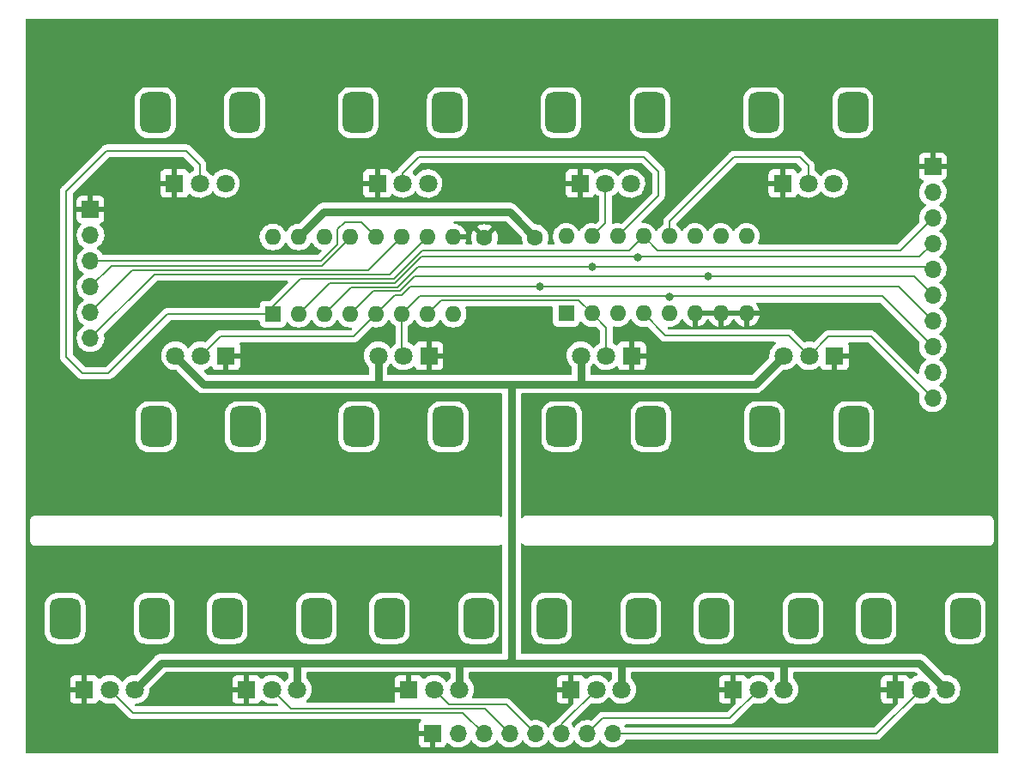
<source format=gbr>
%TF.GenerationSoftware,KiCad,Pcbnew,(6.0.5)*%
%TF.CreationDate,2023-01-13T11:48:33+00:00*%
%TF.ProjectId,AnalogInputBoard,416e616c-6f67-4496-9e70-7574426f6172,rev?*%
%TF.SameCoordinates,Original*%
%TF.FileFunction,Copper,L1,Top*%
%TF.FilePolarity,Positive*%
%FSLAX46Y46*%
G04 Gerber Fmt 4.6, Leading zero omitted, Abs format (unit mm)*
G04 Created by KiCad (PCBNEW (6.0.5)) date 2023-01-13 11:48:33*
%MOMM*%
%LPD*%
G01*
G04 APERTURE LIST*
G04 Aperture macros list*
%AMRoundRect*
0 Rectangle with rounded corners*
0 $1 Rounding radius*
0 $2 $3 $4 $5 $6 $7 $8 $9 X,Y pos of 4 corners*
0 Add a 4 corners polygon primitive as box body*
4,1,4,$2,$3,$4,$5,$6,$7,$8,$9,$2,$3,0*
0 Add four circle primitives for the rounded corners*
1,1,$1+$1,$2,$3*
1,1,$1+$1,$4,$5*
1,1,$1+$1,$6,$7*
1,1,$1+$1,$8,$9*
0 Add four rect primitives between the rounded corners*
20,1,$1+$1,$2,$3,$4,$5,0*
20,1,$1+$1,$4,$5,$6,$7,0*
20,1,$1+$1,$6,$7,$8,$9,0*
20,1,$1+$1,$8,$9,$2,$3,0*%
G04 Aperture macros list end*
%TA.AperFunction,ComponentPad*%
%ADD10R,1.800000X1.800000*%
%TD*%
%TA.AperFunction,ComponentPad*%
%ADD11C,1.800000*%
%TD*%
%TA.AperFunction,ComponentPad*%
%ADD12RoundRect,0.750000X0.750000X-1.250000X0.750000X1.250000X-0.750000X1.250000X-0.750000X-1.250000X0*%
%TD*%
%TA.AperFunction,ComponentPad*%
%ADD13RoundRect,0.750000X-0.750000X1.250000X-0.750000X-1.250000X0.750000X-1.250000X0.750000X1.250000X0*%
%TD*%
%TA.AperFunction,ComponentPad*%
%ADD14R,1.700000X1.700000*%
%TD*%
%TA.AperFunction,ComponentPad*%
%ADD15O,1.700000X1.700000*%
%TD*%
%TA.AperFunction,ComponentPad*%
%ADD16R,1.600000X1.600000*%
%TD*%
%TA.AperFunction,ComponentPad*%
%ADD17O,1.600000X1.600000*%
%TD*%
%TA.AperFunction,ComponentPad*%
%ADD18C,1.600000*%
%TD*%
%TA.AperFunction,ViaPad*%
%ADD19C,0.800000*%
%TD*%
%TA.AperFunction,Conductor*%
%ADD20C,0.800000*%
%TD*%
%TA.AperFunction,Conductor*%
%ADD21C,0.200000*%
%TD*%
G04 APERTURE END LIST*
D10*
%TO.P,ALG0,1,1*%
%TO.N,GND*%
X56320000Y-116660000D03*
D11*
%TO.P,ALG0,2,2*%
%TO.N,Net-(J3-Pad3)*%
X58820000Y-116660000D03*
%TO.P,ALG0,3,3*%
%TO.N,VCC*%
X61320000Y-116660000D03*
D12*
%TO.P,ALG0,MP*%
%TO.N,N/C*%
X63220000Y-109660000D03*
X54420000Y-109660000D03*
%TD*%
D10*
%TO.P,RV5,1,1*%
%TO.N,GND*%
X70310000Y-83730000D03*
D11*
%TO.P,RV5,2,2*%
%TO.N,Net-(J2-Pad7)*%
X67810000Y-83730000D03*
%TO.P,RV5,3,3*%
%TO.N,VCC*%
X65310000Y-83730000D03*
D13*
%TO.P,RV5,MP*%
%TO.N,N/C*%
X72210000Y-90730000D03*
X63410000Y-90730000D03*
%TD*%
D10*
%TO.P,ALG4,1,1*%
%TO.N,GND*%
X120320000Y-116660000D03*
D11*
%TO.P,ALG4,2,2*%
%TO.N,Net-(J3-Pad7)*%
X122820000Y-116660000D03*
%TO.P,ALG4,3,3*%
%TO.N,VCC*%
X125320000Y-116660000D03*
D12*
%TO.P,ALG4,MP*%
%TO.N,N/C*%
X127220000Y-109660000D03*
X118420000Y-109660000D03*
%TD*%
D14*
%TO.P,J1,1,Pin_1*%
%TO.N,GND*%
X56930000Y-69300000D03*
D15*
%TO.P,J1,2,Pin_2*%
%TO.N,VCC*%
X56930000Y-71840000D03*
%TO.P,J1,3,Pin_3*%
%TO.N,Net-(U1-Pad12)*%
X56930000Y-74380000D03*
%TO.P,J1,4,Pin_4*%
%TO.N,Net-(U1-Pad13)*%
X56930000Y-76920000D03*
%TO.P,J1,5,Pin_5*%
%TO.N,Net-(J1-Pad5)*%
X56930000Y-79460000D03*
%TO.P,J1,6,Pin_6*%
%TO.N,Net-(J1-Pad6)*%
X56930000Y-82000000D03*
%TD*%
D10*
%TO.P,RV7,1,1*%
%TO.N,GND*%
X110310000Y-83730000D03*
D11*
%TO.P,RV7,2,2*%
%TO.N,Net-(J2-Pad9)*%
X107810000Y-83730000D03*
%TO.P,RV7,3,3*%
%TO.N,VCC*%
X105310000Y-83730000D03*
D13*
%TO.P,RV7,MP*%
%TO.N,N/C*%
X112210000Y-90730000D03*
X103410000Y-90730000D03*
%TD*%
D10*
%TO.P,ALG2,1,1*%
%TO.N,GND*%
X88320000Y-116660000D03*
D11*
%TO.P,ALG2,2,2*%
%TO.N,Net-(J3-Pad5)*%
X90820000Y-116660000D03*
%TO.P,ALG2,3,3*%
%TO.N,VCC*%
X93320000Y-116660000D03*
D12*
%TO.P,ALG2,MP*%
%TO.N,N/C*%
X86420000Y-109660000D03*
X95220000Y-109660000D03*
%TD*%
D10*
%TO.P,ALG3,1,1*%
%TO.N,GND*%
X104320000Y-116660000D03*
D11*
%TO.P,ALG3,2,2*%
%TO.N,Net-(J3-Pad6)*%
X106820000Y-116660000D03*
%TO.P,ALG3,3,3*%
%TO.N,VCC*%
X109320000Y-116660000D03*
D12*
%TO.P,ALG3,MP*%
%TO.N,N/C*%
X102420000Y-109660000D03*
X111220000Y-109660000D03*
%TD*%
D10*
%TO.P,ALG5,1,1*%
%TO.N,GND*%
X136320000Y-116660000D03*
D11*
%TO.P,ALG5,2,2*%
%TO.N,Net-(J3-Pad8)*%
X138820000Y-116660000D03*
%TO.P,ALG5,3,3*%
%TO.N,VCC*%
X141320000Y-116660000D03*
D12*
%TO.P,ALG5,MP*%
%TO.N,N/C*%
X143220000Y-109660000D03*
X134420000Y-109660000D03*
%TD*%
D14*
%TO.P,J3,1,Pin_1*%
%TO.N,GND*%
X90675000Y-121040000D03*
D15*
%TO.P,J3,2,Pin_2*%
%TO.N,VCC*%
X93215000Y-121040000D03*
%TO.P,J3,3,Pin_3*%
%TO.N,Net-(J3-Pad3)*%
X95755000Y-121040000D03*
%TO.P,J3,4,Pin_4*%
%TO.N,Net-(J3-Pad4)*%
X98295000Y-121040000D03*
%TO.P,J3,5,Pin_5*%
%TO.N,Net-(J3-Pad5)*%
X100835000Y-121040000D03*
%TO.P,J3,6,Pin_6*%
%TO.N,Net-(J3-Pad6)*%
X103375000Y-121040000D03*
%TO.P,J3,7,Pin_7*%
%TO.N,Net-(J3-Pad7)*%
X105915000Y-121040000D03*
%TO.P,J3,8,Pin_8*%
%TO.N,Net-(J3-Pad8)*%
X108455000Y-121040000D03*
%TD*%
D10*
%TO.P,RV8,1,1*%
%TO.N,GND*%
X130310000Y-83730000D03*
D11*
%TO.P,RV8,2,2*%
%TO.N,Net-(J2-Pad10)*%
X127810000Y-83730000D03*
%TO.P,RV8,3,3*%
%TO.N,VCC*%
X125310000Y-83730000D03*
D13*
%TO.P,RV8,MP*%
%TO.N,N/C*%
X123410000Y-90730000D03*
X132210000Y-90730000D03*
%TD*%
D10*
%TO.P,RV1,1,1*%
%TO.N,GND*%
X65230000Y-66730000D03*
D11*
%TO.P,RV1,2,2*%
%TO.N,Net-(J2-Pad3)*%
X67730000Y-66730000D03*
%TO.P,RV1,3,3*%
%TO.N,VCC*%
X70230000Y-66730000D03*
D12*
%TO.P,RV1,MP*%
%TO.N,N/C*%
X63330000Y-59730000D03*
X72130000Y-59730000D03*
%TD*%
D16*
%TO.P,U1,1,CH0*%
%TO.N,Net-(J2-Pad3)*%
X74925000Y-79620000D03*
D17*
%TO.P,U1,2,CH1*%
%TO.N,Net-(J2-Pad4)*%
X77465000Y-79620000D03*
%TO.P,U1,3,CH2*%
%TO.N,Net-(J2-Pad5)*%
X80005000Y-79620000D03*
%TO.P,U1,4,CH3*%
%TO.N,Net-(J2-Pad6)*%
X82545000Y-79620000D03*
%TO.P,U1,5,CH4*%
%TO.N,Net-(J2-Pad7)*%
X85085000Y-79620000D03*
%TO.P,U1,6,CH5*%
%TO.N,Net-(J2-Pad8)*%
X87625000Y-79620000D03*
%TO.P,U1,7,CH6*%
%TO.N,Net-(J2-Pad9)*%
X90165000Y-79620000D03*
%TO.P,U1,8,CH7*%
%TO.N,Net-(J2-Pad10)*%
X92705000Y-79620000D03*
%TO.P,U1,9,DGND*%
%TO.N,GND*%
X92705000Y-72000000D03*
%TO.P,U1,10,~{CS}/SHDN*%
%TO.N,Net-(J1-Pad6)*%
X90165000Y-72000000D03*
%TO.P,U1,11,Din*%
%TO.N,Net-(J1-Pad5)*%
X87625000Y-72000000D03*
%TO.P,U1,12,Dout*%
%TO.N,Net-(U1-Pad12)*%
X85085000Y-72000000D03*
%TO.P,U1,13,CLK*%
%TO.N,Net-(U1-Pad13)*%
X82545000Y-72000000D03*
%TO.P,U1,14,AGND*%
%TO.N,GND*%
X80005000Y-72000000D03*
%TO.P,U1,15,Vref*%
%TO.N,VCC*%
X77465000Y-72000000D03*
%TO.P,U1,16,Vdd*%
X74925000Y-72000000D03*
%TD*%
D18*
%TO.P,C1,1*%
%TO.N,GND*%
X95790000Y-72070000D03*
%TO.P,C1,2*%
%TO.N,VCC*%
X100790000Y-72070000D03*
%TD*%
D10*
%TO.P,RV6,1,1*%
%TO.N,GND*%
X90310000Y-83730000D03*
D11*
%TO.P,RV6,2,2*%
%TO.N,Net-(J2-Pad8)*%
X87810000Y-83730000D03*
%TO.P,RV6,3,3*%
%TO.N,VCC*%
X85310000Y-83730000D03*
D13*
%TO.P,RV6,MP*%
%TO.N,N/C*%
X83410000Y-90730000D03*
X92210000Y-90730000D03*
%TD*%
D10*
%TO.P,ALG1,1,1*%
%TO.N,GND*%
X72320000Y-116660000D03*
D11*
%TO.P,ALG1,2,2*%
%TO.N,Net-(J3-Pad4)*%
X74820000Y-116660000D03*
%TO.P,ALG1,3,3*%
%TO.N,VCC*%
X77320000Y-116660000D03*
D12*
%TO.P,ALG1,MP*%
%TO.N,N/C*%
X79220000Y-109660000D03*
X70420000Y-109660000D03*
%TD*%
D10*
%TO.P,RV3,1,1*%
%TO.N,GND*%
X105230000Y-66730000D03*
D11*
%TO.P,RV3,2,2*%
%TO.N,Net-(J2-Pad5)*%
X107730000Y-66730000D03*
%TO.P,RV3,3,3*%
%TO.N,VCC*%
X110230000Y-66730000D03*
D12*
%TO.P,RV3,MP*%
%TO.N,N/C*%
X112130000Y-59730000D03*
X103330000Y-59730000D03*
%TD*%
D10*
%TO.P,RV2,1,1*%
%TO.N,GND*%
X85230000Y-66730000D03*
D11*
%TO.P,RV2,2,2*%
%TO.N,Net-(J2-Pad4)*%
X87730000Y-66730000D03*
%TO.P,RV2,3,3*%
%TO.N,VCC*%
X90230000Y-66730000D03*
D12*
%TO.P,RV2,MP*%
%TO.N,N/C*%
X83330000Y-59730000D03*
X92130000Y-59730000D03*
%TD*%
D14*
%TO.P,J2,1,Pin_1*%
%TO.N,GND*%
X140010000Y-65055000D03*
D15*
%TO.P,J2,2,Pin_2*%
%TO.N,VCC*%
X140010000Y-67595000D03*
%TO.P,J2,3,Pin_3*%
%TO.N,Net-(J2-Pad3)*%
X140010000Y-70135000D03*
%TO.P,J2,4,Pin_4*%
%TO.N,Net-(J2-Pad4)*%
X140010000Y-72675000D03*
%TO.P,J2,5,Pin_5*%
%TO.N,Net-(J2-Pad5)*%
X140010000Y-75215000D03*
%TO.P,J2,6,Pin_6*%
%TO.N,Net-(J2-Pad6)*%
X140010000Y-77755000D03*
%TO.P,J2,7,Pin_7*%
%TO.N,Net-(J2-Pad7)*%
X140010000Y-80295000D03*
%TO.P,J2,8,Pin_8*%
%TO.N,Net-(J2-Pad8)*%
X140010000Y-82835000D03*
%TO.P,J2,9,Pin_9*%
%TO.N,Net-(J2-Pad9)*%
X140010000Y-85375000D03*
%TO.P,J2,10,Pin_10*%
%TO.N,Net-(J2-Pad10)*%
X140010000Y-87915000D03*
%TD*%
D16*
%TO.P,U2,1,A4*%
%TO.N,Net-(J2-Pad7)*%
X103860000Y-79570000D03*
D17*
%TO.P,U2,2,A6*%
%TO.N,Net-(J2-Pad9)*%
X106400000Y-79570000D03*
%TO.P,U2,3,A*%
%TO.N,Net-(U1-Pad12)*%
X108940000Y-79570000D03*
%TO.P,U2,4,A7*%
%TO.N,Net-(J2-Pad10)*%
X111480000Y-79570000D03*
%TO.P,U2,5,A5*%
%TO.N,Net-(J2-Pad8)*%
X114020000Y-79570000D03*
%TO.P,U2,6,~{E}*%
%TO.N,GND*%
X116560000Y-79570000D03*
%TO.P,U2,7,VEE*%
X119100000Y-79570000D03*
%TO.P,U2,8,GND*%
X121640000Y-79570000D03*
%TO.P,U2,9,S2*%
%TO.N,Net-(J1-Pad6)*%
X121640000Y-71950000D03*
%TO.P,U2,10,S1*%
%TO.N,Net-(J1-Pad5)*%
X119100000Y-71950000D03*
%TO.P,U2,11,S0*%
%TO.N,Net-(U1-Pad13)*%
X116560000Y-71950000D03*
%TO.P,U2,12,A3*%
%TO.N,Net-(J2-Pad6)*%
X114020000Y-71950000D03*
%TO.P,U2,13,A0*%
%TO.N,Net-(J2-Pad3)*%
X111480000Y-71950000D03*
%TO.P,U2,14,A1*%
%TO.N,Net-(J2-Pad4)*%
X108940000Y-71950000D03*
%TO.P,U2,15,A2*%
%TO.N,Net-(J2-Pad5)*%
X106400000Y-71950000D03*
%TO.P,U2,16,VCC*%
%TO.N,VCC*%
X103860000Y-71950000D03*
%TD*%
D10*
%TO.P,RV4,1,1*%
%TO.N,GND*%
X125230000Y-66730000D03*
D11*
%TO.P,RV4,2,2*%
%TO.N,Net-(J2-Pad6)*%
X127730000Y-66730000D03*
%TO.P,RV4,3,3*%
%TO.N,VCC*%
X130230000Y-66730000D03*
D12*
%TO.P,RV4,MP*%
%TO.N,N/C*%
X123330000Y-59730000D03*
X132130000Y-59730000D03*
%TD*%
D19*
%TO.N,Net-(J2-Pad4)*%
X110900000Y-73990000D03*
%TO.N,Net-(J2-Pad5)*%
X106390000Y-74930000D03*
%TO.N,Net-(J2-Pad6)*%
X117820000Y-75910000D03*
%TO.N,Net-(J2-Pad7)*%
X101280000Y-76890000D03*
%TO.N,Net-(J2-Pad8)*%
X114010000Y-77880000D03*
%TD*%
D20*
%TO.N,VCC*%
X98450000Y-86530000D02*
X98450000Y-113690000D01*
X98450000Y-113690000D02*
X98100000Y-114040000D01*
X98450000Y-86530000D02*
X105220000Y-86530000D01*
X98100000Y-114040000D02*
X109450000Y-114040000D01*
X85140000Y-86530000D02*
X98450000Y-86530000D01*
X93280000Y-114040000D02*
X98100000Y-114040000D01*
D21*
%TO.N,Net-(U1-Pad13)*%
X79755486Y-74829520D02*
X59020481Y-74829519D01*
X59020481Y-74829519D02*
X56930000Y-76920000D01*
X81745001Y-72840005D02*
X79755486Y-74829520D01*
X81745001Y-72799999D02*
X81745001Y-72840005D01*
X82545000Y-72000000D02*
X81745001Y-72799999D01*
%TO.N,Net-(U1-Pad12)*%
X79640000Y-74380000D02*
X56930000Y-74380000D01*
X81270000Y-72750000D02*
X79640000Y-74380000D01*
X81270000Y-71260000D02*
X81270000Y-72750000D01*
X82000000Y-70530000D02*
X81270000Y-71260000D01*
X83615000Y-70530000D02*
X82000000Y-70530000D01*
X85085000Y-72000000D02*
X83615000Y-70530000D01*
D20*
%TO.N,VCC*%
X125430000Y-114040000D02*
X138700000Y-114040000D01*
X109320000Y-114170000D02*
X109450000Y-114040000D01*
X77320000Y-116660000D02*
X77320000Y-114140000D01*
X109450000Y-114040000D02*
X116900000Y-114040000D01*
X79925000Y-69540000D02*
X98260000Y-69540000D01*
X93320000Y-116660000D02*
X93320000Y-114080000D01*
X109320000Y-116660000D02*
X109320000Y-114170000D01*
X116900000Y-114040000D02*
X125430000Y-114040000D01*
X125430000Y-114040000D02*
X125320000Y-114150000D01*
X77320000Y-114140000D02*
X77220000Y-114040000D01*
X125320000Y-114150000D02*
X125320000Y-116660000D01*
X93320000Y-114080000D02*
X93280000Y-114040000D01*
X61320000Y-116660000D02*
X63940000Y-114040000D01*
X77220000Y-114040000D02*
X93280000Y-114040000D01*
X138700000Y-114040000D02*
X141320000Y-116660000D01*
X63940000Y-114040000D02*
X77220000Y-114040000D01*
X98260000Y-69540000D02*
X100790000Y-72070000D01*
X77465000Y-72000000D02*
X79925000Y-69540000D01*
X122510000Y-86530000D02*
X125310000Y-83730000D01*
X105310000Y-86440000D02*
X105310000Y-83730000D01*
X68110000Y-86530000D02*
X85140000Y-86530000D01*
X105220000Y-86530000D02*
X122510000Y-86530000D01*
X65310000Y-83730000D02*
X68110000Y-86530000D01*
X85310000Y-86360000D02*
X85310000Y-83730000D01*
D21*
%TO.N,Net-(J1-Pad5)*%
X84305481Y-75319519D02*
X61070481Y-75319519D01*
X87625000Y-72000000D02*
X84305481Y-75319519D01*
X61070481Y-75319519D02*
X56930000Y-79460000D01*
%TO.N,Net-(J1-Pad6)*%
X63210961Y-75719039D02*
X56930000Y-82000000D01*
X86445961Y-75719039D02*
X63210961Y-75719039D01*
X90165000Y-72000000D02*
X86445961Y-75719039D01*
%TO.N,Net-(J2-Pad3)*%
X54550000Y-67470000D02*
X58530000Y-63490000D01*
X64540000Y-79620000D02*
X58705000Y-85455000D01*
X111480000Y-71950000D02*
X112870000Y-73340000D01*
X66360000Y-63490000D02*
X67730000Y-64860000D01*
X89630000Y-73340000D02*
X86830481Y-76139519D01*
X112900000Y-73340000D02*
X136805000Y-73340000D01*
X112870000Y-73340000D02*
X112900000Y-73340000D01*
X86830481Y-76139519D02*
X77640960Y-76139519D01*
X109650000Y-73340000D02*
X89630000Y-73340000D01*
X74925000Y-78855479D02*
X74925000Y-79620000D01*
X136805000Y-73340000D02*
X140010000Y-70135000D01*
X54550000Y-83870000D02*
X54550000Y-67470000D01*
X58530000Y-63490000D02*
X66360000Y-63490000D01*
X58705000Y-85455000D02*
X56135000Y-85455000D01*
X74925000Y-79620000D02*
X64540000Y-79620000D01*
X67730000Y-64860000D02*
X67730000Y-66730000D01*
X56135000Y-85455000D02*
X54550000Y-83870000D01*
X111480000Y-71950000D02*
X110090000Y-73340000D01*
X77640960Y-76139519D02*
X74925000Y-78855479D01*
X110090000Y-73340000D02*
X109650000Y-73340000D01*
%TO.N,Net-(J2-Pad4)*%
X112975000Y-67915000D02*
X108940000Y-71950000D01*
X112975000Y-65555000D02*
X112975000Y-67915000D01*
X86975006Y-76560000D02*
X80525000Y-76560000D01*
X80525000Y-76560000D02*
X77465000Y-79620000D01*
X87730000Y-66730000D02*
X87730000Y-65690000D01*
X138705000Y-73980000D02*
X89555006Y-73980000D01*
X89315000Y-64105000D02*
X111525000Y-64105000D01*
X87730000Y-65690000D02*
X89315000Y-64105000D01*
X140010000Y-72675000D02*
X138705000Y-73980000D01*
X111525000Y-64105000D02*
X112975000Y-65555000D01*
X89555006Y-73980000D02*
X86975006Y-76560000D01*
%TO.N,Net-(J2-Pad5)*%
X106400000Y-71950000D02*
X107730000Y-70620000D01*
X87179520Y-76959520D02*
X89199040Y-74940000D01*
X106570000Y-74940000D02*
X107120000Y-74940000D01*
X89199040Y-74940000D02*
X107120000Y-74940000D01*
X82665480Y-76959520D02*
X87179520Y-76959520D01*
X139735000Y-74940000D02*
X140010000Y-75215000D01*
X107120000Y-74940000D02*
X139735000Y-74940000D01*
X107730000Y-70620000D02*
X107730000Y-66730000D01*
X80005000Y-79620000D02*
X82665480Y-76959520D01*
X106390000Y-74760000D02*
X106570000Y-74940000D01*
%TO.N,Net-(J2-Pad6)*%
X84805961Y-77359039D02*
X87470961Y-77359039D01*
X114020000Y-71950000D02*
X114020000Y-70490000D01*
X114020000Y-70490000D02*
X120365000Y-64145000D01*
X127730000Y-64990000D02*
X127730000Y-66730000D01*
X138180000Y-75925000D02*
X140010000Y-77755000D01*
X120365000Y-64145000D02*
X126885000Y-64145000D01*
X88905000Y-75925000D02*
X138180000Y-75925000D01*
X126885000Y-64145000D02*
X127730000Y-64990000D01*
X82545000Y-79620000D02*
X84805961Y-77359039D01*
X87470961Y-77359039D02*
X88905000Y-75925000D01*
%TO.N,Net-(J2-Pad7)*%
X88484040Y-76914040D02*
X136629040Y-76914040D01*
X85085000Y-79620000D02*
X82905000Y-81800000D01*
X69740000Y-81800000D02*
X67810000Y-83730000D01*
X85085000Y-79620000D02*
X86946441Y-77758559D01*
X136629040Y-76914040D02*
X140010000Y-80295000D01*
X86946441Y-77758559D02*
X87639521Y-77758559D01*
X87639521Y-77758559D02*
X88484040Y-76914040D01*
X82905000Y-81800000D02*
X69740000Y-81800000D01*
X101280000Y-76890000D02*
X91630000Y-76890000D01*
%TO.N,Net-(J2-Pad8)*%
X87625000Y-79620000D02*
X87625000Y-83545000D01*
X135047500Y-77872500D02*
X140010000Y-82835000D01*
X87625000Y-79620000D02*
X89372500Y-77872500D01*
X87625000Y-83545000D02*
X87810000Y-83730000D01*
X89372500Y-77872500D02*
X135047500Y-77872500D01*
%TO.N,Net-(J2-Pad9)*%
X91512980Y-78272020D02*
X105102020Y-78272020D01*
X107810000Y-80980000D02*
X107810000Y-83730000D01*
X105102020Y-78272020D02*
X106400000Y-79570000D01*
X106400000Y-79570000D02*
X107810000Y-80980000D01*
X90165000Y-79620000D02*
X91512980Y-78272020D01*
%TO.N,Net-(J2-Pad10)*%
X113660000Y-81750000D02*
X125830000Y-81750000D01*
X111480000Y-79570000D02*
X113660000Y-81750000D01*
X125830000Y-81750000D02*
X127810000Y-83730000D01*
X133902500Y-81807500D02*
X140010000Y-87915000D01*
X129732500Y-81807500D02*
X133902500Y-81807500D01*
X127810000Y-83730000D02*
X129732500Y-81807500D01*
%TO.N,Net-(J3-Pad3)*%
X61109040Y-118949040D02*
X58820000Y-116660000D01*
X95755000Y-121040000D02*
X93664040Y-118949040D01*
X93664040Y-118949040D02*
X61109040Y-118949040D01*
%TO.N,Net-(J3-Pad4)*%
X98295000Y-121040000D02*
X95804520Y-118549520D01*
X95804520Y-118549520D02*
X76709520Y-118549520D01*
X76709520Y-118549520D02*
X74820000Y-116660000D01*
%TO.N,Net-(J3-Pad5)*%
X100835000Y-121040000D02*
X97945000Y-118150000D01*
X92310000Y-118150000D02*
X90820000Y-116660000D01*
X97945000Y-118150000D02*
X92310000Y-118150000D01*
%TO.N,Net-(J3-Pad6)*%
X103375000Y-120105000D02*
X103375000Y-121040000D01*
X106820000Y-116660000D02*
X103375000Y-120105000D01*
%TO.N,Net-(J3-Pad7)*%
X105915000Y-121040000D02*
X107447500Y-119507500D01*
X107447500Y-119507500D02*
X119972500Y-119507500D01*
X119972500Y-119507500D02*
X122820000Y-116660000D01*
%TO.N,Net-(J3-Pad8)*%
X134440000Y-121040000D02*
X138820000Y-116660000D01*
X108455000Y-121040000D02*
X134440000Y-121040000D01*
%TD*%
%TA.AperFunction,Conductor*%
%TO.N,GND*%
G36*
X146433621Y-50528502D02*
G01*
X146480114Y-50582158D01*
X146491500Y-50634500D01*
X146491500Y-122865500D01*
X146471498Y-122933621D01*
X146417842Y-122980114D01*
X146365500Y-122991500D01*
X50634500Y-122991500D01*
X50566379Y-122971498D01*
X50519886Y-122917842D01*
X50508500Y-122865500D01*
X50508500Y-121934669D01*
X89317001Y-121934669D01*
X89317371Y-121941490D01*
X89322895Y-121992352D01*
X89326521Y-122007604D01*
X89371676Y-122128054D01*
X89380214Y-122143649D01*
X89456715Y-122245724D01*
X89469276Y-122258285D01*
X89571351Y-122334786D01*
X89586946Y-122343324D01*
X89707394Y-122388478D01*
X89722649Y-122392105D01*
X89773514Y-122397631D01*
X89780328Y-122398000D01*
X90402885Y-122398000D01*
X90418124Y-122393525D01*
X90419329Y-122392135D01*
X90421000Y-122384452D01*
X90421000Y-121312115D01*
X90416525Y-121296876D01*
X90415135Y-121295671D01*
X90407452Y-121294000D01*
X89335116Y-121294000D01*
X89319877Y-121298475D01*
X89318672Y-121299865D01*
X89317001Y-121307548D01*
X89317001Y-121934669D01*
X50508500Y-121934669D01*
X50508500Y-117604669D01*
X54912001Y-117604669D01*
X54912371Y-117611490D01*
X54917895Y-117662352D01*
X54921521Y-117677604D01*
X54966676Y-117798054D01*
X54975214Y-117813649D01*
X55051715Y-117915724D01*
X55064276Y-117928285D01*
X55166351Y-118004786D01*
X55181946Y-118013324D01*
X55302394Y-118058478D01*
X55317649Y-118062105D01*
X55368514Y-118067631D01*
X55375328Y-118068000D01*
X56047885Y-118068000D01*
X56063124Y-118063525D01*
X56064329Y-118062135D01*
X56066000Y-118054452D01*
X56066000Y-116932115D01*
X56061525Y-116916876D01*
X56060135Y-116915671D01*
X56052452Y-116914000D01*
X54930116Y-116914000D01*
X54914877Y-116918475D01*
X54913672Y-116919865D01*
X54912001Y-116927548D01*
X54912001Y-117604669D01*
X50508500Y-117604669D01*
X50508500Y-116387885D01*
X54912000Y-116387885D01*
X54916475Y-116403124D01*
X54917865Y-116404329D01*
X54925548Y-116406000D01*
X56047885Y-116406000D01*
X56063124Y-116401525D01*
X56064329Y-116400135D01*
X56066000Y-116392452D01*
X56066000Y-115270116D01*
X56061525Y-115254877D01*
X56060135Y-115253672D01*
X56052452Y-115252001D01*
X55375331Y-115252001D01*
X55368510Y-115252371D01*
X55317648Y-115257895D01*
X55302396Y-115261521D01*
X55181946Y-115306676D01*
X55166351Y-115315214D01*
X55064276Y-115391715D01*
X55051715Y-115404276D01*
X54975214Y-115506351D01*
X54966676Y-115521946D01*
X54921522Y-115642394D01*
X54917895Y-115657649D01*
X54912369Y-115708514D01*
X54912000Y-115715328D01*
X54912000Y-116387885D01*
X50508500Y-116387885D01*
X50508500Y-110972542D01*
X52411500Y-110972542D01*
X52423022Y-111114200D01*
X52478890Y-111331794D01*
X52572409Y-111536055D01*
X52700620Y-111720527D01*
X52859473Y-111879380D01*
X53043945Y-112007591D01*
X53248206Y-112101110D01*
X53465800Y-112156978D01*
X53519705Y-112161362D01*
X53604908Y-112168293D01*
X53604918Y-112168293D01*
X53607458Y-112168500D01*
X55232542Y-112168500D01*
X55235082Y-112168293D01*
X55235092Y-112168293D01*
X55320295Y-112161362D01*
X55374200Y-112156978D01*
X55591794Y-112101110D01*
X55796055Y-112007591D01*
X55980527Y-111879380D01*
X56139380Y-111720527D01*
X56267591Y-111536055D01*
X56361110Y-111331794D01*
X56416978Y-111114200D01*
X56428500Y-110972542D01*
X61211500Y-110972542D01*
X61223022Y-111114200D01*
X61278890Y-111331794D01*
X61372409Y-111536055D01*
X61500620Y-111720527D01*
X61659473Y-111879380D01*
X61843945Y-112007591D01*
X62048206Y-112101110D01*
X62265800Y-112156978D01*
X62319705Y-112161362D01*
X62404908Y-112168293D01*
X62404918Y-112168293D01*
X62407458Y-112168500D01*
X64032542Y-112168500D01*
X64035082Y-112168293D01*
X64035092Y-112168293D01*
X64120295Y-112161362D01*
X64174200Y-112156978D01*
X64391794Y-112101110D01*
X64596055Y-112007591D01*
X64780527Y-111879380D01*
X64939380Y-111720527D01*
X65067591Y-111536055D01*
X65161110Y-111331794D01*
X65216978Y-111114200D01*
X65228500Y-110972542D01*
X68411500Y-110972542D01*
X68423022Y-111114200D01*
X68478890Y-111331794D01*
X68572409Y-111536055D01*
X68700620Y-111720527D01*
X68859473Y-111879380D01*
X69043945Y-112007591D01*
X69248206Y-112101110D01*
X69465800Y-112156978D01*
X69519705Y-112161362D01*
X69604908Y-112168293D01*
X69604918Y-112168293D01*
X69607458Y-112168500D01*
X71232542Y-112168500D01*
X71235082Y-112168293D01*
X71235092Y-112168293D01*
X71320295Y-112161362D01*
X71374200Y-112156978D01*
X71591794Y-112101110D01*
X71796055Y-112007591D01*
X71980527Y-111879380D01*
X72139380Y-111720527D01*
X72267591Y-111536055D01*
X72361110Y-111331794D01*
X72416978Y-111114200D01*
X72428500Y-110972542D01*
X77211500Y-110972542D01*
X77223022Y-111114200D01*
X77278890Y-111331794D01*
X77372409Y-111536055D01*
X77500620Y-111720527D01*
X77659473Y-111879380D01*
X77843945Y-112007591D01*
X78048206Y-112101110D01*
X78265800Y-112156978D01*
X78319705Y-112161362D01*
X78404908Y-112168293D01*
X78404918Y-112168293D01*
X78407458Y-112168500D01*
X80032542Y-112168500D01*
X80035082Y-112168293D01*
X80035092Y-112168293D01*
X80120295Y-112161362D01*
X80174200Y-112156978D01*
X80391794Y-112101110D01*
X80596055Y-112007591D01*
X80780527Y-111879380D01*
X80939380Y-111720527D01*
X81067591Y-111536055D01*
X81161110Y-111331794D01*
X81216978Y-111114200D01*
X81228500Y-110972542D01*
X84411500Y-110972542D01*
X84423022Y-111114200D01*
X84478890Y-111331794D01*
X84572409Y-111536055D01*
X84700620Y-111720527D01*
X84859473Y-111879380D01*
X85043945Y-112007591D01*
X85248206Y-112101110D01*
X85465800Y-112156978D01*
X85519705Y-112161362D01*
X85604908Y-112168293D01*
X85604918Y-112168293D01*
X85607458Y-112168500D01*
X87232542Y-112168500D01*
X87235082Y-112168293D01*
X87235092Y-112168293D01*
X87320295Y-112161362D01*
X87374200Y-112156978D01*
X87591794Y-112101110D01*
X87796055Y-112007591D01*
X87980527Y-111879380D01*
X88139380Y-111720527D01*
X88267591Y-111536055D01*
X88361110Y-111331794D01*
X88416978Y-111114200D01*
X88428500Y-110972542D01*
X93211500Y-110972542D01*
X93223022Y-111114200D01*
X93278890Y-111331794D01*
X93372409Y-111536055D01*
X93500620Y-111720527D01*
X93659473Y-111879380D01*
X93843945Y-112007591D01*
X94048206Y-112101110D01*
X94265800Y-112156978D01*
X94319705Y-112161362D01*
X94404908Y-112168293D01*
X94404918Y-112168293D01*
X94407458Y-112168500D01*
X96032542Y-112168500D01*
X96035082Y-112168293D01*
X96035092Y-112168293D01*
X96120295Y-112161362D01*
X96174200Y-112156978D01*
X96391794Y-112101110D01*
X96596055Y-112007591D01*
X96780527Y-111879380D01*
X96939380Y-111720527D01*
X97067591Y-111536055D01*
X97161110Y-111331794D01*
X97216978Y-111114200D01*
X97228500Y-110972542D01*
X97228500Y-108347458D01*
X97216978Y-108205800D01*
X97161110Y-107988206D01*
X97067591Y-107783945D01*
X96939380Y-107599473D01*
X96780527Y-107440620D01*
X96596055Y-107312409D01*
X96391794Y-107218890D01*
X96174200Y-107163022D01*
X96120295Y-107158638D01*
X96035092Y-107151707D01*
X96035082Y-107151707D01*
X96032542Y-107151500D01*
X94407458Y-107151500D01*
X94404918Y-107151707D01*
X94404908Y-107151707D01*
X94319705Y-107158638D01*
X94265800Y-107163022D01*
X94048206Y-107218890D01*
X93843945Y-107312409D01*
X93659473Y-107440620D01*
X93500620Y-107599473D01*
X93372409Y-107783945D01*
X93278890Y-107988206D01*
X93223022Y-108205800D01*
X93211500Y-108347458D01*
X93211500Y-110972542D01*
X88428500Y-110972542D01*
X88428500Y-108347458D01*
X88416978Y-108205800D01*
X88361110Y-107988206D01*
X88267591Y-107783945D01*
X88139380Y-107599473D01*
X87980527Y-107440620D01*
X87796055Y-107312409D01*
X87591794Y-107218890D01*
X87374200Y-107163022D01*
X87320295Y-107158638D01*
X87235092Y-107151707D01*
X87235082Y-107151707D01*
X87232542Y-107151500D01*
X85607458Y-107151500D01*
X85604918Y-107151707D01*
X85604908Y-107151707D01*
X85519705Y-107158638D01*
X85465800Y-107163022D01*
X85248206Y-107218890D01*
X85043945Y-107312409D01*
X84859473Y-107440620D01*
X84700620Y-107599473D01*
X84572409Y-107783945D01*
X84478890Y-107988206D01*
X84423022Y-108205800D01*
X84411500Y-108347458D01*
X84411500Y-110972542D01*
X81228500Y-110972542D01*
X81228500Y-108347458D01*
X81216978Y-108205800D01*
X81161110Y-107988206D01*
X81067591Y-107783945D01*
X80939380Y-107599473D01*
X80780527Y-107440620D01*
X80596055Y-107312409D01*
X80391794Y-107218890D01*
X80174200Y-107163022D01*
X80120295Y-107158638D01*
X80035092Y-107151707D01*
X80035082Y-107151707D01*
X80032542Y-107151500D01*
X78407458Y-107151500D01*
X78404918Y-107151707D01*
X78404908Y-107151707D01*
X78319705Y-107158638D01*
X78265800Y-107163022D01*
X78048206Y-107218890D01*
X77843945Y-107312409D01*
X77659473Y-107440620D01*
X77500620Y-107599473D01*
X77372409Y-107783945D01*
X77278890Y-107988206D01*
X77223022Y-108205800D01*
X77211500Y-108347458D01*
X77211500Y-110972542D01*
X72428500Y-110972542D01*
X72428500Y-108347458D01*
X72416978Y-108205800D01*
X72361110Y-107988206D01*
X72267591Y-107783945D01*
X72139380Y-107599473D01*
X71980527Y-107440620D01*
X71796055Y-107312409D01*
X71591794Y-107218890D01*
X71374200Y-107163022D01*
X71320295Y-107158638D01*
X71235092Y-107151707D01*
X71235082Y-107151707D01*
X71232542Y-107151500D01*
X69607458Y-107151500D01*
X69604918Y-107151707D01*
X69604908Y-107151707D01*
X69519705Y-107158638D01*
X69465800Y-107163022D01*
X69248206Y-107218890D01*
X69043945Y-107312409D01*
X68859473Y-107440620D01*
X68700620Y-107599473D01*
X68572409Y-107783945D01*
X68478890Y-107988206D01*
X68423022Y-108205800D01*
X68411500Y-108347458D01*
X68411500Y-110972542D01*
X65228500Y-110972542D01*
X65228500Y-108347458D01*
X65216978Y-108205800D01*
X65161110Y-107988206D01*
X65067591Y-107783945D01*
X64939380Y-107599473D01*
X64780527Y-107440620D01*
X64596055Y-107312409D01*
X64391794Y-107218890D01*
X64174200Y-107163022D01*
X64120295Y-107158638D01*
X64035092Y-107151707D01*
X64035082Y-107151707D01*
X64032542Y-107151500D01*
X62407458Y-107151500D01*
X62404918Y-107151707D01*
X62404908Y-107151707D01*
X62319705Y-107158638D01*
X62265800Y-107163022D01*
X62048206Y-107218890D01*
X61843945Y-107312409D01*
X61659473Y-107440620D01*
X61500620Y-107599473D01*
X61372409Y-107783945D01*
X61278890Y-107988206D01*
X61223022Y-108205800D01*
X61211500Y-108347458D01*
X61211500Y-110972542D01*
X56428500Y-110972542D01*
X56428500Y-108347458D01*
X56416978Y-108205800D01*
X56361110Y-107988206D01*
X56267591Y-107783945D01*
X56139380Y-107599473D01*
X55980527Y-107440620D01*
X55796055Y-107312409D01*
X55591794Y-107218890D01*
X55374200Y-107163022D01*
X55320295Y-107158638D01*
X55235092Y-107151707D01*
X55235082Y-107151707D01*
X55232542Y-107151500D01*
X53607458Y-107151500D01*
X53604918Y-107151707D01*
X53604908Y-107151707D01*
X53519705Y-107158638D01*
X53465800Y-107163022D01*
X53248206Y-107218890D01*
X53043945Y-107312409D01*
X52859473Y-107440620D01*
X52700620Y-107599473D01*
X52572409Y-107783945D01*
X52478890Y-107988206D01*
X52423022Y-108205800D01*
X52411500Y-108347458D01*
X52411500Y-110972542D01*
X50508500Y-110972542D01*
X50508500Y-102069721D01*
X50991024Y-102069721D01*
X50993491Y-102078352D01*
X50999150Y-102098153D01*
X51002728Y-102114915D01*
X51006920Y-102144187D01*
X51010634Y-102152355D01*
X51010634Y-102152356D01*
X51017548Y-102167562D01*
X51023996Y-102185086D01*
X51031051Y-102209771D01*
X51035843Y-102217365D01*
X51035844Y-102217368D01*
X51046830Y-102234780D01*
X51054969Y-102249863D01*
X51067208Y-102276782D01*
X51073069Y-102283584D01*
X51083970Y-102296235D01*
X51095073Y-102311239D01*
X51108776Y-102332958D01*
X51115501Y-102338897D01*
X51115504Y-102338901D01*
X51130938Y-102352532D01*
X51142982Y-102364724D01*
X51156427Y-102380327D01*
X51156430Y-102380329D01*
X51162287Y-102387127D01*
X51169816Y-102392007D01*
X51169817Y-102392008D01*
X51183835Y-102401094D01*
X51198709Y-102412385D01*
X51204600Y-102417587D01*
X51217951Y-102429378D01*
X51244711Y-102441942D01*
X51259691Y-102450263D01*
X51276983Y-102461471D01*
X51276988Y-102461473D01*
X51284515Y-102466352D01*
X51293108Y-102468922D01*
X51293113Y-102468924D01*
X51309120Y-102473711D01*
X51326564Y-102480372D01*
X51341676Y-102487467D01*
X51341678Y-102487468D01*
X51349800Y-102491281D01*
X51358667Y-102492662D01*
X51358668Y-102492662D01*
X51361353Y-102493080D01*
X51379017Y-102495830D01*
X51395732Y-102499613D01*
X51415466Y-102505515D01*
X51415472Y-102505516D01*
X51424066Y-102508086D01*
X51433037Y-102508141D01*
X51433038Y-102508141D01*
X51443097Y-102508202D01*
X51458506Y-102508296D01*
X51459289Y-102508329D01*
X51460386Y-102508500D01*
X51491377Y-102508500D01*
X51492147Y-102508502D01*
X51565785Y-102508952D01*
X51565786Y-102508952D01*
X51569721Y-102508976D01*
X51571065Y-102508592D01*
X51572410Y-102508500D01*
X96991377Y-102508500D01*
X96992148Y-102508502D01*
X97069721Y-102508976D01*
X97098152Y-102500850D01*
X97114915Y-102497272D01*
X97115753Y-102497152D01*
X97144187Y-102493080D01*
X97167564Y-102482451D01*
X97185087Y-102476004D01*
X97209771Y-102468949D01*
X97217365Y-102464157D01*
X97217368Y-102464156D01*
X97234780Y-102453170D01*
X97249865Y-102445030D01*
X97276782Y-102432792D01*
X97296235Y-102416030D01*
X97311239Y-102404927D01*
X97332958Y-102391224D01*
X97335913Y-102387878D01*
X97398683Y-102359886D01*
X97468863Y-102370617D01*
X97522102Y-102417587D01*
X97541500Y-102484759D01*
X97541500Y-113005500D01*
X97521498Y-113073621D01*
X97467842Y-113120114D01*
X97415500Y-113131500D01*
X93307074Y-113131500D01*
X93300480Y-113131327D01*
X93238782Y-113128093D01*
X93238777Y-113128093D01*
X93232190Y-113127748D01*
X93218292Y-113129949D01*
X93198583Y-113131500D01*
X77247074Y-113131500D01*
X77240480Y-113131327D01*
X77178782Y-113128093D01*
X77178777Y-113128093D01*
X77172190Y-113127748D01*
X77158292Y-113129949D01*
X77138583Y-113131500D01*
X64021417Y-113131500D01*
X64001707Y-113129949D01*
X63994327Y-113128780D01*
X63994326Y-113128780D01*
X63987810Y-113127748D01*
X63981223Y-113128093D01*
X63981218Y-113128093D01*
X63919520Y-113131327D01*
X63912926Y-113131500D01*
X63892390Y-113131500D01*
X63889118Y-113131844D01*
X63889116Y-113131844D01*
X63871958Y-113133647D01*
X63865384Y-113134164D01*
X63803696Y-113137397D01*
X63803694Y-113137397D01*
X63797097Y-113137743D01*
X63783504Y-113141385D01*
X63764075Y-113144986D01*
X63750072Y-113146458D01*
X63685025Y-113167593D01*
X63678712Y-113169463D01*
X63658074Y-113174993D01*
X63619003Y-113185462D01*
X63619000Y-113185463D01*
X63612630Y-113187170D01*
X63600085Y-113193562D01*
X63581826Y-113201125D01*
X63568444Y-113205473D01*
X63562723Y-113208776D01*
X63509223Y-113239664D01*
X63503426Y-113242812D01*
X63448351Y-113270874D01*
X63448348Y-113270876D01*
X63442470Y-113273871D01*
X63437342Y-113278024D01*
X63437340Y-113278025D01*
X63431534Y-113282727D01*
X63415237Y-113293927D01*
X63408776Y-113297657D01*
X63408772Y-113297660D01*
X63403056Y-113300960D01*
X63398150Y-113305377D01*
X63398145Y-113305381D01*
X63352231Y-113346722D01*
X63347216Y-113351006D01*
X63338718Y-113357888D01*
X63331259Y-113363928D01*
X63316744Y-113378443D01*
X63311959Y-113382984D01*
X63261134Y-113428747D01*
X63257255Y-113434086D01*
X63257254Y-113434087D01*
X63252860Y-113440135D01*
X63240019Y-113455168D01*
X61479916Y-115215271D01*
X61417604Y-115249297D01*
X61389286Y-115252167D01*
X61262703Y-115250620D01*
X61226580Y-115250179D01*
X61226578Y-115250179D01*
X61221411Y-115250116D01*
X60992464Y-115285150D01*
X60772314Y-115357106D01*
X60767726Y-115359494D01*
X60767722Y-115359496D01*
X60571461Y-115461663D01*
X60566872Y-115464052D01*
X60562739Y-115467155D01*
X60562736Y-115467157D01*
X60385790Y-115600012D01*
X60381655Y-115603117D01*
X60221639Y-115770564D01*
X60174836Y-115839174D01*
X60119927Y-115884175D01*
X60049402Y-115892346D01*
X59985655Y-115861092D01*
X59964959Y-115836609D01*
X59942577Y-115802013D01*
X59942574Y-115802009D01*
X59939764Y-115797665D01*
X59783887Y-115626358D01*
X59779836Y-115623159D01*
X59779832Y-115623155D01*
X59606177Y-115486011D01*
X59606172Y-115486008D01*
X59602123Y-115482810D01*
X59597607Y-115480317D01*
X59597604Y-115480315D01*
X59403879Y-115373373D01*
X59403875Y-115373371D01*
X59399355Y-115370876D01*
X59394486Y-115369152D01*
X59394482Y-115369150D01*
X59185903Y-115295288D01*
X59185899Y-115295287D01*
X59181028Y-115293562D01*
X59175935Y-115292655D01*
X59175932Y-115292654D01*
X58958095Y-115253851D01*
X58958089Y-115253850D01*
X58953006Y-115252945D01*
X58875644Y-115252000D01*
X58726581Y-115250179D01*
X58726579Y-115250179D01*
X58721411Y-115250116D01*
X58492464Y-115285150D01*
X58272314Y-115357106D01*
X58267726Y-115359494D01*
X58267722Y-115359496D01*
X58071461Y-115461663D01*
X58066872Y-115464052D01*
X58062739Y-115467155D01*
X58062736Y-115467157D01*
X57908960Y-115582616D01*
X57881655Y-115603117D01*
X57881066Y-115602333D01*
X57821346Y-115630484D01*
X57750955Y-115621231D01*
X57696741Y-115575391D01*
X57683925Y-115550224D01*
X57673323Y-115521944D01*
X57664786Y-115506351D01*
X57588285Y-115404276D01*
X57575724Y-115391715D01*
X57473649Y-115315214D01*
X57458054Y-115306676D01*
X57337606Y-115261522D01*
X57322351Y-115257895D01*
X57271486Y-115252369D01*
X57264672Y-115252000D01*
X56592115Y-115252000D01*
X56576876Y-115256475D01*
X56575671Y-115257865D01*
X56574000Y-115265548D01*
X56574000Y-118049884D01*
X56578475Y-118065123D01*
X56579865Y-118066328D01*
X56587548Y-118067999D01*
X57264669Y-118067999D01*
X57271490Y-118067629D01*
X57322352Y-118062105D01*
X57337604Y-118058479D01*
X57458054Y-118013324D01*
X57473649Y-118004786D01*
X57575724Y-117928285D01*
X57588285Y-117915724D01*
X57664786Y-117813649D01*
X57673325Y-117798052D01*
X57685278Y-117766167D01*
X57727919Y-117709402D01*
X57794480Y-117684702D01*
X57863829Y-117699909D01*
X57883741Y-117713448D01*
X58009349Y-117817730D01*
X58209322Y-117934584D01*
X58425694Y-118017209D01*
X58430760Y-118018240D01*
X58430761Y-118018240D01*
X58483846Y-118029040D01*
X58652656Y-118063385D01*
X58783324Y-118068176D01*
X58878949Y-118071683D01*
X58878953Y-118071683D01*
X58884113Y-118071872D01*
X58889233Y-118071216D01*
X58889235Y-118071216D01*
X58988668Y-118058478D01*
X59113847Y-118042442D01*
X59118801Y-118040956D01*
X59118809Y-118040954D01*
X59217179Y-118011441D01*
X59288174Y-118011023D01*
X59342482Y-118043031D01*
X60644725Y-119345274D01*
X60655592Y-119357665D01*
X60675053Y-119383027D01*
X60681603Y-119388053D01*
X60706965Y-119407514D01*
X60706968Y-119407517D01*
X60776358Y-119460762D01*
X60795610Y-119475535D01*
X60795614Y-119475537D01*
X60802165Y-119480564D01*
X60950190Y-119541878D01*
X61069155Y-119557540D01*
X61069160Y-119557540D01*
X61069169Y-119557541D01*
X61100852Y-119561712D01*
X61109040Y-119562790D01*
X61140733Y-119558618D01*
X61157176Y-119557540D01*
X89443546Y-119557540D01*
X89511667Y-119577542D01*
X89558160Y-119631198D01*
X89568264Y-119701472D01*
X89538770Y-119766052D01*
X89519111Y-119784367D01*
X89469272Y-119821719D01*
X89456715Y-119834276D01*
X89380214Y-119936351D01*
X89371676Y-119951946D01*
X89326522Y-120072394D01*
X89322895Y-120087649D01*
X89317369Y-120138514D01*
X89317000Y-120145328D01*
X89317000Y-120767885D01*
X89321475Y-120783124D01*
X89322865Y-120784329D01*
X89330548Y-120786000D01*
X90803000Y-120786000D01*
X90871121Y-120806002D01*
X90917614Y-120859658D01*
X90929000Y-120912000D01*
X90929000Y-122379884D01*
X90933475Y-122395123D01*
X90934865Y-122396328D01*
X90942548Y-122397999D01*
X91569669Y-122397999D01*
X91576490Y-122397629D01*
X91627352Y-122392105D01*
X91642604Y-122388479D01*
X91763054Y-122343324D01*
X91778649Y-122334786D01*
X91880724Y-122258285D01*
X91893285Y-122245724D01*
X91969786Y-122143649D01*
X91978324Y-122128054D01*
X92019225Y-122018952D01*
X92061867Y-121962188D01*
X92128428Y-121937488D01*
X92197777Y-121952696D01*
X92232444Y-121980684D01*
X92257865Y-122010031D01*
X92257869Y-122010035D01*
X92261250Y-122013938D01*
X92433126Y-122156632D01*
X92626000Y-122269338D01*
X92834692Y-122349030D01*
X92839760Y-122350061D01*
X92839763Y-122350062D01*
X92947017Y-122371883D01*
X93053597Y-122393567D01*
X93058772Y-122393757D01*
X93058774Y-122393757D01*
X93271673Y-122401564D01*
X93271677Y-122401564D01*
X93276837Y-122401753D01*
X93281957Y-122401097D01*
X93281959Y-122401097D01*
X93493288Y-122374025D01*
X93493289Y-122374025D01*
X93498416Y-122373368D01*
X93503366Y-122371883D01*
X93707429Y-122310661D01*
X93707434Y-122310659D01*
X93712384Y-122309174D01*
X93912994Y-122210896D01*
X94094860Y-122081173D01*
X94253096Y-121923489D01*
X94383453Y-121742077D01*
X94384776Y-121743028D01*
X94431645Y-121699857D01*
X94501580Y-121687625D01*
X94567026Y-121715144D01*
X94594875Y-121746994D01*
X94654987Y-121845088D01*
X94801250Y-122013938D01*
X94973126Y-122156632D01*
X95166000Y-122269338D01*
X95374692Y-122349030D01*
X95379760Y-122350061D01*
X95379763Y-122350062D01*
X95487017Y-122371883D01*
X95593597Y-122393567D01*
X95598772Y-122393757D01*
X95598774Y-122393757D01*
X95811673Y-122401564D01*
X95811677Y-122401564D01*
X95816837Y-122401753D01*
X95821957Y-122401097D01*
X95821959Y-122401097D01*
X96033288Y-122374025D01*
X96033289Y-122374025D01*
X96038416Y-122373368D01*
X96043366Y-122371883D01*
X96247429Y-122310661D01*
X96247434Y-122310659D01*
X96252384Y-122309174D01*
X96452994Y-122210896D01*
X96634860Y-122081173D01*
X96793096Y-121923489D01*
X96923453Y-121742077D01*
X96924776Y-121743028D01*
X96971645Y-121699857D01*
X97041580Y-121687625D01*
X97107026Y-121715144D01*
X97134875Y-121746994D01*
X97194987Y-121845088D01*
X97341250Y-122013938D01*
X97513126Y-122156632D01*
X97706000Y-122269338D01*
X97914692Y-122349030D01*
X97919760Y-122350061D01*
X97919763Y-122350062D01*
X98027017Y-122371883D01*
X98133597Y-122393567D01*
X98138772Y-122393757D01*
X98138774Y-122393757D01*
X98351673Y-122401564D01*
X98351677Y-122401564D01*
X98356837Y-122401753D01*
X98361957Y-122401097D01*
X98361959Y-122401097D01*
X98573288Y-122374025D01*
X98573289Y-122374025D01*
X98578416Y-122373368D01*
X98583366Y-122371883D01*
X98787429Y-122310661D01*
X98787434Y-122310659D01*
X98792384Y-122309174D01*
X98992994Y-122210896D01*
X99174860Y-122081173D01*
X99333096Y-121923489D01*
X99463453Y-121742077D01*
X99464776Y-121743028D01*
X99511645Y-121699857D01*
X99581580Y-121687625D01*
X99647026Y-121715144D01*
X99674875Y-121746994D01*
X99734987Y-121845088D01*
X99881250Y-122013938D01*
X100053126Y-122156632D01*
X100246000Y-122269338D01*
X100454692Y-122349030D01*
X100459760Y-122350061D01*
X100459763Y-122350062D01*
X100567017Y-122371883D01*
X100673597Y-122393567D01*
X100678772Y-122393757D01*
X100678774Y-122393757D01*
X100891673Y-122401564D01*
X100891677Y-122401564D01*
X100896837Y-122401753D01*
X100901957Y-122401097D01*
X100901959Y-122401097D01*
X101113288Y-122374025D01*
X101113289Y-122374025D01*
X101118416Y-122373368D01*
X101123366Y-122371883D01*
X101327429Y-122310661D01*
X101327434Y-122310659D01*
X101332384Y-122309174D01*
X101532994Y-122210896D01*
X101714860Y-122081173D01*
X101873096Y-121923489D01*
X102003453Y-121742077D01*
X102004776Y-121743028D01*
X102051645Y-121699857D01*
X102121580Y-121687625D01*
X102187026Y-121715144D01*
X102214875Y-121746994D01*
X102274987Y-121845088D01*
X102421250Y-122013938D01*
X102593126Y-122156632D01*
X102786000Y-122269338D01*
X102994692Y-122349030D01*
X102999760Y-122350061D01*
X102999763Y-122350062D01*
X103107017Y-122371883D01*
X103213597Y-122393567D01*
X103218772Y-122393757D01*
X103218774Y-122393757D01*
X103431673Y-122401564D01*
X103431677Y-122401564D01*
X103436837Y-122401753D01*
X103441957Y-122401097D01*
X103441959Y-122401097D01*
X103653288Y-122374025D01*
X103653289Y-122374025D01*
X103658416Y-122373368D01*
X103663366Y-122371883D01*
X103867429Y-122310661D01*
X103867434Y-122310659D01*
X103872384Y-122309174D01*
X104072994Y-122210896D01*
X104254860Y-122081173D01*
X104413096Y-121923489D01*
X104543453Y-121742077D01*
X104544776Y-121743028D01*
X104591645Y-121699857D01*
X104661580Y-121687625D01*
X104727026Y-121715144D01*
X104754875Y-121746994D01*
X104814987Y-121845088D01*
X104961250Y-122013938D01*
X105133126Y-122156632D01*
X105326000Y-122269338D01*
X105534692Y-122349030D01*
X105539760Y-122350061D01*
X105539763Y-122350062D01*
X105647017Y-122371883D01*
X105753597Y-122393567D01*
X105758772Y-122393757D01*
X105758774Y-122393757D01*
X105971673Y-122401564D01*
X105971677Y-122401564D01*
X105976837Y-122401753D01*
X105981957Y-122401097D01*
X105981959Y-122401097D01*
X106193288Y-122374025D01*
X106193289Y-122374025D01*
X106198416Y-122373368D01*
X106203366Y-122371883D01*
X106407429Y-122310661D01*
X106407434Y-122310659D01*
X106412384Y-122309174D01*
X106612994Y-122210896D01*
X106794860Y-122081173D01*
X106953096Y-121923489D01*
X107083453Y-121742077D01*
X107084776Y-121743028D01*
X107131645Y-121699857D01*
X107201580Y-121687625D01*
X107267026Y-121715144D01*
X107294875Y-121746994D01*
X107354987Y-121845088D01*
X107501250Y-122013938D01*
X107673126Y-122156632D01*
X107866000Y-122269338D01*
X108074692Y-122349030D01*
X108079760Y-122350061D01*
X108079763Y-122350062D01*
X108187017Y-122371883D01*
X108293597Y-122393567D01*
X108298772Y-122393757D01*
X108298774Y-122393757D01*
X108511673Y-122401564D01*
X108511677Y-122401564D01*
X108516837Y-122401753D01*
X108521957Y-122401097D01*
X108521959Y-122401097D01*
X108733288Y-122374025D01*
X108733289Y-122374025D01*
X108738416Y-122373368D01*
X108743366Y-122371883D01*
X108947429Y-122310661D01*
X108947434Y-122310659D01*
X108952384Y-122309174D01*
X109152994Y-122210896D01*
X109334860Y-122081173D01*
X109493096Y-121923489D01*
X109623453Y-121742077D01*
X109635019Y-121718675D01*
X109683132Y-121666467D01*
X109747977Y-121648500D01*
X134391864Y-121648500D01*
X134408307Y-121649578D01*
X134440000Y-121653750D01*
X134448189Y-121652672D01*
X134479874Y-121648501D01*
X134479884Y-121648500D01*
X134479885Y-121648500D01*
X134579457Y-121635391D01*
X134590664Y-121633916D01*
X134590666Y-121633915D01*
X134598851Y-121632838D01*
X134746876Y-121571524D01*
X134785599Y-121541811D01*
X134842072Y-121498477D01*
X134842075Y-121498474D01*
X134867434Y-121479015D01*
X134873987Y-121473987D01*
X134879017Y-121467432D01*
X134893452Y-121448621D01*
X134904319Y-121436230D01*
X138294033Y-118046516D01*
X138356345Y-118012490D01*
X138418284Y-118014615D01*
X138420865Y-118015365D01*
X138425694Y-118017209D01*
X138652656Y-118063385D01*
X138783324Y-118068176D01*
X138878949Y-118071683D01*
X138878953Y-118071683D01*
X138884113Y-118071872D01*
X138889233Y-118071216D01*
X138889235Y-118071216D01*
X138988668Y-118058478D01*
X139113847Y-118042442D01*
X139118795Y-118040957D01*
X139118802Y-118040956D01*
X139330747Y-117977369D01*
X139335690Y-117975886D01*
X139406861Y-117941020D01*
X139539049Y-117876262D01*
X139539052Y-117876260D01*
X139543684Y-117873991D01*
X139732243Y-117739494D01*
X139896303Y-117576005D01*
X139907573Y-117560322D01*
X139965370Y-117479888D01*
X140021365Y-117436240D01*
X140092068Y-117429794D01*
X140155033Y-117462597D01*
X140175128Y-117487584D01*
X140176799Y-117490311D01*
X140176804Y-117490317D01*
X140179501Y-117494719D01*
X140331147Y-117669784D01*
X140509349Y-117817730D01*
X140709322Y-117934584D01*
X140925694Y-118017209D01*
X140930760Y-118018240D01*
X140930761Y-118018240D01*
X140983846Y-118029040D01*
X141152656Y-118063385D01*
X141283324Y-118068176D01*
X141378949Y-118071683D01*
X141378953Y-118071683D01*
X141384113Y-118071872D01*
X141389233Y-118071216D01*
X141389235Y-118071216D01*
X141488668Y-118058478D01*
X141613847Y-118042442D01*
X141618795Y-118040957D01*
X141618802Y-118040956D01*
X141830747Y-117977369D01*
X141835690Y-117975886D01*
X141906861Y-117941020D01*
X142039049Y-117876262D01*
X142039052Y-117876260D01*
X142043684Y-117873991D01*
X142232243Y-117739494D01*
X142396303Y-117576005D01*
X142531458Y-117387917D01*
X142634078Y-117180280D01*
X142701408Y-116958671D01*
X142731640Y-116729041D01*
X142733327Y-116660000D01*
X142722629Y-116529876D01*
X142714773Y-116434318D01*
X142714772Y-116434312D01*
X142714349Y-116429167D01*
X142657925Y-116204533D01*
X142565570Y-115992131D01*
X142439764Y-115797665D01*
X142283887Y-115626358D01*
X142279836Y-115623159D01*
X142279832Y-115623155D01*
X142106177Y-115486011D01*
X142106172Y-115486008D01*
X142102123Y-115482810D01*
X142097607Y-115480317D01*
X142097604Y-115480315D01*
X141903879Y-115373373D01*
X141903875Y-115373371D01*
X141899355Y-115370876D01*
X141894486Y-115369152D01*
X141894482Y-115369150D01*
X141685903Y-115295288D01*
X141685899Y-115295287D01*
X141681028Y-115293562D01*
X141675935Y-115292655D01*
X141675932Y-115292654D01*
X141458095Y-115253851D01*
X141458089Y-115253850D01*
X141453006Y-115252945D01*
X141245888Y-115250415D01*
X141178017Y-115229582D01*
X141158332Y-115213519D01*
X139399981Y-113455168D01*
X139387140Y-113440135D01*
X139382746Y-113434087D01*
X139382745Y-113434086D01*
X139378866Y-113428747D01*
X139328041Y-113382984D01*
X139323256Y-113378443D01*
X139308741Y-113363928D01*
X139301282Y-113357888D01*
X139292784Y-113351006D01*
X139287769Y-113346722D01*
X139241855Y-113305381D01*
X139241850Y-113305377D01*
X139236944Y-113300960D01*
X139231228Y-113297660D01*
X139231224Y-113297657D01*
X139224763Y-113293927D01*
X139208466Y-113282727D01*
X139202660Y-113278025D01*
X139202658Y-113278024D01*
X139197530Y-113273871D01*
X139136573Y-113242812D01*
X139130782Y-113239667D01*
X139077279Y-113208777D01*
X139077278Y-113208776D01*
X139071556Y-113205473D01*
X139065274Y-113203432D01*
X139065272Y-113203431D01*
X139058174Y-113201125D01*
X139039907Y-113193559D01*
X139039903Y-113193557D01*
X139027370Y-113187171D01*
X138961291Y-113169465D01*
X138954997Y-113167600D01*
X138889928Y-113146458D01*
X138883363Y-113145768D01*
X138883354Y-113145766D01*
X138875925Y-113144985D01*
X138856491Y-113141383D01*
X138849286Y-113139453D01*
X138849284Y-113139453D01*
X138842903Y-113137743D01*
X138836312Y-113137398D01*
X138836308Y-113137397D01*
X138774616Y-113134164D01*
X138768042Y-113133647D01*
X138750884Y-113131844D01*
X138750882Y-113131844D01*
X138747610Y-113131500D01*
X138727074Y-113131500D01*
X138720480Y-113131327D01*
X138658782Y-113128093D01*
X138658777Y-113128093D01*
X138652190Y-113127748D01*
X138638292Y-113129949D01*
X138618583Y-113131500D01*
X125511416Y-113131500D01*
X125491707Y-113129949D01*
X125477809Y-113127748D01*
X125471222Y-113128093D01*
X125471217Y-113128093D01*
X125409519Y-113131327D01*
X125402925Y-113131500D01*
X109531417Y-113131500D01*
X109511707Y-113129949D01*
X109504327Y-113128780D01*
X109504326Y-113128780D01*
X109497810Y-113127748D01*
X109491223Y-113128093D01*
X109491218Y-113128093D01*
X109429520Y-113131327D01*
X109422926Y-113131500D01*
X99484500Y-113131500D01*
X99416379Y-113111498D01*
X99369886Y-113057842D01*
X99358500Y-113005500D01*
X99358500Y-110972542D01*
X100411500Y-110972542D01*
X100423022Y-111114200D01*
X100478890Y-111331794D01*
X100572409Y-111536055D01*
X100700620Y-111720527D01*
X100859473Y-111879380D01*
X101043945Y-112007591D01*
X101248206Y-112101110D01*
X101465800Y-112156978D01*
X101519705Y-112161362D01*
X101604908Y-112168293D01*
X101604918Y-112168293D01*
X101607458Y-112168500D01*
X103232542Y-112168500D01*
X103235082Y-112168293D01*
X103235092Y-112168293D01*
X103320295Y-112161362D01*
X103374200Y-112156978D01*
X103591794Y-112101110D01*
X103796055Y-112007591D01*
X103980527Y-111879380D01*
X104139380Y-111720527D01*
X104267591Y-111536055D01*
X104361110Y-111331794D01*
X104416978Y-111114200D01*
X104428500Y-110972542D01*
X109211500Y-110972542D01*
X109223022Y-111114200D01*
X109278890Y-111331794D01*
X109372409Y-111536055D01*
X109500620Y-111720527D01*
X109659473Y-111879380D01*
X109843945Y-112007591D01*
X110048206Y-112101110D01*
X110265800Y-112156978D01*
X110319705Y-112161362D01*
X110404908Y-112168293D01*
X110404918Y-112168293D01*
X110407458Y-112168500D01*
X112032542Y-112168500D01*
X112035082Y-112168293D01*
X112035092Y-112168293D01*
X112120295Y-112161362D01*
X112174200Y-112156978D01*
X112391794Y-112101110D01*
X112596055Y-112007591D01*
X112780527Y-111879380D01*
X112939380Y-111720527D01*
X113067591Y-111536055D01*
X113161110Y-111331794D01*
X113216978Y-111114200D01*
X113228500Y-110972542D01*
X116411500Y-110972542D01*
X116423022Y-111114200D01*
X116478890Y-111331794D01*
X116572409Y-111536055D01*
X116700620Y-111720527D01*
X116859473Y-111879380D01*
X117043945Y-112007591D01*
X117248206Y-112101110D01*
X117465800Y-112156978D01*
X117519705Y-112161362D01*
X117604908Y-112168293D01*
X117604918Y-112168293D01*
X117607458Y-112168500D01*
X119232542Y-112168500D01*
X119235082Y-112168293D01*
X119235092Y-112168293D01*
X119320295Y-112161362D01*
X119374200Y-112156978D01*
X119591794Y-112101110D01*
X119796055Y-112007591D01*
X119980527Y-111879380D01*
X120139380Y-111720527D01*
X120267591Y-111536055D01*
X120361110Y-111331794D01*
X120416978Y-111114200D01*
X120428500Y-110972542D01*
X125211500Y-110972542D01*
X125223022Y-111114200D01*
X125278890Y-111331794D01*
X125372409Y-111536055D01*
X125500620Y-111720527D01*
X125659473Y-111879380D01*
X125843945Y-112007591D01*
X126048206Y-112101110D01*
X126265800Y-112156978D01*
X126319705Y-112161362D01*
X126404908Y-112168293D01*
X126404918Y-112168293D01*
X126407458Y-112168500D01*
X128032542Y-112168500D01*
X128035082Y-112168293D01*
X128035092Y-112168293D01*
X128120295Y-112161362D01*
X128174200Y-112156978D01*
X128391794Y-112101110D01*
X128596055Y-112007591D01*
X128780527Y-111879380D01*
X128939380Y-111720527D01*
X129067591Y-111536055D01*
X129161110Y-111331794D01*
X129216978Y-111114200D01*
X129228500Y-110972542D01*
X132411500Y-110972542D01*
X132423022Y-111114200D01*
X132478890Y-111331794D01*
X132572409Y-111536055D01*
X132700620Y-111720527D01*
X132859473Y-111879380D01*
X133043945Y-112007591D01*
X133248206Y-112101110D01*
X133465800Y-112156978D01*
X133519705Y-112161362D01*
X133604908Y-112168293D01*
X133604918Y-112168293D01*
X133607458Y-112168500D01*
X135232542Y-112168500D01*
X135235082Y-112168293D01*
X135235092Y-112168293D01*
X135320295Y-112161362D01*
X135374200Y-112156978D01*
X135591794Y-112101110D01*
X135796055Y-112007591D01*
X135980527Y-111879380D01*
X136139380Y-111720527D01*
X136267591Y-111536055D01*
X136361110Y-111331794D01*
X136416978Y-111114200D01*
X136428500Y-110972542D01*
X141211500Y-110972542D01*
X141223022Y-111114200D01*
X141278890Y-111331794D01*
X141372409Y-111536055D01*
X141500620Y-111720527D01*
X141659473Y-111879380D01*
X141843945Y-112007591D01*
X142048206Y-112101110D01*
X142265800Y-112156978D01*
X142319705Y-112161362D01*
X142404908Y-112168293D01*
X142404918Y-112168293D01*
X142407458Y-112168500D01*
X144032542Y-112168500D01*
X144035082Y-112168293D01*
X144035092Y-112168293D01*
X144120295Y-112161362D01*
X144174200Y-112156978D01*
X144391794Y-112101110D01*
X144596055Y-112007591D01*
X144780527Y-111879380D01*
X144939380Y-111720527D01*
X145067591Y-111536055D01*
X145161110Y-111331794D01*
X145216978Y-111114200D01*
X145228500Y-110972542D01*
X145228500Y-108347458D01*
X145216978Y-108205800D01*
X145161110Y-107988206D01*
X145067591Y-107783945D01*
X144939380Y-107599473D01*
X144780527Y-107440620D01*
X144596055Y-107312409D01*
X144391794Y-107218890D01*
X144174200Y-107163022D01*
X144120295Y-107158638D01*
X144035092Y-107151707D01*
X144035082Y-107151707D01*
X144032542Y-107151500D01*
X142407458Y-107151500D01*
X142404918Y-107151707D01*
X142404908Y-107151707D01*
X142319705Y-107158638D01*
X142265800Y-107163022D01*
X142048206Y-107218890D01*
X141843945Y-107312409D01*
X141659473Y-107440620D01*
X141500620Y-107599473D01*
X141372409Y-107783945D01*
X141278890Y-107988206D01*
X141223022Y-108205800D01*
X141211500Y-108347458D01*
X141211500Y-110972542D01*
X136428500Y-110972542D01*
X136428500Y-108347458D01*
X136416978Y-108205800D01*
X136361110Y-107988206D01*
X136267591Y-107783945D01*
X136139380Y-107599473D01*
X135980527Y-107440620D01*
X135796055Y-107312409D01*
X135591794Y-107218890D01*
X135374200Y-107163022D01*
X135320295Y-107158638D01*
X135235092Y-107151707D01*
X135235082Y-107151707D01*
X135232542Y-107151500D01*
X133607458Y-107151500D01*
X133604918Y-107151707D01*
X133604908Y-107151707D01*
X133519705Y-107158638D01*
X133465800Y-107163022D01*
X133248206Y-107218890D01*
X133043945Y-107312409D01*
X132859473Y-107440620D01*
X132700620Y-107599473D01*
X132572409Y-107783945D01*
X132478890Y-107988206D01*
X132423022Y-108205800D01*
X132411500Y-108347458D01*
X132411500Y-110972542D01*
X129228500Y-110972542D01*
X129228500Y-108347458D01*
X129216978Y-108205800D01*
X129161110Y-107988206D01*
X129067591Y-107783945D01*
X128939380Y-107599473D01*
X128780527Y-107440620D01*
X128596055Y-107312409D01*
X128391794Y-107218890D01*
X128174200Y-107163022D01*
X128120295Y-107158638D01*
X128035092Y-107151707D01*
X128035082Y-107151707D01*
X128032542Y-107151500D01*
X126407458Y-107151500D01*
X126404918Y-107151707D01*
X126404908Y-107151707D01*
X126319705Y-107158638D01*
X126265800Y-107163022D01*
X126048206Y-107218890D01*
X125843945Y-107312409D01*
X125659473Y-107440620D01*
X125500620Y-107599473D01*
X125372409Y-107783945D01*
X125278890Y-107988206D01*
X125223022Y-108205800D01*
X125211500Y-108347458D01*
X125211500Y-110972542D01*
X120428500Y-110972542D01*
X120428500Y-108347458D01*
X120416978Y-108205800D01*
X120361110Y-107988206D01*
X120267591Y-107783945D01*
X120139380Y-107599473D01*
X119980527Y-107440620D01*
X119796055Y-107312409D01*
X119591794Y-107218890D01*
X119374200Y-107163022D01*
X119320295Y-107158638D01*
X119235092Y-107151707D01*
X119235082Y-107151707D01*
X119232542Y-107151500D01*
X117607458Y-107151500D01*
X117604918Y-107151707D01*
X117604908Y-107151707D01*
X117519705Y-107158638D01*
X117465800Y-107163022D01*
X117248206Y-107218890D01*
X117043945Y-107312409D01*
X116859473Y-107440620D01*
X116700620Y-107599473D01*
X116572409Y-107783945D01*
X116478890Y-107988206D01*
X116423022Y-108205800D01*
X116411500Y-108347458D01*
X116411500Y-110972542D01*
X113228500Y-110972542D01*
X113228500Y-108347458D01*
X113216978Y-108205800D01*
X113161110Y-107988206D01*
X113067591Y-107783945D01*
X112939380Y-107599473D01*
X112780527Y-107440620D01*
X112596055Y-107312409D01*
X112391794Y-107218890D01*
X112174200Y-107163022D01*
X112120295Y-107158638D01*
X112035092Y-107151707D01*
X112035082Y-107151707D01*
X112032542Y-107151500D01*
X110407458Y-107151500D01*
X110404918Y-107151707D01*
X110404908Y-107151707D01*
X110319705Y-107158638D01*
X110265800Y-107163022D01*
X110048206Y-107218890D01*
X109843945Y-107312409D01*
X109659473Y-107440620D01*
X109500620Y-107599473D01*
X109372409Y-107783945D01*
X109278890Y-107988206D01*
X109223022Y-108205800D01*
X109211500Y-108347458D01*
X109211500Y-110972542D01*
X104428500Y-110972542D01*
X104428500Y-108347458D01*
X104416978Y-108205800D01*
X104361110Y-107988206D01*
X104267591Y-107783945D01*
X104139380Y-107599473D01*
X103980527Y-107440620D01*
X103796055Y-107312409D01*
X103591794Y-107218890D01*
X103374200Y-107163022D01*
X103320295Y-107158638D01*
X103235092Y-107151707D01*
X103235082Y-107151707D01*
X103232542Y-107151500D01*
X101607458Y-107151500D01*
X101604918Y-107151707D01*
X101604908Y-107151707D01*
X101519705Y-107158638D01*
X101465800Y-107163022D01*
X101248206Y-107218890D01*
X101043945Y-107312409D01*
X100859473Y-107440620D01*
X100700620Y-107599473D01*
X100572409Y-107783945D01*
X100478890Y-107988206D01*
X100423022Y-108205800D01*
X100411500Y-108347458D01*
X100411500Y-110972542D01*
X99358500Y-110972542D01*
X99358500Y-102373821D01*
X99378502Y-102305700D01*
X99432158Y-102259207D01*
X99502432Y-102249103D01*
X99567012Y-102278597D01*
X99579954Y-102291574D01*
X99583971Y-102296236D01*
X99595073Y-102311239D01*
X99608776Y-102332958D01*
X99615501Y-102338897D01*
X99615504Y-102338901D01*
X99630938Y-102352532D01*
X99642982Y-102364724D01*
X99656427Y-102380327D01*
X99656430Y-102380329D01*
X99662287Y-102387127D01*
X99669816Y-102392007D01*
X99669817Y-102392008D01*
X99683835Y-102401094D01*
X99698709Y-102412385D01*
X99704600Y-102417587D01*
X99717951Y-102429378D01*
X99744711Y-102441942D01*
X99759691Y-102450263D01*
X99776983Y-102461471D01*
X99776988Y-102461473D01*
X99784515Y-102466352D01*
X99793108Y-102468922D01*
X99793113Y-102468924D01*
X99809120Y-102473711D01*
X99826564Y-102480372D01*
X99841676Y-102487467D01*
X99841678Y-102487468D01*
X99849800Y-102491281D01*
X99858667Y-102492662D01*
X99858668Y-102492662D01*
X99861353Y-102493080D01*
X99879017Y-102495830D01*
X99895732Y-102499613D01*
X99915466Y-102505515D01*
X99915472Y-102505516D01*
X99924066Y-102508086D01*
X99933037Y-102508141D01*
X99933038Y-102508141D01*
X99943097Y-102508202D01*
X99958506Y-102508296D01*
X99959289Y-102508329D01*
X99960386Y-102508500D01*
X99991377Y-102508500D01*
X99992147Y-102508502D01*
X100065785Y-102508952D01*
X100065786Y-102508952D01*
X100069721Y-102508976D01*
X100071065Y-102508592D01*
X100072410Y-102508500D01*
X145491377Y-102508500D01*
X145492148Y-102508502D01*
X145569721Y-102508976D01*
X145598152Y-102500850D01*
X145614915Y-102497272D01*
X145615753Y-102497152D01*
X145644187Y-102493080D01*
X145667564Y-102482451D01*
X145685087Y-102476004D01*
X145709771Y-102468949D01*
X145717365Y-102464157D01*
X145717368Y-102464156D01*
X145734780Y-102453170D01*
X145749865Y-102445030D01*
X145776782Y-102432792D01*
X145796235Y-102416030D01*
X145811239Y-102404927D01*
X145832958Y-102391224D01*
X145838897Y-102384499D01*
X145838901Y-102384496D01*
X145852532Y-102369062D01*
X145864724Y-102357018D01*
X145880327Y-102343573D01*
X145880329Y-102343570D01*
X145887127Y-102337713D01*
X145901094Y-102316165D01*
X145912385Y-102301291D01*
X145923431Y-102288783D01*
X145923432Y-102288782D01*
X145929378Y-102282049D01*
X145941943Y-102255287D01*
X145950263Y-102240309D01*
X145961471Y-102223017D01*
X145961473Y-102223012D01*
X145966352Y-102215485D01*
X145968922Y-102206892D01*
X145968924Y-102206887D01*
X145973711Y-102190880D01*
X145980372Y-102173436D01*
X145987467Y-102158324D01*
X145987468Y-102158322D01*
X145991281Y-102150200D01*
X145995830Y-102120983D01*
X145999613Y-102104268D01*
X146005515Y-102084534D01*
X146005516Y-102084528D01*
X146008086Y-102075934D01*
X146008296Y-102041494D01*
X146008329Y-102040711D01*
X146008500Y-102039614D01*
X146008500Y-102008623D01*
X146008502Y-102007853D01*
X146008952Y-101934215D01*
X146008952Y-101934214D01*
X146008976Y-101930279D01*
X146008592Y-101928935D01*
X146008500Y-101927590D01*
X146008500Y-100008623D01*
X146008502Y-100007853D01*
X146008800Y-99959102D01*
X146008976Y-99930279D01*
X146000850Y-99901847D01*
X145997272Y-99885085D01*
X145994352Y-99864698D01*
X145993080Y-99855813D01*
X145982451Y-99832436D01*
X145976004Y-99814913D01*
X145971416Y-99798862D01*
X145968949Y-99790229D01*
X145964156Y-99782632D01*
X145953170Y-99765220D01*
X145945030Y-99750135D01*
X145932792Y-99723218D01*
X145916030Y-99703765D01*
X145904927Y-99688761D01*
X145891224Y-99667042D01*
X145884499Y-99661103D01*
X145884496Y-99661099D01*
X145869062Y-99647468D01*
X145857018Y-99635276D01*
X145843573Y-99619673D01*
X145843570Y-99619671D01*
X145837713Y-99612873D01*
X145824009Y-99603990D01*
X145816165Y-99598906D01*
X145801291Y-99587615D01*
X145788783Y-99576569D01*
X145788782Y-99576568D01*
X145782049Y-99570622D01*
X145755287Y-99558057D01*
X145740309Y-99549737D01*
X145723017Y-99538529D01*
X145723012Y-99538527D01*
X145715485Y-99533648D01*
X145706892Y-99531078D01*
X145706887Y-99531076D01*
X145690880Y-99526289D01*
X145673436Y-99519628D01*
X145658324Y-99512533D01*
X145658322Y-99512532D01*
X145650200Y-99508719D01*
X145641333Y-99507338D01*
X145641332Y-99507338D01*
X145630478Y-99505648D01*
X145620983Y-99504170D01*
X145604268Y-99500387D01*
X145584534Y-99494485D01*
X145584528Y-99494484D01*
X145575934Y-99491914D01*
X145566963Y-99491859D01*
X145566962Y-99491859D01*
X145556903Y-99491798D01*
X145541494Y-99491704D01*
X145540711Y-99491671D01*
X145539614Y-99491500D01*
X145508623Y-99491500D01*
X145507853Y-99491498D01*
X145434215Y-99491048D01*
X145434214Y-99491048D01*
X145430279Y-99491024D01*
X145428935Y-99491408D01*
X145427590Y-99491500D01*
X100008623Y-99491500D01*
X100007853Y-99491498D01*
X100007037Y-99491493D01*
X99930279Y-99491024D01*
X99907918Y-99497415D01*
X99901847Y-99499150D01*
X99885085Y-99502728D01*
X99855813Y-99506920D01*
X99847645Y-99510634D01*
X99847644Y-99510634D01*
X99832438Y-99517548D01*
X99814914Y-99523996D01*
X99790229Y-99531051D01*
X99782635Y-99535843D01*
X99782632Y-99535844D01*
X99765220Y-99546830D01*
X99750137Y-99554969D01*
X99723218Y-99567208D01*
X99716416Y-99573069D01*
X99703765Y-99583970D01*
X99688761Y-99595073D01*
X99667042Y-99608776D01*
X99661103Y-99615501D01*
X99661099Y-99615504D01*
X99647468Y-99630938D01*
X99635276Y-99642982D01*
X99619673Y-99656427D01*
X99619671Y-99656430D01*
X99612873Y-99662287D01*
X99607993Y-99669816D01*
X99607992Y-99669817D01*
X99598906Y-99683835D01*
X99587620Y-99698705D01*
X99578942Y-99708530D01*
X99518859Y-99746349D01*
X99447865Y-99745681D01*
X99388503Y-99706737D01*
X99359619Y-99641881D01*
X99358500Y-99625124D01*
X99358500Y-92042542D01*
X101401500Y-92042542D01*
X101413022Y-92184200D01*
X101468890Y-92401794D01*
X101562409Y-92606055D01*
X101690620Y-92790527D01*
X101849473Y-92949380D01*
X102033945Y-93077591D01*
X102238206Y-93171110D01*
X102455800Y-93226978D01*
X102509705Y-93231362D01*
X102594908Y-93238293D01*
X102594918Y-93238293D01*
X102597458Y-93238500D01*
X104222542Y-93238500D01*
X104225082Y-93238293D01*
X104225092Y-93238293D01*
X104310295Y-93231362D01*
X104364200Y-93226978D01*
X104581794Y-93171110D01*
X104786055Y-93077591D01*
X104970527Y-92949380D01*
X105129380Y-92790527D01*
X105257591Y-92606055D01*
X105351110Y-92401794D01*
X105406978Y-92184200D01*
X105418500Y-92042542D01*
X110201500Y-92042542D01*
X110213022Y-92184200D01*
X110268890Y-92401794D01*
X110362409Y-92606055D01*
X110490620Y-92790527D01*
X110649473Y-92949380D01*
X110833945Y-93077591D01*
X111038206Y-93171110D01*
X111255800Y-93226978D01*
X111309705Y-93231362D01*
X111394908Y-93238293D01*
X111394918Y-93238293D01*
X111397458Y-93238500D01*
X113022542Y-93238500D01*
X113025082Y-93238293D01*
X113025092Y-93238293D01*
X113110295Y-93231362D01*
X113164200Y-93226978D01*
X113381794Y-93171110D01*
X113586055Y-93077591D01*
X113770527Y-92949380D01*
X113929380Y-92790527D01*
X114057591Y-92606055D01*
X114151110Y-92401794D01*
X114206978Y-92184200D01*
X114218500Y-92042542D01*
X121401500Y-92042542D01*
X121413022Y-92184200D01*
X121468890Y-92401794D01*
X121562409Y-92606055D01*
X121690620Y-92790527D01*
X121849473Y-92949380D01*
X122033945Y-93077591D01*
X122238206Y-93171110D01*
X122455800Y-93226978D01*
X122509705Y-93231362D01*
X122594908Y-93238293D01*
X122594918Y-93238293D01*
X122597458Y-93238500D01*
X124222542Y-93238500D01*
X124225082Y-93238293D01*
X124225092Y-93238293D01*
X124310295Y-93231362D01*
X124364200Y-93226978D01*
X124581794Y-93171110D01*
X124786055Y-93077591D01*
X124970527Y-92949380D01*
X125129380Y-92790527D01*
X125257591Y-92606055D01*
X125351110Y-92401794D01*
X125406978Y-92184200D01*
X125418500Y-92042542D01*
X130201500Y-92042542D01*
X130213022Y-92184200D01*
X130268890Y-92401794D01*
X130362409Y-92606055D01*
X130490620Y-92790527D01*
X130649473Y-92949380D01*
X130833945Y-93077591D01*
X131038206Y-93171110D01*
X131255800Y-93226978D01*
X131309705Y-93231362D01*
X131394908Y-93238293D01*
X131394918Y-93238293D01*
X131397458Y-93238500D01*
X133022542Y-93238500D01*
X133025082Y-93238293D01*
X133025092Y-93238293D01*
X133110295Y-93231362D01*
X133164200Y-93226978D01*
X133381794Y-93171110D01*
X133586055Y-93077591D01*
X133770527Y-92949380D01*
X133929380Y-92790527D01*
X134057591Y-92606055D01*
X134151110Y-92401794D01*
X134206978Y-92184200D01*
X134218500Y-92042542D01*
X134218500Y-89417458D01*
X134206978Y-89275800D01*
X134200104Y-89249025D01*
X134152505Y-89063639D01*
X134152505Y-89063638D01*
X134151110Y-89058206D01*
X134057591Y-88853945D01*
X133929380Y-88669473D01*
X133770527Y-88510620D01*
X133586055Y-88382409D01*
X133381794Y-88288890D01*
X133164200Y-88233022D01*
X133110295Y-88228638D01*
X133025092Y-88221707D01*
X133025082Y-88221707D01*
X133022542Y-88221500D01*
X131397458Y-88221500D01*
X131394918Y-88221707D01*
X131394908Y-88221707D01*
X131309705Y-88228638D01*
X131255800Y-88233022D01*
X131038206Y-88288890D01*
X130833945Y-88382409D01*
X130649473Y-88510620D01*
X130490620Y-88669473D01*
X130362409Y-88853945D01*
X130268890Y-89058206D01*
X130267495Y-89063638D01*
X130267495Y-89063639D01*
X130219897Y-89249025D01*
X130213022Y-89275800D01*
X130201500Y-89417458D01*
X130201500Y-92042542D01*
X125418500Y-92042542D01*
X125418500Y-89417458D01*
X125406978Y-89275800D01*
X125400104Y-89249025D01*
X125352505Y-89063639D01*
X125352505Y-89063638D01*
X125351110Y-89058206D01*
X125257591Y-88853945D01*
X125129380Y-88669473D01*
X124970527Y-88510620D01*
X124786055Y-88382409D01*
X124581794Y-88288890D01*
X124364200Y-88233022D01*
X124310295Y-88228638D01*
X124225092Y-88221707D01*
X124225082Y-88221707D01*
X124222542Y-88221500D01*
X122597458Y-88221500D01*
X122594918Y-88221707D01*
X122594908Y-88221707D01*
X122509705Y-88228638D01*
X122455800Y-88233022D01*
X122238206Y-88288890D01*
X122033945Y-88382409D01*
X121849473Y-88510620D01*
X121690620Y-88669473D01*
X121562409Y-88853945D01*
X121468890Y-89058206D01*
X121467495Y-89063638D01*
X121467495Y-89063639D01*
X121419897Y-89249025D01*
X121413022Y-89275800D01*
X121401500Y-89417458D01*
X121401500Y-92042542D01*
X114218500Y-92042542D01*
X114218500Y-89417458D01*
X114206978Y-89275800D01*
X114200104Y-89249025D01*
X114152505Y-89063639D01*
X114152505Y-89063638D01*
X114151110Y-89058206D01*
X114057591Y-88853945D01*
X113929380Y-88669473D01*
X113770527Y-88510620D01*
X113586055Y-88382409D01*
X113381794Y-88288890D01*
X113164200Y-88233022D01*
X113110295Y-88228638D01*
X113025092Y-88221707D01*
X113025082Y-88221707D01*
X113022542Y-88221500D01*
X111397458Y-88221500D01*
X111394918Y-88221707D01*
X111394908Y-88221707D01*
X111309705Y-88228638D01*
X111255800Y-88233022D01*
X111038206Y-88288890D01*
X110833945Y-88382409D01*
X110649473Y-88510620D01*
X110490620Y-88669473D01*
X110362409Y-88853945D01*
X110268890Y-89058206D01*
X110267495Y-89063638D01*
X110267495Y-89063639D01*
X110219897Y-89249025D01*
X110213022Y-89275800D01*
X110201500Y-89417458D01*
X110201500Y-92042542D01*
X105418500Y-92042542D01*
X105418500Y-89417458D01*
X105406978Y-89275800D01*
X105400104Y-89249025D01*
X105352505Y-89063639D01*
X105352505Y-89063638D01*
X105351110Y-89058206D01*
X105257591Y-88853945D01*
X105129380Y-88669473D01*
X104970527Y-88510620D01*
X104786055Y-88382409D01*
X104581794Y-88288890D01*
X104364200Y-88233022D01*
X104310295Y-88228638D01*
X104225092Y-88221707D01*
X104225082Y-88221707D01*
X104222542Y-88221500D01*
X102597458Y-88221500D01*
X102594918Y-88221707D01*
X102594908Y-88221707D01*
X102509705Y-88228638D01*
X102455800Y-88233022D01*
X102238206Y-88288890D01*
X102033945Y-88382409D01*
X101849473Y-88510620D01*
X101690620Y-88669473D01*
X101562409Y-88853945D01*
X101468890Y-89058206D01*
X101467495Y-89063638D01*
X101467495Y-89063639D01*
X101419897Y-89249025D01*
X101413022Y-89275800D01*
X101401500Y-89417458D01*
X101401500Y-92042542D01*
X99358500Y-92042542D01*
X99358500Y-87564500D01*
X99378502Y-87496379D01*
X99432158Y-87449886D01*
X99484500Y-87438500D01*
X122428583Y-87438500D01*
X122448292Y-87440051D01*
X122462190Y-87442252D01*
X122468777Y-87441907D01*
X122468782Y-87441907D01*
X122530480Y-87438673D01*
X122537074Y-87438500D01*
X122557610Y-87438500D01*
X122560882Y-87438156D01*
X122560884Y-87438156D01*
X122578042Y-87436353D01*
X122584616Y-87435836D01*
X122646308Y-87432603D01*
X122646312Y-87432602D01*
X122652903Y-87432257D01*
X122659284Y-87430547D01*
X122659286Y-87430547D01*
X122666491Y-87428617D01*
X122685925Y-87425015D01*
X122693354Y-87424234D01*
X122693363Y-87424232D01*
X122699928Y-87423542D01*
X122764997Y-87402400D01*
X122771299Y-87400533D01*
X122837370Y-87382829D01*
X122849908Y-87376440D01*
X122868174Y-87368875D01*
X122875272Y-87366569D01*
X122875274Y-87366568D01*
X122881556Y-87364527D01*
X122940785Y-87330331D01*
X122946579Y-87327185D01*
X123007530Y-87296129D01*
X123018467Y-87287273D01*
X123034763Y-87276073D01*
X123041224Y-87272343D01*
X123041228Y-87272340D01*
X123046944Y-87269040D01*
X123051850Y-87264623D01*
X123051855Y-87264619D01*
X123097769Y-87223278D01*
X123102784Y-87218994D01*
X123116177Y-87208148D01*
X123118741Y-87206072D01*
X123133256Y-87191557D01*
X123138041Y-87187016D01*
X123183957Y-87145673D01*
X123188866Y-87141253D01*
X123197140Y-87129865D01*
X123209981Y-87114832D01*
X125150871Y-85173942D01*
X125213183Y-85139916D01*
X125244580Y-85137122D01*
X125306843Y-85139405D01*
X125368949Y-85141683D01*
X125368953Y-85141683D01*
X125374113Y-85141872D01*
X125379233Y-85141216D01*
X125379235Y-85141216D01*
X125478668Y-85128478D01*
X125603847Y-85112442D01*
X125608795Y-85110957D01*
X125608802Y-85110956D01*
X125820747Y-85047369D01*
X125825690Y-85045886D01*
X125906236Y-85006427D01*
X126029049Y-84946262D01*
X126029052Y-84946260D01*
X126033684Y-84943991D01*
X126222243Y-84809494D01*
X126386303Y-84646005D01*
X126455370Y-84549888D01*
X126511365Y-84506240D01*
X126582068Y-84499794D01*
X126645033Y-84532597D01*
X126665128Y-84557584D01*
X126666799Y-84560311D01*
X126666804Y-84560317D01*
X126669501Y-84564719D01*
X126821147Y-84739784D01*
X126999349Y-84887730D01*
X127199322Y-85004584D01*
X127415694Y-85087209D01*
X127420760Y-85088240D01*
X127420761Y-85088240D01*
X127473846Y-85099040D01*
X127642656Y-85133385D01*
X127773324Y-85138176D01*
X127868949Y-85141683D01*
X127868953Y-85141683D01*
X127874113Y-85141872D01*
X127879233Y-85141216D01*
X127879235Y-85141216D01*
X127978668Y-85128478D01*
X128103847Y-85112442D01*
X128108795Y-85110957D01*
X128108802Y-85110956D01*
X128320747Y-85047369D01*
X128325690Y-85045886D01*
X128406236Y-85006427D01*
X128529049Y-84946262D01*
X128529052Y-84946260D01*
X128533684Y-84943991D01*
X128722243Y-84809494D01*
X128738577Y-84793217D01*
X128800949Y-84759301D01*
X128871756Y-84764489D01*
X128928517Y-84807135D01*
X128945500Y-84838240D01*
X128956677Y-84868056D01*
X128965214Y-84883649D01*
X129041715Y-84985724D01*
X129054276Y-84998285D01*
X129156351Y-85074786D01*
X129171946Y-85083324D01*
X129292394Y-85128478D01*
X129307649Y-85132105D01*
X129358514Y-85137631D01*
X129365328Y-85138000D01*
X130037885Y-85138000D01*
X130053124Y-85133525D01*
X130054329Y-85132135D01*
X130056000Y-85124452D01*
X130056000Y-85119884D01*
X130564000Y-85119884D01*
X130568475Y-85135123D01*
X130569865Y-85136328D01*
X130577548Y-85137999D01*
X131254669Y-85137999D01*
X131261490Y-85137629D01*
X131312352Y-85132105D01*
X131327604Y-85128479D01*
X131448054Y-85083324D01*
X131463649Y-85074786D01*
X131565724Y-84998285D01*
X131578285Y-84985724D01*
X131654786Y-84883649D01*
X131663324Y-84868054D01*
X131708478Y-84747606D01*
X131712105Y-84732351D01*
X131717631Y-84681486D01*
X131718000Y-84674672D01*
X131718000Y-84002115D01*
X131713525Y-83986876D01*
X131712135Y-83985671D01*
X131704452Y-83984000D01*
X130582115Y-83984000D01*
X130566876Y-83988475D01*
X130565671Y-83989865D01*
X130564000Y-83997548D01*
X130564000Y-85119884D01*
X130056000Y-85119884D01*
X130056000Y-83602000D01*
X130076002Y-83533879D01*
X130129658Y-83487386D01*
X130182000Y-83476000D01*
X131699884Y-83476000D01*
X131715123Y-83471525D01*
X131716328Y-83470135D01*
X131717999Y-83462452D01*
X131717999Y-82785331D01*
X131717629Y-82778510D01*
X131712105Y-82727648D01*
X131708479Y-82712397D01*
X131661181Y-82586230D01*
X131655998Y-82515423D01*
X131689919Y-82453054D01*
X131752174Y-82418924D01*
X131779163Y-82416000D01*
X133598261Y-82416000D01*
X133666382Y-82436002D01*
X133687356Y-82452905D01*
X138667454Y-87433003D01*
X138701480Y-87495315D01*
X138699776Y-87555769D01*
X138670989Y-87659570D01*
X138670441Y-87664700D01*
X138670440Y-87664704D01*
X138666933Y-87697522D01*
X138647251Y-87881695D01*
X138647548Y-87886848D01*
X138647548Y-87886851D01*
X138653011Y-87981590D01*
X138660110Y-88104715D01*
X138661247Y-88109761D01*
X138661248Y-88109767D01*
X138681119Y-88197939D01*
X138709222Y-88322639D01*
X138747461Y-88416811D01*
X138785553Y-88510620D01*
X138793266Y-88529616D01*
X138909987Y-88720088D01*
X139056250Y-88888938D01*
X139228126Y-89031632D01*
X139421000Y-89144338D01*
X139629692Y-89224030D01*
X139634760Y-89225061D01*
X139634763Y-89225062D01*
X139742017Y-89246883D01*
X139848597Y-89268567D01*
X139853772Y-89268757D01*
X139853774Y-89268757D01*
X140066673Y-89276564D01*
X140066677Y-89276564D01*
X140071837Y-89276753D01*
X140076957Y-89276097D01*
X140076959Y-89276097D01*
X140288288Y-89249025D01*
X140288289Y-89249025D01*
X140293416Y-89248368D01*
X140298366Y-89246883D01*
X140502429Y-89185661D01*
X140502434Y-89185659D01*
X140507384Y-89184174D01*
X140707994Y-89085896D01*
X140889860Y-88956173D01*
X141048096Y-88798489D01*
X141107594Y-88715689D01*
X141175435Y-88621277D01*
X141178453Y-88617077D01*
X141229105Y-88514591D01*
X141275136Y-88421453D01*
X141275137Y-88421451D01*
X141277430Y-88416811D01*
X141342370Y-88203069D01*
X141371529Y-87981590D01*
X141373156Y-87915000D01*
X141354852Y-87692361D01*
X141300431Y-87475702D01*
X141211354Y-87270840D01*
X141130380Y-87145673D01*
X141092822Y-87087617D01*
X141092820Y-87087614D01*
X141090014Y-87083277D01*
X140939670Y-86918051D01*
X140935619Y-86914852D01*
X140935615Y-86914848D01*
X140768414Y-86782800D01*
X140768410Y-86782798D01*
X140764359Y-86779598D01*
X140723053Y-86756796D01*
X140673084Y-86706364D01*
X140658312Y-86636921D01*
X140683428Y-86570516D01*
X140710780Y-86543909D01*
X140754603Y-86512650D01*
X140889860Y-86416173D01*
X141048096Y-86258489D01*
X141178453Y-86077077D01*
X141182569Y-86068750D01*
X141275136Y-85881453D01*
X141275137Y-85881451D01*
X141277430Y-85876811D01*
X141342370Y-85663069D01*
X141371529Y-85441590D01*
X141371611Y-85438240D01*
X141373074Y-85378365D01*
X141373074Y-85378361D01*
X141373156Y-85375000D01*
X141354852Y-85152361D01*
X141300431Y-84935702D01*
X141211354Y-84730840D01*
X141153757Y-84641808D01*
X141092822Y-84547617D01*
X141092820Y-84547614D01*
X141090014Y-84543277D01*
X140939670Y-84378051D01*
X140935619Y-84374852D01*
X140935615Y-84374848D01*
X140768414Y-84242800D01*
X140768410Y-84242798D01*
X140764359Y-84239598D01*
X140723053Y-84216796D01*
X140673084Y-84166364D01*
X140658312Y-84096921D01*
X140683428Y-84030516D01*
X140710780Y-84003909D01*
X140754603Y-83972650D01*
X140889860Y-83876173D01*
X141048096Y-83718489D01*
X141064638Y-83695469D01*
X141175435Y-83541277D01*
X141178453Y-83537077D01*
X141210061Y-83473124D01*
X141275136Y-83341453D01*
X141275137Y-83341451D01*
X141277430Y-83336811D01*
X141342370Y-83123069D01*
X141371529Y-82901590D01*
X141372358Y-82867665D01*
X141373074Y-82838365D01*
X141373074Y-82838361D01*
X141373156Y-82835000D01*
X141354852Y-82612361D01*
X141300431Y-82395702D01*
X141211354Y-82190840D01*
X141090014Y-82003277D01*
X140939670Y-81838051D01*
X140935619Y-81834852D01*
X140935615Y-81834848D01*
X140768414Y-81702800D01*
X140768410Y-81702798D01*
X140764359Y-81699598D01*
X140723053Y-81676796D01*
X140673084Y-81626364D01*
X140658312Y-81556921D01*
X140683428Y-81490516D01*
X140710780Y-81463909D01*
X140792770Y-81405426D01*
X140889860Y-81336173D01*
X141048096Y-81178489D01*
X141065256Y-81154609D01*
X141175435Y-81001277D01*
X141178453Y-80997077D01*
X141228380Y-80896058D01*
X141275136Y-80801453D01*
X141275137Y-80801451D01*
X141277430Y-80796811D01*
X141342370Y-80583069D01*
X141371529Y-80361590D01*
X141371702Y-80354500D01*
X141373074Y-80298365D01*
X141373074Y-80298361D01*
X141373156Y-80295000D01*
X141354852Y-80072361D01*
X141300431Y-79855702D01*
X141211354Y-79650840D01*
X141090014Y-79463277D01*
X140939670Y-79298051D01*
X140935619Y-79294852D01*
X140935615Y-79294848D01*
X140768414Y-79162800D01*
X140768410Y-79162798D01*
X140764359Y-79159598D01*
X140723053Y-79136796D01*
X140673084Y-79086364D01*
X140658312Y-79016921D01*
X140683428Y-78950516D01*
X140710780Y-78923909D01*
X140771609Y-78880520D01*
X140889860Y-78796173D01*
X140902605Y-78783473D01*
X141044435Y-78642137D01*
X141048096Y-78638489D01*
X141178453Y-78457077D01*
X141181280Y-78451358D01*
X141275136Y-78261453D01*
X141275137Y-78261451D01*
X141277430Y-78256811D01*
X141342370Y-78043069D01*
X141371529Y-77821590D01*
X141372630Y-77776532D01*
X141373074Y-77758365D01*
X141373074Y-77758361D01*
X141373156Y-77755000D01*
X141354852Y-77532361D01*
X141300431Y-77315702D01*
X141211354Y-77110840D01*
X141090014Y-76923277D01*
X140939670Y-76758051D01*
X140935619Y-76754852D01*
X140935615Y-76754848D01*
X140768414Y-76622800D01*
X140768410Y-76622798D01*
X140764359Y-76619598D01*
X140723053Y-76596796D01*
X140673084Y-76546364D01*
X140658312Y-76476921D01*
X140683428Y-76410516D01*
X140710780Y-76383909D01*
X140789808Y-76327539D01*
X140889860Y-76256173D01*
X141048096Y-76098489D01*
X141067166Y-76071951D01*
X141175435Y-75921277D01*
X141178453Y-75917077D01*
X141251335Y-75769612D01*
X141275136Y-75721453D01*
X141275137Y-75721451D01*
X141277430Y-75716811D01*
X141342370Y-75503069D01*
X141371529Y-75281590D01*
X141373156Y-75215000D01*
X141354852Y-74992361D01*
X141300431Y-74775702D01*
X141211354Y-74570840D01*
X141090014Y-74383277D01*
X140939670Y-74218051D01*
X140935619Y-74214852D01*
X140935615Y-74214848D01*
X140768414Y-74082800D01*
X140768410Y-74082798D01*
X140764359Y-74079598D01*
X140723053Y-74056796D01*
X140673084Y-74006364D01*
X140658312Y-73936921D01*
X140683428Y-73870516D01*
X140710780Y-73843909D01*
X140816330Y-73768621D01*
X140889860Y-73716173D01*
X141048096Y-73558489D01*
X141052316Y-73552617D01*
X141175435Y-73381277D01*
X141178453Y-73377077D01*
X141181210Y-73371500D01*
X141275136Y-73181453D01*
X141275137Y-73181451D01*
X141277430Y-73176811D01*
X141342370Y-72963069D01*
X141371529Y-72741590D01*
X141373156Y-72675000D01*
X141354852Y-72452361D01*
X141300431Y-72235702D01*
X141211354Y-72030840D01*
X141090014Y-71843277D01*
X140939670Y-71678051D01*
X140935619Y-71674852D01*
X140935615Y-71674848D01*
X140768414Y-71542800D01*
X140768410Y-71542798D01*
X140764359Y-71539598D01*
X140723053Y-71516796D01*
X140673084Y-71466364D01*
X140658312Y-71396921D01*
X140683428Y-71330516D01*
X140710780Y-71303909D01*
X140820425Y-71225700D01*
X140889860Y-71176173D01*
X141048096Y-71018489D01*
X141052316Y-71012617D01*
X141175435Y-70841277D01*
X141178453Y-70837077D01*
X141185562Y-70822694D01*
X141275136Y-70641453D01*
X141275137Y-70641451D01*
X141277430Y-70636811D01*
X141334546Y-70448821D01*
X141340865Y-70428023D01*
X141340865Y-70428021D01*
X141342370Y-70423069D01*
X141371529Y-70201590D01*
X141373156Y-70135000D01*
X141354852Y-69912361D01*
X141300431Y-69695702D01*
X141211354Y-69490840D01*
X141090014Y-69303277D01*
X140939670Y-69138051D01*
X140935619Y-69134852D01*
X140935615Y-69134848D01*
X140768414Y-69002800D01*
X140768410Y-69002798D01*
X140764359Y-68999598D01*
X140723053Y-68976796D01*
X140673084Y-68926364D01*
X140658312Y-68856921D01*
X140683428Y-68790516D01*
X140710780Y-68763909D01*
X140754603Y-68732650D01*
X140889860Y-68636173D01*
X140894550Y-68631500D01*
X141044435Y-68482137D01*
X141048096Y-68478489D01*
X141105567Y-68398510D01*
X141175435Y-68301277D01*
X141178453Y-68297077D01*
X141215620Y-68221876D01*
X141275136Y-68101453D01*
X141275137Y-68101451D01*
X141277430Y-68096811D01*
X141342370Y-67883069D01*
X141371529Y-67661590D01*
X141371910Y-67646005D01*
X141373074Y-67598365D01*
X141373074Y-67598361D01*
X141373156Y-67595000D01*
X141354852Y-67372361D01*
X141300431Y-67155702D01*
X141211354Y-66950840D01*
X141171906Y-66889862D01*
X141092822Y-66767617D01*
X141092820Y-66767614D01*
X141090014Y-66763277D01*
X141086540Y-66759459D01*
X141086533Y-66759450D01*
X140942435Y-66601088D01*
X140911383Y-66537242D01*
X140919779Y-66466744D01*
X140964956Y-66411976D01*
X140991400Y-66398307D01*
X141098052Y-66358325D01*
X141113649Y-66349786D01*
X141215724Y-66273285D01*
X141228285Y-66260724D01*
X141304786Y-66158649D01*
X141313324Y-66143054D01*
X141358478Y-66022606D01*
X141362105Y-66007351D01*
X141367631Y-65956486D01*
X141368000Y-65949672D01*
X141368000Y-65327115D01*
X141363525Y-65311876D01*
X141362135Y-65310671D01*
X141354452Y-65309000D01*
X138670116Y-65309000D01*
X138654877Y-65313475D01*
X138653672Y-65314865D01*
X138652001Y-65322548D01*
X138652001Y-65949669D01*
X138652371Y-65956490D01*
X138657895Y-66007352D01*
X138661521Y-66022604D01*
X138706676Y-66143054D01*
X138715214Y-66158649D01*
X138791715Y-66260724D01*
X138804276Y-66273285D01*
X138906351Y-66349786D01*
X138921946Y-66358324D01*
X139030827Y-66399142D01*
X139087591Y-66441784D01*
X139112291Y-66508345D01*
X139097083Y-66577694D01*
X139077691Y-66604175D01*
X138954200Y-66733401D01*
X138950629Y-66737138D01*
X138824743Y-66921680D01*
X138785749Y-67005685D01*
X138756854Y-67067936D01*
X138730688Y-67124305D01*
X138670989Y-67339570D01*
X138647251Y-67561695D01*
X138647548Y-67566848D01*
X138647548Y-67566851D01*
X138653011Y-67661590D01*
X138660110Y-67784715D01*
X138661247Y-67789761D01*
X138661248Y-67789767D01*
X138680483Y-67875118D01*
X138709222Y-68002639D01*
X138793266Y-68209616D01*
X138795965Y-68214020D01*
X138874659Y-68342437D01*
X138909987Y-68400088D01*
X139056250Y-68568938D01*
X139228126Y-68711632D01*
X139278933Y-68741321D01*
X139301445Y-68754476D01*
X139350169Y-68806114D01*
X139363240Y-68875897D01*
X139336509Y-68941669D01*
X139296055Y-68975027D01*
X139283607Y-68981507D01*
X139279474Y-68984610D01*
X139279471Y-68984612D01*
X139197710Y-69046000D01*
X139104965Y-69115635D01*
X138950629Y-69277138D01*
X138824743Y-69461680D01*
X138730688Y-69664305D01*
X138670989Y-69879570D01*
X138647251Y-70101695D01*
X138647548Y-70106848D01*
X138647548Y-70106851D01*
X138655938Y-70252352D01*
X138660110Y-70324715D01*
X138699205Y-70498188D01*
X138699956Y-70501521D01*
X138695420Y-70572372D01*
X138666134Y-70618317D01*
X136589856Y-72694595D01*
X136527544Y-72728621D01*
X136500761Y-72731500D01*
X122917131Y-72731500D01*
X122849010Y-72711498D01*
X122802517Y-72657842D01*
X122792413Y-72587568D01*
X122802936Y-72552250D01*
X122802937Y-72552249D01*
X122853565Y-72443675D01*
X122871961Y-72404225D01*
X122871961Y-72404224D01*
X122874284Y-72399243D01*
X122890128Y-72340115D01*
X122932119Y-72183402D01*
X122932119Y-72183400D01*
X122933543Y-72178087D01*
X122953498Y-71950000D01*
X122933543Y-71721913D01*
X122923398Y-71684050D01*
X122875707Y-71506067D01*
X122875706Y-71506065D01*
X122874284Y-71500757D01*
X122871961Y-71495775D01*
X122779849Y-71298238D01*
X122779846Y-71298233D01*
X122777523Y-71293251D01*
X122684367Y-71160211D01*
X122649357Y-71110211D01*
X122649355Y-71110208D01*
X122646198Y-71105700D01*
X122484300Y-70943802D01*
X122479792Y-70940645D01*
X122479789Y-70940643D01*
X122393490Y-70880216D01*
X122296749Y-70812477D01*
X122291767Y-70810154D01*
X122291762Y-70810151D01*
X122094225Y-70718039D01*
X122094224Y-70718039D01*
X122089243Y-70715716D01*
X122083935Y-70714294D01*
X122083933Y-70714293D01*
X121873402Y-70657881D01*
X121873400Y-70657881D01*
X121868087Y-70656457D01*
X121640000Y-70636502D01*
X121411913Y-70656457D01*
X121406600Y-70657881D01*
X121406598Y-70657881D01*
X121196067Y-70714293D01*
X121196065Y-70714294D01*
X121190757Y-70715716D01*
X121185776Y-70718039D01*
X121185775Y-70718039D01*
X120988238Y-70810151D01*
X120988233Y-70810154D01*
X120983251Y-70812477D01*
X120886510Y-70880216D01*
X120800211Y-70940643D01*
X120800208Y-70940645D01*
X120795700Y-70943802D01*
X120633802Y-71105700D01*
X120630645Y-71110208D01*
X120630643Y-71110211D01*
X120595633Y-71160211D01*
X120502477Y-71293251D01*
X120500154Y-71298233D01*
X120500151Y-71298238D01*
X120484195Y-71332457D01*
X120437278Y-71385742D01*
X120369001Y-71405203D01*
X120301041Y-71384661D01*
X120255805Y-71332457D01*
X120239849Y-71298238D01*
X120239846Y-71298233D01*
X120237523Y-71293251D01*
X120144367Y-71160211D01*
X120109357Y-71110211D01*
X120109355Y-71110208D01*
X120106198Y-71105700D01*
X119944300Y-70943802D01*
X119939792Y-70940645D01*
X119939789Y-70940643D01*
X119853490Y-70880216D01*
X119756749Y-70812477D01*
X119751767Y-70810154D01*
X119751762Y-70810151D01*
X119554225Y-70718039D01*
X119554224Y-70718039D01*
X119549243Y-70715716D01*
X119543935Y-70714294D01*
X119543933Y-70714293D01*
X119333402Y-70657881D01*
X119333400Y-70657881D01*
X119328087Y-70656457D01*
X119100000Y-70636502D01*
X118871913Y-70656457D01*
X118866600Y-70657881D01*
X118866598Y-70657881D01*
X118656067Y-70714293D01*
X118656065Y-70714294D01*
X118650757Y-70715716D01*
X118645776Y-70718039D01*
X118645775Y-70718039D01*
X118448238Y-70810151D01*
X118448233Y-70810154D01*
X118443251Y-70812477D01*
X118346510Y-70880216D01*
X118260211Y-70940643D01*
X118260208Y-70940645D01*
X118255700Y-70943802D01*
X118093802Y-71105700D01*
X118090645Y-71110208D01*
X118090643Y-71110211D01*
X118055633Y-71160211D01*
X117962477Y-71293251D01*
X117960154Y-71298233D01*
X117960151Y-71298238D01*
X117944195Y-71332457D01*
X117897278Y-71385742D01*
X117829001Y-71405203D01*
X117761041Y-71384661D01*
X117715805Y-71332457D01*
X117699849Y-71298238D01*
X117699846Y-71298233D01*
X117697523Y-71293251D01*
X117604367Y-71160211D01*
X117569357Y-71110211D01*
X117569355Y-71110208D01*
X117566198Y-71105700D01*
X117404300Y-70943802D01*
X117399792Y-70940645D01*
X117399789Y-70940643D01*
X117313490Y-70880216D01*
X117216749Y-70812477D01*
X117211767Y-70810154D01*
X117211762Y-70810151D01*
X117014225Y-70718039D01*
X117014224Y-70718039D01*
X117009243Y-70715716D01*
X117003935Y-70714294D01*
X117003933Y-70714293D01*
X116793402Y-70657881D01*
X116793400Y-70657881D01*
X116788087Y-70656457D01*
X116560000Y-70636502D01*
X116331913Y-70656457D01*
X116326600Y-70657881D01*
X116326598Y-70657881D01*
X116116067Y-70714293D01*
X116116065Y-70714294D01*
X116110757Y-70715716D01*
X116105776Y-70718039D01*
X116105775Y-70718039D01*
X115908238Y-70810151D01*
X115908233Y-70810154D01*
X115903251Y-70812477D01*
X115806510Y-70880216D01*
X115720211Y-70940643D01*
X115720208Y-70940645D01*
X115715700Y-70943802D01*
X115553802Y-71105700D01*
X115550645Y-71110208D01*
X115550643Y-71110211D01*
X115515633Y-71160211D01*
X115422477Y-71293251D01*
X115420154Y-71298233D01*
X115420151Y-71298238D01*
X115404195Y-71332457D01*
X115357278Y-71385742D01*
X115289001Y-71405203D01*
X115221041Y-71384661D01*
X115175805Y-71332457D01*
X115159849Y-71298238D01*
X115159846Y-71298233D01*
X115157523Y-71293251D01*
X115064367Y-71160211D01*
X115029357Y-71110211D01*
X115029355Y-71110208D01*
X115026198Y-71105700D01*
X114864300Y-70943802D01*
X114859792Y-70940645D01*
X114859789Y-70940643D01*
X114773490Y-70880216D01*
X114729950Y-70849729D01*
X114685623Y-70794273D01*
X114678314Y-70723654D01*
X114713127Y-70657422D01*
X117695880Y-67674669D01*
X123822001Y-67674669D01*
X123822371Y-67681490D01*
X123827895Y-67732352D01*
X123831521Y-67747604D01*
X123876676Y-67868054D01*
X123885214Y-67883649D01*
X123961715Y-67985724D01*
X123974276Y-67998285D01*
X124076351Y-68074786D01*
X124091946Y-68083324D01*
X124212394Y-68128478D01*
X124227649Y-68132105D01*
X124278514Y-68137631D01*
X124285328Y-68138000D01*
X124957885Y-68138000D01*
X124973124Y-68133525D01*
X124974329Y-68132135D01*
X124976000Y-68124452D01*
X124976000Y-67002115D01*
X124971525Y-66986876D01*
X124970135Y-66985671D01*
X124962452Y-66984000D01*
X123840116Y-66984000D01*
X123824877Y-66988475D01*
X123823672Y-66989865D01*
X123822001Y-66997548D01*
X123822001Y-67674669D01*
X117695880Y-67674669D01*
X118912664Y-66457885D01*
X123822000Y-66457885D01*
X123826475Y-66473124D01*
X123827865Y-66474329D01*
X123835548Y-66476000D01*
X124957885Y-66476000D01*
X124973124Y-66471525D01*
X124974329Y-66470135D01*
X124976000Y-66462452D01*
X124976000Y-65340116D01*
X124971525Y-65324877D01*
X124970135Y-65323672D01*
X124962452Y-65322001D01*
X124285331Y-65322001D01*
X124278510Y-65322371D01*
X124227648Y-65327895D01*
X124212396Y-65331521D01*
X124091946Y-65376676D01*
X124076351Y-65385214D01*
X123974276Y-65461715D01*
X123961715Y-65474276D01*
X123885214Y-65576351D01*
X123876676Y-65591946D01*
X123831522Y-65712394D01*
X123827895Y-65727649D01*
X123822369Y-65778514D01*
X123822000Y-65785328D01*
X123822000Y-66457885D01*
X118912664Y-66457885D01*
X120580144Y-64790405D01*
X120642456Y-64756379D01*
X120669239Y-64753500D01*
X126580761Y-64753500D01*
X126648882Y-64773502D01*
X126669856Y-64790405D01*
X127084595Y-65205144D01*
X127118621Y-65267456D01*
X127121500Y-65294239D01*
X127121500Y-65382305D01*
X127101498Y-65450426D01*
X127053681Y-65494068D01*
X127026923Y-65507997D01*
X126981458Y-65531664D01*
X126981452Y-65531668D01*
X126976872Y-65534052D01*
X126972737Y-65537157D01*
X126972734Y-65537159D01*
X126828583Y-65645391D01*
X126791655Y-65673117D01*
X126791066Y-65672333D01*
X126731346Y-65700484D01*
X126660955Y-65691231D01*
X126606741Y-65645391D01*
X126593925Y-65620224D01*
X126583323Y-65591944D01*
X126574786Y-65576351D01*
X126498285Y-65474276D01*
X126485724Y-65461715D01*
X126383649Y-65385214D01*
X126368054Y-65376676D01*
X126247606Y-65331522D01*
X126232351Y-65327895D01*
X126181486Y-65322369D01*
X126174672Y-65322000D01*
X125502115Y-65322000D01*
X125486876Y-65326475D01*
X125485671Y-65327865D01*
X125484000Y-65335548D01*
X125484000Y-68119884D01*
X125488475Y-68135123D01*
X125489865Y-68136328D01*
X125497548Y-68137999D01*
X126174669Y-68137999D01*
X126181490Y-68137629D01*
X126232352Y-68132105D01*
X126247604Y-68128479D01*
X126368054Y-68083324D01*
X126383649Y-68074786D01*
X126485724Y-67998285D01*
X126498285Y-67985724D01*
X126574786Y-67883649D01*
X126583325Y-67868052D01*
X126595278Y-67836167D01*
X126637919Y-67779402D01*
X126704480Y-67754702D01*
X126773829Y-67769909D01*
X126793741Y-67783448D01*
X126919349Y-67887730D01*
X127119322Y-68004584D01*
X127124147Y-68006426D01*
X127124148Y-68006427D01*
X127198665Y-68034883D01*
X127335694Y-68087209D01*
X127340760Y-68088240D01*
X127340761Y-68088240D01*
X127370429Y-68094276D01*
X127562656Y-68133385D01*
X127693324Y-68138176D01*
X127788949Y-68141683D01*
X127788953Y-68141683D01*
X127794113Y-68141872D01*
X127799233Y-68141216D01*
X127799235Y-68141216D01*
X127898668Y-68128478D01*
X128023847Y-68112442D01*
X128028795Y-68110957D01*
X128028802Y-68110956D01*
X128240747Y-68047369D01*
X128245690Y-68045886D01*
X128250324Y-68043616D01*
X128449049Y-67946262D01*
X128449052Y-67946260D01*
X128453684Y-67943991D01*
X128642243Y-67809494D01*
X128806303Y-67646005D01*
X128875370Y-67549888D01*
X128931365Y-67506240D01*
X129002068Y-67499794D01*
X129065033Y-67532597D01*
X129085128Y-67557584D01*
X129086799Y-67560311D01*
X129086804Y-67560317D01*
X129089501Y-67564719D01*
X129241147Y-67739784D01*
X129419349Y-67887730D01*
X129619322Y-68004584D01*
X129624147Y-68006426D01*
X129624148Y-68006427D01*
X129698665Y-68034883D01*
X129835694Y-68087209D01*
X129840760Y-68088240D01*
X129840761Y-68088240D01*
X129870429Y-68094276D01*
X130062656Y-68133385D01*
X130193324Y-68138176D01*
X130288949Y-68141683D01*
X130288953Y-68141683D01*
X130294113Y-68141872D01*
X130299233Y-68141216D01*
X130299235Y-68141216D01*
X130398668Y-68128478D01*
X130523847Y-68112442D01*
X130528795Y-68110957D01*
X130528802Y-68110956D01*
X130740747Y-68047369D01*
X130745690Y-68045886D01*
X130750324Y-68043616D01*
X130949049Y-67946262D01*
X130949052Y-67946260D01*
X130953684Y-67943991D01*
X131142243Y-67809494D01*
X131306303Y-67646005D01*
X131441458Y-67457917D01*
X131481192Y-67377522D01*
X131541784Y-67254922D01*
X131541785Y-67254920D01*
X131544078Y-67250280D01*
X131611408Y-67028671D01*
X131641640Y-66799041D01*
X131642514Y-66763277D01*
X131643245Y-66733365D01*
X131643245Y-66733361D01*
X131643327Y-66730000D01*
X131632982Y-66604175D01*
X131624773Y-66504318D01*
X131624772Y-66504312D01*
X131624349Y-66499167D01*
X131586827Y-66349786D01*
X131569184Y-66279544D01*
X131569183Y-66279540D01*
X131567925Y-66274533D01*
X131551994Y-66237894D01*
X131477630Y-66066868D01*
X131477628Y-66066865D01*
X131475570Y-66062131D01*
X131349764Y-65867665D01*
X131193887Y-65696358D01*
X131189836Y-65693159D01*
X131189832Y-65693155D01*
X131016177Y-65556011D01*
X131016172Y-65556008D01*
X131012123Y-65552810D01*
X131007607Y-65550317D01*
X131007604Y-65550315D01*
X130813879Y-65443373D01*
X130813875Y-65443371D01*
X130809355Y-65440876D01*
X130804486Y-65439152D01*
X130804482Y-65439150D01*
X130595903Y-65365288D01*
X130595899Y-65365287D01*
X130591028Y-65363562D01*
X130585935Y-65362655D01*
X130585932Y-65362654D01*
X130368095Y-65323851D01*
X130368089Y-65323850D01*
X130363006Y-65322945D01*
X130285644Y-65322000D01*
X130136581Y-65320179D01*
X130136579Y-65320179D01*
X130131411Y-65320116D01*
X129902464Y-65355150D01*
X129682314Y-65427106D01*
X129677726Y-65429494D01*
X129677722Y-65429496D01*
X129481461Y-65531663D01*
X129476872Y-65534052D01*
X129472739Y-65537155D01*
X129472736Y-65537157D01*
X129325170Y-65647953D01*
X129291655Y-65673117D01*
X129131639Y-65840564D01*
X129084836Y-65909174D01*
X129029927Y-65954175D01*
X128959402Y-65962346D01*
X128895655Y-65931092D01*
X128874959Y-65906609D01*
X128852577Y-65872013D01*
X128852574Y-65872009D01*
X128849764Y-65867665D01*
X128693887Y-65696358D01*
X128689836Y-65693159D01*
X128689832Y-65693155D01*
X128516177Y-65556011D01*
X128516172Y-65556008D01*
X128512123Y-65552810D01*
X128507608Y-65550317D01*
X128507595Y-65550309D01*
X128403606Y-65492904D01*
X128353636Y-65442472D01*
X128338500Y-65382596D01*
X128338500Y-65038136D01*
X128339578Y-65021690D01*
X128342672Y-64998188D01*
X128343750Y-64990000D01*
X128338500Y-64950122D01*
X128338500Y-64950115D01*
X128322838Y-64831150D01*
X128302846Y-64782885D01*
X138652000Y-64782885D01*
X138656475Y-64798124D01*
X138657865Y-64799329D01*
X138665548Y-64801000D01*
X139737885Y-64801000D01*
X139753124Y-64796525D01*
X139754329Y-64795135D01*
X139756000Y-64787452D01*
X139756000Y-64782885D01*
X140264000Y-64782885D01*
X140268475Y-64798124D01*
X140269865Y-64799329D01*
X140277548Y-64801000D01*
X141349884Y-64801000D01*
X141365123Y-64796525D01*
X141366328Y-64795135D01*
X141367999Y-64787452D01*
X141367999Y-64160331D01*
X141367629Y-64153510D01*
X141362105Y-64102648D01*
X141358479Y-64087396D01*
X141313324Y-63966946D01*
X141304786Y-63951351D01*
X141228285Y-63849276D01*
X141215724Y-63836715D01*
X141113649Y-63760214D01*
X141098054Y-63751676D01*
X140977606Y-63706522D01*
X140962351Y-63702895D01*
X140911486Y-63697369D01*
X140904672Y-63697000D01*
X140282115Y-63697000D01*
X140266876Y-63701475D01*
X140265671Y-63702865D01*
X140264000Y-63710548D01*
X140264000Y-64782885D01*
X139756000Y-64782885D01*
X139756000Y-63715116D01*
X139751525Y-63699877D01*
X139750135Y-63698672D01*
X139742452Y-63697001D01*
X139115331Y-63697001D01*
X139108510Y-63697371D01*
X139057648Y-63702895D01*
X139042396Y-63706521D01*
X138921946Y-63751676D01*
X138906351Y-63760214D01*
X138804276Y-63836715D01*
X138791715Y-63849276D01*
X138715214Y-63951351D01*
X138706676Y-63966946D01*
X138661522Y-64087394D01*
X138657895Y-64102649D01*
X138652369Y-64153514D01*
X138652000Y-64160328D01*
X138652000Y-64782885D01*
X128302846Y-64782885D01*
X128261524Y-64683125D01*
X128225766Y-64636524D01*
X128188477Y-64587928D01*
X128188474Y-64587925D01*
X128163987Y-64556013D01*
X128151682Y-64546571D01*
X128138621Y-64536548D01*
X128126230Y-64525681D01*
X127349315Y-63748766D01*
X127338448Y-63736375D01*
X127324013Y-63717563D01*
X127318987Y-63711013D01*
X127287075Y-63686526D01*
X127287072Y-63686523D01*
X127234963Y-63646538D01*
X127198429Y-63618504D01*
X127198427Y-63618503D01*
X127191876Y-63613476D01*
X127043851Y-63552162D01*
X127035664Y-63551084D01*
X127035663Y-63551084D01*
X127024458Y-63549609D01*
X126993262Y-63545502D01*
X126924885Y-63536500D01*
X126924882Y-63536500D01*
X126924874Y-63536499D01*
X126893189Y-63532328D01*
X126885000Y-63531250D01*
X126853307Y-63535422D01*
X126836864Y-63536500D01*
X120413136Y-63536500D01*
X120396693Y-63535422D01*
X120365000Y-63531250D01*
X120356811Y-63532328D01*
X120325126Y-63536499D01*
X120325117Y-63536500D01*
X120325115Y-63536500D01*
X120325109Y-63536501D01*
X120325107Y-63536501D01*
X120225543Y-63549609D01*
X120214336Y-63551084D01*
X120214334Y-63551085D01*
X120206149Y-63552162D01*
X120058124Y-63613476D01*
X120051573Y-63618503D01*
X120051571Y-63618504D01*
X120015037Y-63646538D01*
X119962928Y-63686523D01*
X119962925Y-63686526D01*
X119931013Y-63711013D01*
X119925983Y-63717568D01*
X119911548Y-63736379D01*
X119900681Y-63748770D01*
X113623766Y-70025685D01*
X113611375Y-70036552D01*
X113586013Y-70056013D01*
X113561526Y-70087925D01*
X113561523Y-70087928D01*
X113488476Y-70183124D01*
X113479453Y-70204908D01*
X113431968Y-70319547D01*
X113429827Y-70324715D01*
X113427162Y-70331150D01*
X113411500Y-70450115D01*
X113411500Y-70450120D01*
X113406250Y-70490000D01*
X113408739Y-70508903D01*
X113410422Y-70521690D01*
X113411500Y-70538136D01*
X113411500Y-70713101D01*
X113391498Y-70781222D01*
X113357771Y-70816314D01*
X113180211Y-70940643D01*
X113180208Y-70940645D01*
X113175700Y-70943802D01*
X113013802Y-71105700D01*
X113010645Y-71110208D01*
X113010643Y-71110211D01*
X112975633Y-71160211D01*
X112882477Y-71293251D01*
X112880154Y-71298233D01*
X112880151Y-71298238D01*
X112864195Y-71332457D01*
X112817278Y-71385742D01*
X112749001Y-71405203D01*
X112681041Y-71384661D01*
X112635805Y-71332457D01*
X112619849Y-71298238D01*
X112619846Y-71298233D01*
X112617523Y-71293251D01*
X112524367Y-71160211D01*
X112489357Y-71110211D01*
X112489355Y-71110208D01*
X112486198Y-71105700D01*
X112324300Y-70943802D01*
X112319792Y-70940645D01*
X112319789Y-70940643D01*
X112233490Y-70880216D01*
X112136749Y-70812477D01*
X112131767Y-70810154D01*
X112131762Y-70810151D01*
X111934225Y-70718039D01*
X111934224Y-70718039D01*
X111929243Y-70715716D01*
X111923935Y-70714294D01*
X111923933Y-70714293D01*
X111713402Y-70657881D01*
X111713400Y-70657881D01*
X111708087Y-70656457D01*
X111480000Y-70636502D01*
X111474525Y-70636981D01*
X111474514Y-70636981D01*
X111423825Y-70641416D01*
X111354220Y-70627428D01*
X111303228Y-70578029D01*
X111287037Y-70508903D01*
X111310789Y-70441997D01*
X111323748Y-70426801D01*
X113371234Y-68379315D01*
X113383625Y-68368448D01*
X113402437Y-68354013D01*
X113408987Y-68348987D01*
X113433474Y-68317075D01*
X113433478Y-68317071D01*
X113506524Y-68221876D01*
X113567838Y-68073851D01*
X113570391Y-68054457D01*
X113571324Y-68047369D01*
X113583500Y-67954886D01*
X113583500Y-67954880D01*
X113587672Y-67923189D01*
X113588750Y-67915000D01*
X113584578Y-67883307D01*
X113583500Y-67866862D01*
X113583500Y-65603144D01*
X113584578Y-65586698D01*
X113587673Y-65563188D01*
X113588751Y-65555000D01*
X113567838Y-65396149D01*
X113506524Y-65248124D01*
X113433478Y-65152929D01*
X113433474Y-65152925D01*
X113433471Y-65152921D01*
X113414016Y-65127566D01*
X113414013Y-65127563D01*
X113408987Y-65121013D01*
X113397305Y-65112049D01*
X113383621Y-65101548D01*
X113371230Y-65090681D01*
X111989315Y-63708766D01*
X111978448Y-63696375D01*
X111964013Y-63677563D01*
X111958987Y-63671013D01*
X111927075Y-63646526D01*
X111927072Y-63646523D01*
X111884005Y-63613476D01*
X111838429Y-63578504D01*
X111838427Y-63578503D01*
X111831876Y-63573476D01*
X111683851Y-63512162D01*
X111675664Y-63511084D01*
X111675663Y-63511084D01*
X111664458Y-63509609D01*
X111633262Y-63505502D01*
X111564885Y-63496500D01*
X111564882Y-63496500D01*
X111564874Y-63496499D01*
X111533189Y-63492328D01*
X111525000Y-63491250D01*
X111493307Y-63495422D01*
X111476864Y-63496500D01*
X89363136Y-63496500D01*
X89346690Y-63495422D01*
X89323188Y-63492328D01*
X89315000Y-63491250D01*
X89306812Y-63492328D01*
X89275129Y-63496499D01*
X89275120Y-63496500D01*
X89275115Y-63496500D01*
X89156150Y-63512162D01*
X89008125Y-63573476D01*
X89008123Y-63573477D01*
X89008124Y-63573477D01*
X88912928Y-63646523D01*
X88912925Y-63646526D01*
X88881013Y-63671013D01*
X88875983Y-63677568D01*
X88861548Y-63696379D01*
X88850681Y-63708770D01*
X87333766Y-65225685D01*
X87321375Y-65236552D01*
X87296013Y-65256013D01*
X87271526Y-65287925D01*
X87271523Y-65287928D01*
X87271517Y-65287936D01*
X87213487Y-65363562D01*
X87198476Y-65383124D01*
X87195316Y-65390753D01*
X87191185Y-65397908D01*
X87188825Y-65396545D01*
X87152698Y-65441380D01*
X87139014Y-65449646D01*
X86981461Y-65531663D01*
X86976872Y-65534052D01*
X86972739Y-65537155D01*
X86972736Y-65537157D01*
X86825170Y-65647953D01*
X86791655Y-65673117D01*
X86791066Y-65672333D01*
X86731346Y-65700484D01*
X86660955Y-65691231D01*
X86606741Y-65645391D01*
X86593925Y-65620224D01*
X86583323Y-65591944D01*
X86574786Y-65576351D01*
X86498285Y-65474276D01*
X86485724Y-65461715D01*
X86383649Y-65385214D01*
X86368054Y-65376676D01*
X86247606Y-65331522D01*
X86232351Y-65327895D01*
X86181486Y-65322369D01*
X86174672Y-65322000D01*
X85502115Y-65322000D01*
X85486876Y-65326475D01*
X85485671Y-65327865D01*
X85484000Y-65335548D01*
X85484000Y-68119884D01*
X85488475Y-68135123D01*
X85489865Y-68136328D01*
X85497548Y-68137999D01*
X86174669Y-68137999D01*
X86181490Y-68137629D01*
X86232352Y-68132105D01*
X86247604Y-68128479D01*
X86368054Y-68083324D01*
X86383649Y-68074786D01*
X86485724Y-67998285D01*
X86498285Y-67985724D01*
X86574786Y-67883649D01*
X86583325Y-67868052D01*
X86595278Y-67836167D01*
X86637919Y-67779402D01*
X86704480Y-67754702D01*
X86773829Y-67769909D01*
X86793741Y-67783448D01*
X86919349Y-67887730D01*
X87119322Y-68004584D01*
X87124147Y-68006426D01*
X87124148Y-68006427D01*
X87198665Y-68034883D01*
X87335694Y-68087209D01*
X87340760Y-68088240D01*
X87340761Y-68088240D01*
X87370429Y-68094276D01*
X87562656Y-68133385D01*
X87693324Y-68138176D01*
X87788949Y-68141683D01*
X87788953Y-68141683D01*
X87794113Y-68141872D01*
X87799233Y-68141216D01*
X87799235Y-68141216D01*
X87898668Y-68128478D01*
X88023847Y-68112442D01*
X88028795Y-68110957D01*
X88028802Y-68110956D01*
X88240747Y-68047369D01*
X88245690Y-68045886D01*
X88250324Y-68043616D01*
X88449049Y-67946262D01*
X88449052Y-67946260D01*
X88453684Y-67943991D01*
X88642243Y-67809494D01*
X88806303Y-67646005D01*
X88875370Y-67549888D01*
X88931365Y-67506240D01*
X89002068Y-67499794D01*
X89065033Y-67532597D01*
X89085128Y-67557584D01*
X89086799Y-67560311D01*
X89086804Y-67560317D01*
X89089501Y-67564719D01*
X89241147Y-67739784D01*
X89419349Y-67887730D01*
X89619322Y-68004584D01*
X89624147Y-68006426D01*
X89624148Y-68006427D01*
X89698665Y-68034883D01*
X89835694Y-68087209D01*
X89840760Y-68088240D01*
X89840761Y-68088240D01*
X89870429Y-68094276D01*
X90062656Y-68133385D01*
X90193324Y-68138176D01*
X90288949Y-68141683D01*
X90288953Y-68141683D01*
X90294113Y-68141872D01*
X90299233Y-68141216D01*
X90299235Y-68141216D01*
X90398668Y-68128478D01*
X90523847Y-68112442D01*
X90528795Y-68110957D01*
X90528802Y-68110956D01*
X90740747Y-68047369D01*
X90745690Y-68045886D01*
X90750324Y-68043616D01*
X90949049Y-67946262D01*
X90949052Y-67946260D01*
X90953684Y-67943991D01*
X91142243Y-67809494D01*
X91277539Y-67674669D01*
X103822001Y-67674669D01*
X103822371Y-67681490D01*
X103827895Y-67732352D01*
X103831521Y-67747604D01*
X103876676Y-67868054D01*
X103885214Y-67883649D01*
X103961715Y-67985724D01*
X103974276Y-67998285D01*
X104076351Y-68074786D01*
X104091946Y-68083324D01*
X104212394Y-68128478D01*
X104227649Y-68132105D01*
X104278514Y-68137631D01*
X104285328Y-68138000D01*
X104957885Y-68138000D01*
X104973124Y-68133525D01*
X104974329Y-68132135D01*
X104976000Y-68124452D01*
X104976000Y-67002115D01*
X104971525Y-66986876D01*
X104970135Y-66985671D01*
X104962452Y-66984000D01*
X103840116Y-66984000D01*
X103824877Y-66988475D01*
X103823672Y-66989865D01*
X103822001Y-66997548D01*
X103822001Y-67674669D01*
X91277539Y-67674669D01*
X91306303Y-67646005D01*
X91441458Y-67457917D01*
X91481192Y-67377522D01*
X91541784Y-67254922D01*
X91541785Y-67254920D01*
X91544078Y-67250280D01*
X91611408Y-67028671D01*
X91641640Y-66799041D01*
X91642514Y-66763277D01*
X91643245Y-66733365D01*
X91643245Y-66733361D01*
X91643327Y-66730000D01*
X91632982Y-66604175D01*
X91624773Y-66504318D01*
X91624772Y-66504312D01*
X91624349Y-66499167D01*
X91613980Y-66457885D01*
X103822000Y-66457885D01*
X103826475Y-66473124D01*
X103827865Y-66474329D01*
X103835548Y-66476000D01*
X104957885Y-66476000D01*
X104973124Y-66471525D01*
X104974329Y-66470135D01*
X104976000Y-66462452D01*
X104976000Y-65340116D01*
X104971525Y-65324877D01*
X104970135Y-65323672D01*
X104962452Y-65322001D01*
X104285331Y-65322001D01*
X104278510Y-65322371D01*
X104227648Y-65327895D01*
X104212396Y-65331521D01*
X104091946Y-65376676D01*
X104076351Y-65385214D01*
X103974276Y-65461715D01*
X103961715Y-65474276D01*
X103885214Y-65576351D01*
X103876676Y-65591946D01*
X103831522Y-65712394D01*
X103827895Y-65727649D01*
X103822369Y-65778514D01*
X103822000Y-65785328D01*
X103822000Y-66457885D01*
X91613980Y-66457885D01*
X91586827Y-66349786D01*
X91569184Y-66279544D01*
X91569183Y-66279540D01*
X91567925Y-66274533D01*
X91551994Y-66237894D01*
X91477630Y-66066868D01*
X91477628Y-66066865D01*
X91475570Y-66062131D01*
X91349764Y-65867665D01*
X91193887Y-65696358D01*
X91189836Y-65693159D01*
X91189832Y-65693155D01*
X91016177Y-65556011D01*
X91016172Y-65556008D01*
X91012123Y-65552810D01*
X91007607Y-65550317D01*
X91007604Y-65550315D01*
X90813879Y-65443373D01*
X90813875Y-65443371D01*
X90809355Y-65440876D01*
X90804486Y-65439152D01*
X90804482Y-65439150D01*
X90595903Y-65365288D01*
X90595899Y-65365287D01*
X90591028Y-65363562D01*
X90585935Y-65362655D01*
X90585932Y-65362654D01*
X90368095Y-65323851D01*
X90368089Y-65323850D01*
X90363006Y-65322945D01*
X90285644Y-65322000D01*
X90136581Y-65320179D01*
X90136579Y-65320179D01*
X90131411Y-65320116D01*
X89902464Y-65355150D01*
X89682314Y-65427106D01*
X89677726Y-65429494D01*
X89677722Y-65429496D01*
X89481461Y-65531663D01*
X89476872Y-65534052D01*
X89472739Y-65537155D01*
X89472736Y-65537157D01*
X89325170Y-65647953D01*
X89291655Y-65673117D01*
X89131639Y-65840564D01*
X89084836Y-65909174D01*
X89029927Y-65954175D01*
X88959402Y-65962346D01*
X88895655Y-65931092D01*
X88874959Y-65906609D01*
X88852577Y-65872013D01*
X88852574Y-65872009D01*
X88849764Y-65867665D01*
X88722519Y-65727825D01*
X88691468Y-65663980D01*
X88699863Y-65593481D01*
X88726618Y-65553931D01*
X89530144Y-64750405D01*
X89592456Y-64716379D01*
X89619239Y-64713500D01*
X111220761Y-64713500D01*
X111288882Y-64733502D01*
X111309856Y-64750405D01*
X112329595Y-65770144D01*
X112363621Y-65832456D01*
X112366500Y-65859239D01*
X112366500Y-67610761D01*
X112346498Y-67678882D01*
X112329595Y-67699856D01*
X109381132Y-70648319D01*
X109318820Y-70682345D01*
X109259426Y-70680931D01*
X109173402Y-70657881D01*
X109173400Y-70657881D01*
X109168087Y-70656457D01*
X108940000Y-70636502D01*
X108711913Y-70656457D01*
X108706600Y-70657881D01*
X108706598Y-70657881D01*
X108499710Y-70713317D01*
X108428734Y-70711627D01*
X108369938Y-70671833D01*
X108342178Y-70608057D01*
X108339576Y-70588295D01*
X108338500Y-70571864D01*
X108338500Y-68078999D01*
X108358502Y-68010878D01*
X108409065Y-67965850D01*
X108453684Y-67943991D01*
X108642243Y-67809494D01*
X108806303Y-67646005D01*
X108875370Y-67549888D01*
X108931365Y-67506240D01*
X109002068Y-67499794D01*
X109065033Y-67532597D01*
X109085128Y-67557584D01*
X109086799Y-67560311D01*
X109086804Y-67560317D01*
X109089501Y-67564719D01*
X109241147Y-67739784D01*
X109419349Y-67887730D01*
X109619322Y-68004584D01*
X109624147Y-68006426D01*
X109624148Y-68006427D01*
X109698665Y-68034883D01*
X109835694Y-68087209D01*
X109840760Y-68088240D01*
X109840761Y-68088240D01*
X109870429Y-68094276D01*
X110062656Y-68133385D01*
X110193324Y-68138176D01*
X110288949Y-68141683D01*
X110288953Y-68141683D01*
X110294113Y-68141872D01*
X110299233Y-68141216D01*
X110299235Y-68141216D01*
X110398668Y-68128478D01*
X110523847Y-68112442D01*
X110528795Y-68110957D01*
X110528802Y-68110956D01*
X110740747Y-68047369D01*
X110745690Y-68045886D01*
X110750324Y-68043616D01*
X110949049Y-67946262D01*
X110949052Y-67946260D01*
X110953684Y-67943991D01*
X111142243Y-67809494D01*
X111306303Y-67646005D01*
X111441458Y-67457917D01*
X111481192Y-67377522D01*
X111541784Y-67254922D01*
X111541785Y-67254920D01*
X111544078Y-67250280D01*
X111611408Y-67028671D01*
X111641640Y-66799041D01*
X111642514Y-66763277D01*
X111643245Y-66733365D01*
X111643245Y-66733361D01*
X111643327Y-66730000D01*
X111632982Y-66604175D01*
X111624773Y-66504318D01*
X111624772Y-66504312D01*
X111624349Y-66499167D01*
X111586827Y-66349786D01*
X111569184Y-66279544D01*
X111569183Y-66279540D01*
X111567925Y-66274533D01*
X111551994Y-66237894D01*
X111477630Y-66066868D01*
X111477628Y-66066865D01*
X111475570Y-66062131D01*
X111349764Y-65867665D01*
X111193887Y-65696358D01*
X111189836Y-65693159D01*
X111189832Y-65693155D01*
X111016177Y-65556011D01*
X111016172Y-65556008D01*
X111012123Y-65552810D01*
X111007607Y-65550317D01*
X111007604Y-65550315D01*
X110813879Y-65443373D01*
X110813875Y-65443371D01*
X110809355Y-65440876D01*
X110804486Y-65439152D01*
X110804482Y-65439150D01*
X110595903Y-65365288D01*
X110595899Y-65365287D01*
X110591028Y-65363562D01*
X110585935Y-65362655D01*
X110585932Y-65362654D01*
X110368095Y-65323851D01*
X110368089Y-65323850D01*
X110363006Y-65322945D01*
X110285644Y-65322000D01*
X110136581Y-65320179D01*
X110136579Y-65320179D01*
X110131411Y-65320116D01*
X109902464Y-65355150D01*
X109682314Y-65427106D01*
X109677726Y-65429494D01*
X109677722Y-65429496D01*
X109481461Y-65531663D01*
X109476872Y-65534052D01*
X109472739Y-65537155D01*
X109472736Y-65537157D01*
X109325170Y-65647953D01*
X109291655Y-65673117D01*
X109131639Y-65840564D01*
X109084836Y-65909174D01*
X109029927Y-65954175D01*
X108959402Y-65962346D01*
X108895655Y-65931092D01*
X108874959Y-65906609D01*
X108852577Y-65872013D01*
X108852574Y-65872009D01*
X108849764Y-65867665D01*
X108693887Y-65696358D01*
X108689836Y-65693159D01*
X108689832Y-65693155D01*
X108516177Y-65556011D01*
X108516172Y-65556008D01*
X108512123Y-65552810D01*
X108507607Y-65550317D01*
X108507604Y-65550315D01*
X108313879Y-65443373D01*
X108313875Y-65443371D01*
X108309355Y-65440876D01*
X108304486Y-65439152D01*
X108304482Y-65439150D01*
X108095903Y-65365288D01*
X108095899Y-65365287D01*
X108091028Y-65363562D01*
X108085935Y-65362655D01*
X108085932Y-65362654D01*
X107868095Y-65323851D01*
X107868089Y-65323850D01*
X107863006Y-65322945D01*
X107785644Y-65322000D01*
X107636581Y-65320179D01*
X107636579Y-65320179D01*
X107631411Y-65320116D01*
X107402464Y-65355150D01*
X107182314Y-65427106D01*
X107177726Y-65429494D01*
X107177722Y-65429496D01*
X106981461Y-65531663D01*
X106976872Y-65534052D01*
X106972739Y-65537155D01*
X106972736Y-65537157D01*
X106825170Y-65647953D01*
X106791655Y-65673117D01*
X106791066Y-65672333D01*
X106731346Y-65700484D01*
X106660955Y-65691231D01*
X106606741Y-65645391D01*
X106593925Y-65620224D01*
X106583323Y-65591944D01*
X106574786Y-65576351D01*
X106498285Y-65474276D01*
X106485724Y-65461715D01*
X106383649Y-65385214D01*
X106368054Y-65376676D01*
X106247606Y-65331522D01*
X106232351Y-65327895D01*
X106181486Y-65322369D01*
X106174672Y-65322000D01*
X105502115Y-65322000D01*
X105486876Y-65326475D01*
X105485671Y-65327865D01*
X105484000Y-65335548D01*
X105484000Y-68119884D01*
X105488475Y-68135123D01*
X105489865Y-68136328D01*
X105497548Y-68137999D01*
X106174669Y-68137999D01*
X106181490Y-68137629D01*
X106232352Y-68132105D01*
X106247604Y-68128479D01*
X106368054Y-68083324D01*
X106383649Y-68074786D01*
X106485724Y-67998285D01*
X106498285Y-67985724D01*
X106574786Y-67883649D01*
X106583325Y-67868052D01*
X106595278Y-67836167D01*
X106637919Y-67779402D01*
X106704480Y-67754702D01*
X106773829Y-67769909D01*
X106793741Y-67783448D01*
X106919349Y-67887730D01*
X106980030Y-67923189D01*
X107059070Y-67969376D01*
X107107794Y-68021014D01*
X107121500Y-68078164D01*
X107121500Y-70315761D01*
X107101498Y-70383882D01*
X107084595Y-70404856D01*
X106841132Y-70648319D01*
X106778820Y-70682345D01*
X106719426Y-70680931D01*
X106633402Y-70657881D01*
X106633400Y-70657881D01*
X106628087Y-70656457D01*
X106400000Y-70636502D01*
X106171913Y-70656457D01*
X106166600Y-70657881D01*
X106166598Y-70657881D01*
X105956067Y-70714293D01*
X105956065Y-70714294D01*
X105950757Y-70715716D01*
X105945776Y-70718039D01*
X105945775Y-70718039D01*
X105748238Y-70810151D01*
X105748233Y-70810154D01*
X105743251Y-70812477D01*
X105646510Y-70880216D01*
X105560211Y-70940643D01*
X105560208Y-70940645D01*
X105555700Y-70943802D01*
X105393802Y-71105700D01*
X105390645Y-71110208D01*
X105390643Y-71110211D01*
X105355633Y-71160211D01*
X105262477Y-71293251D01*
X105260154Y-71298233D01*
X105260151Y-71298238D01*
X105244195Y-71332457D01*
X105197278Y-71385742D01*
X105129001Y-71405203D01*
X105061041Y-71384661D01*
X105015805Y-71332457D01*
X104999849Y-71298238D01*
X104999846Y-71298233D01*
X104997523Y-71293251D01*
X104904367Y-71160211D01*
X104869357Y-71110211D01*
X104869355Y-71110208D01*
X104866198Y-71105700D01*
X104704300Y-70943802D01*
X104699792Y-70940645D01*
X104699789Y-70940643D01*
X104613490Y-70880216D01*
X104516749Y-70812477D01*
X104511767Y-70810154D01*
X104511762Y-70810151D01*
X104314225Y-70718039D01*
X104314224Y-70718039D01*
X104309243Y-70715716D01*
X104303935Y-70714294D01*
X104303933Y-70714293D01*
X104093402Y-70657881D01*
X104093400Y-70657881D01*
X104088087Y-70656457D01*
X103860000Y-70636502D01*
X103631913Y-70656457D01*
X103626600Y-70657881D01*
X103626598Y-70657881D01*
X103416067Y-70714293D01*
X103416065Y-70714294D01*
X103410757Y-70715716D01*
X103405776Y-70718039D01*
X103405775Y-70718039D01*
X103208238Y-70810151D01*
X103208233Y-70810154D01*
X103203251Y-70812477D01*
X103106510Y-70880216D01*
X103020211Y-70940643D01*
X103020208Y-70940645D01*
X103015700Y-70943802D01*
X102853802Y-71105700D01*
X102850645Y-71110208D01*
X102850643Y-71110211D01*
X102815633Y-71160211D01*
X102722477Y-71293251D01*
X102720154Y-71298233D01*
X102720151Y-71298238D01*
X102628039Y-71495775D01*
X102625716Y-71500757D01*
X102624294Y-71506065D01*
X102624293Y-71506067D01*
X102576602Y-71684050D01*
X102566457Y-71721913D01*
X102546502Y-71950000D01*
X102566457Y-72178087D01*
X102567881Y-72183400D01*
X102567881Y-72183402D01*
X102609873Y-72340115D01*
X102625716Y-72399243D01*
X102628039Y-72404224D01*
X102628039Y-72404225D01*
X102646435Y-72443675D01*
X102697064Y-72552249D01*
X102697064Y-72552250D01*
X102707725Y-72622442D01*
X102678745Y-72687255D01*
X102619325Y-72726111D01*
X102582869Y-72731500D01*
X102123088Y-72731500D01*
X102054967Y-72711498D01*
X102008474Y-72657842D01*
X101998370Y-72587568D01*
X102008893Y-72552251D01*
X102021959Y-72524230D01*
X102021961Y-72524225D01*
X102024284Y-72519243D01*
X102044464Y-72443933D01*
X102082119Y-72303402D01*
X102082119Y-72303400D01*
X102083543Y-72298087D01*
X102103498Y-72070000D01*
X102083543Y-71841913D01*
X102066255Y-71777393D01*
X102025707Y-71626067D01*
X102025706Y-71626065D01*
X102024284Y-71620757D01*
X102005087Y-71579588D01*
X101929849Y-71418238D01*
X101929846Y-71418233D01*
X101927523Y-71413251D01*
X101796198Y-71225700D01*
X101634300Y-71063802D01*
X101629792Y-71060645D01*
X101629789Y-71060643D01*
X101529818Y-70990643D01*
X101446749Y-70932477D01*
X101441767Y-70930154D01*
X101441762Y-70930151D01*
X101244225Y-70838039D01*
X101244224Y-70838039D01*
X101239243Y-70835716D01*
X101233935Y-70834294D01*
X101233933Y-70834293D01*
X101023402Y-70777881D01*
X101023400Y-70777881D01*
X101018087Y-70776457D01*
X101012611Y-70775978D01*
X101012606Y-70775977D01*
X100882904Y-70764630D01*
X100804249Y-70757749D01*
X100738131Y-70731886D01*
X100726136Y-70721323D01*
X98959981Y-68955168D01*
X98947140Y-68940135D01*
X98942746Y-68934087D01*
X98942745Y-68934086D01*
X98938866Y-68928747D01*
X98888041Y-68882984D01*
X98883256Y-68878443D01*
X98868741Y-68863928D01*
X98860088Y-68856921D01*
X98852784Y-68851006D01*
X98847769Y-68846722D01*
X98801855Y-68805381D01*
X98801850Y-68805377D01*
X98796944Y-68800960D01*
X98791228Y-68797660D01*
X98791224Y-68797657D01*
X98784763Y-68793927D01*
X98768466Y-68782727D01*
X98762660Y-68778025D01*
X98762658Y-68778024D01*
X98757530Y-68773871D01*
X98696577Y-68742814D01*
X98690782Y-68739667D01*
X98637279Y-68708777D01*
X98637278Y-68708776D01*
X98631556Y-68705473D01*
X98625274Y-68703432D01*
X98625272Y-68703431D01*
X98618174Y-68701125D01*
X98599907Y-68693559D01*
X98587370Y-68687171D01*
X98580989Y-68685461D01*
X98562852Y-68680601D01*
X98521299Y-68669467D01*
X98514997Y-68667600D01*
X98449928Y-68646458D01*
X98443363Y-68645768D01*
X98443354Y-68645766D01*
X98435925Y-68644985D01*
X98416491Y-68641383D01*
X98409286Y-68639453D01*
X98409284Y-68639453D01*
X98402903Y-68637743D01*
X98396312Y-68637398D01*
X98396308Y-68637397D01*
X98334616Y-68634164D01*
X98328042Y-68633647D01*
X98310884Y-68631844D01*
X98310882Y-68631844D01*
X98307610Y-68631500D01*
X98287074Y-68631500D01*
X98280480Y-68631327D01*
X98218782Y-68628093D01*
X98218777Y-68628093D01*
X98212190Y-68627748D01*
X98198292Y-68629949D01*
X98178583Y-68631500D01*
X80006416Y-68631500D01*
X79986707Y-68629949D01*
X79972809Y-68627748D01*
X79966222Y-68628093D01*
X79966217Y-68628093D01*
X79904519Y-68631327D01*
X79897925Y-68631500D01*
X79877390Y-68631500D01*
X79871222Y-68632148D01*
X79856960Y-68633647D01*
X79850385Y-68634164D01*
X79788696Y-68637397D01*
X79788695Y-68637397D01*
X79782096Y-68637743D01*
X79768508Y-68641384D01*
X79749061Y-68644988D01*
X79741644Y-68645767D01*
X79741640Y-68645768D01*
X79735072Y-68646458D01*
X79678276Y-68664912D01*
X79670009Y-68667598D01*
X79663685Y-68669471D01*
X79604010Y-68685461D01*
X79604006Y-68685462D01*
X79597630Y-68687171D01*
X79591748Y-68690168D01*
X79585093Y-68693559D01*
X79566826Y-68701125D01*
X79559728Y-68703431D01*
X79559726Y-68703432D01*
X79553444Y-68705473D01*
X79547722Y-68708776D01*
X79547721Y-68708777D01*
X79494218Y-68739667D01*
X79488423Y-68742814D01*
X79427470Y-68773871D01*
X79422342Y-68778024D01*
X79422340Y-68778025D01*
X79416534Y-68782727D01*
X79400237Y-68793927D01*
X79393776Y-68797657D01*
X79393772Y-68797660D01*
X79388056Y-68800960D01*
X79383150Y-68805377D01*
X79383145Y-68805381D01*
X79337231Y-68846722D01*
X79332216Y-68851006D01*
X79324912Y-68856921D01*
X79316259Y-68863928D01*
X79301744Y-68878443D01*
X79296959Y-68882984D01*
X79246134Y-68928747D01*
X79242255Y-68934086D01*
X79242254Y-68934087D01*
X79237860Y-68940135D01*
X79225019Y-68955168D01*
X77528864Y-70651323D01*
X77466552Y-70685349D01*
X77450754Y-70687748D01*
X77372096Y-70694630D01*
X77242394Y-70705977D01*
X77242389Y-70705978D01*
X77236913Y-70706457D01*
X77231600Y-70707881D01*
X77231598Y-70707881D01*
X77021067Y-70764293D01*
X77021065Y-70764294D01*
X77015757Y-70765716D01*
X77010776Y-70768039D01*
X77010775Y-70768039D01*
X76813238Y-70860151D01*
X76813233Y-70860154D01*
X76808251Y-70862477D01*
X76711603Y-70930151D01*
X76625211Y-70990643D01*
X76625208Y-70990645D01*
X76620700Y-70993802D01*
X76458802Y-71155700D01*
X76455645Y-71160208D01*
X76455643Y-71160211D01*
X76412516Y-71221803D01*
X76327477Y-71343251D01*
X76325154Y-71348233D01*
X76325151Y-71348238D01*
X76309195Y-71382457D01*
X76262278Y-71435742D01*
X76194001Y-71455203D01*
X76126041Y-71434661D01*
X76080805Y-71382457D01*
X76064849Y-71348238D01*
X76064846Y-71348233D01*
X76062523Y-71343251D01*
X75977484Y-71221803D01*
X75934357Y-71160211D01*
X75934355Y-71160208D01*
X75931198Y-71155700D01*
X75769300Y-70993802D01*
X75764792Y-70990645D01*
X75764789Y-70990643D01*
X75678397Y-70930151D01*
X75581749Y-70862477D01*
X75576767Y-70860154D01*
X75576762Y-70860151D01*
X75379225Y-70768039D01*
X75379224Y-70768039D01*
X75374243Y-70765716D01*
X75368935Y-70764294D01*
X75368933Y-70764293D01*
X75158402Y-70707881D01*
X75158400Y-70707881D01*
X75153087Y-70706457D01*
X74925000Y-70686502D01*
X74696913Y-70706457D01*
X74691600Y-70707881D01*
X74691598Y-70707881D01*
X74481067Y-70764293D01*
X74481065Y-70764294D01*
X74475757Y-70765716D01*
X74470776Y-70768039D01*
X74470775Y-70768039D01*
X74273238Y-70860151D01*
X74273233Y-70860154D01*
X74268251Y-70862477D01*
X74171603Y-70930151D01*
X74085211Y-70990643D01*
X74085208Y-70990645D01*
X74080700Y-70993802D01*
X73918802Y-71155700D01*
X73915645Y-71160208D01*
X73915643Y-71160211D01*
X73872516Y-71221803D01*
X73787477Y-71343251D01*
X73785154Y-71348233D01*
X73785151Y-71348238D01*
X73744852Y-71434661D01*
X73690716Y-71550757D01*
X73689294Y-71556065D01*
X73689293Y-71556067D01*
X73632881Y-71766598D01*
X73631457Y-71771913D01*
X73611502Y-72000000D01*
X73631457Y-72228087D01*
X73632881Y-72233400D01*
X73632881Y-72233402D01*
X73675896Y-72393933D01*
X73690716Y-72449243D01*
X73693039Y-72454224D01*
X73693039Y-72454225D01*
X73785151Y-72651762D01*
X73785154Y-72651767D01*
X73787477Y-72656749D01*
X73849207Y-72744908D01*
X73894807Y-72810031D01*
X73918802Y-72844300D01*
X74080700Y-73006198D01*
X74085208Y-73009355D01*
X74085211Y-73009357D01*
X74163389Y-73064098D01*
X74268251Y-73137523D01*
X74273233Y-73139846D01*
X74273238Y-73139849D01*
X74469765Y-73231490D01*
X74475757Y-73234284D01*
X74481065Y-73235706D01*
X74481067Y-73235707D01*
X74691598Y-73292119D01*
X74691600Y-73292119D01*
X74696913Y-73293543D01*
X74925000Y-73313498D01*
X75153087Y-73293543D01*
X75158400Y-73292119D01*
X75158402Y-73292119D01*
X75368933Y-73235707D01*
X75368935Y-73235706D01*
X75374243Y-73234284D01*
X75380235Y-73231490D01*
X75576762Y-73139849D01*
X75576767Y-73139846D01*
X75581749Y-73137523D01*
X75686611Y-73064098D01*
X75764789Y-73009357D01*
X75764792Y-73009355D01*
X75769300Y-73006198D01*
X75931198Y-72844300D01*
X75955194Y-72810031D01*
X76000793Y-72744908D01*
X76062523Y-72656749D01*
X76064846Y-72651767D01*
X76064849Y-72651762D01*
X76080805Y-72617543D01*
X76127722Y-72564258D01*
X76195999Y-72544797D01*
X76263959Y-72565339D01*
X76309195Y-72617543D01*
X76325151Y-72651762D01*
X76325154Y-72651767D01*
X76327477Y-72656749D01*
X76389207Y-72744908D01*
X76434807Y-72810031D01*
X76458802Y-72844300D01*
X76620700Y-73006198D01*
X76625208Y-73009355D01*
X76625211Y-73009357D01*
X76703389Y-73064098D01*
X76808251Y-73137523D01*
X76813233Y-73139846D01*
X76813238Y-73139849D01*
X77009765Y-73231490D01*
X77015757Y-73234284D01*
X77021065Y-73235706D01*
X77021067Y-73235707D01*
X77231598Y-73292119D01*
X77231600Y-73292119D01*
X77236913Y-73293543D01*
X77465000Y-73313498D01*
X77693087Y-73293543D01*
X77698400Y-73292119D01*
X77698402Y-73292119D01*
X77908933Y-73235707D01*
X77908935Y-73235706D01*
X77914243Y-73234284D01*
X77920235Y-73231490D01*
X78116762Y-73139849D01*
X78116767Y-73139846D01*
X78121749Y-73137523D01*
X78226611Y-73064098D01*
X78304789Y-73009357D01*
X78304792Y-73009355D01*
X78309300Y-73006198D01*
X78471198Y-72844300D01*
X78495194Y-72810031D01*
X78540793Y-72744908D01*
X78602523Y-72656749D01*
X78604846Y-72651767D01*
X78604849Y-72651762D01*
X78621081Y-72616951D01*
X78667998Y-72563666D01*
X78736275Y-72544205D01*
X78804235Y-72564747D01*
X78849471Y-72616951D01*
X78865586Y-72651511D01*
X78871069Y-72661007D01*
X78996028Y-72839467D01*
X79003084Y-72847875D01*
X79157125Y-73001916D01*
X79165533Y-73008972D01*
X79343993Y-73133931D01*
X79353489Y-73139414D01*
X79550947Y-73231490D01*
X79561247Y-73235239D01*
X79636708Y-73255459D01*
X79697330Y-73292410D01*
X79728352Y-73356271D01*
X79719922Y-73426766D01*
X79693191Y-73466260D01*
X79424856Y-73734595D01*
X79362544Y-73768621D01*
X79335761Y-73771500D01*
X58222978Y-73771500D01*
X58154857Y-73751498D01*
X58117186Y-73713940D01*
X58112490Y-73706680D01*
X58072124Y-73644284D01*
X58012822Y-73552617D01*
X58012820Y-73552614D01*
X58010014Y-73548277D01*
X57859670Y-73383051D01*
X57855619Y-73379852D01*
X57855615Y-73379848D01*
X57688414Y-73247800D01*
X57688410Y-73247798D01*
X57684359Y-73244598D01*
X57643053Y-73221796D01*
X57593084Y-73171364D01*
X57578312Y-73101921D01*
X57603428Y-73035516D01*
X57630780Y-73008909D01*
X57695045Y-72963069D01*
X57809860Y-72881173D01*
X57842952Y-72848197D01*
X57946602Y-72744908D01*
X57968096Y-72723489D01*
X57976713Y-72711498D01*
X58095435Y-72546277D01*
X58098453Y-72542077D01*
X58107274Y-72524230D01*
X58195136Y-72346453D01*
X58195137Y-72346451D01*
X58197430Y-72341811D01*
X58233647Y-72222607D01*
X58260865Y-72133023D01*
X58260865Y-72133021D01*
X58262370Y-72128069D01*
X58291529Y-71906590D01*
X58292973Y-71847481D01*
X58293074Y-71843365D01*
X58293074Y-71843361D01*
X58293156Y-71840000D01*
X58274852Y-71617361D01*
X58220431Y-71400702D01*
X58131354Y-71195840D01*
X58043891Y-71060643D01*
X58012822Y-71012617D01*
X58012820Y-71012614D01*
X58010014Y-71008277D01*
X58006540Y-71004459D01*
X58006533Y-71004450D01*
X57862435Y-70846088D01*
X57831383Y-70782242D01*
X57839779Y-70711744D01*
X57884956Y-70656976D01*
X57911400Y-70643307D01*
X58018052Y-70603325D01*
X58033649Y-70594786D01*
X58135724Y-70518285D01*
X58148285Y-70505724D01*
X58224786Y-70403649D01*
X58233324Y-70388054D01*
X58278478Y-70267606D01*
X58282105Y-70252351D01*
X58287631Y-70201486D01*
X58288000Y-70194672D01*
X58288000Y-69572115D01*
X58283525Y-69556876D01*
X58282135Y-69555671D01*
X58274452Y-69554000D01*
X55590116Y-69554000D01*
X55574877Y-69558475D01*
X55573672Y-69559865D01*
X55572001Y-69567548D01*
X55572001Y-70194669D01*
X55572371Y-70201490D01*
X55577895Y-70252352D01*
X55581521Y-70267604D01*
X55626676Y-70388054D01*
X55635214Y-70403649D01*
X55711715Y-70505724D01*
X55724276Y-70518285D01*
X55826351Y-70594786D01*
X55841946Y-70603324D01*
X55950827Y-70644142D01*
X56007591Y-70686784D01*
X56032291Y-70753345D01*
X56017083Y-70822694D01*
X55997691Y-70849175D01*
X55898355Y-70953124D01*
X55870629Y-70982138D01*
X55867715Y-70986410D01*
X55867714Y-70986411D01*
X55814922Y-71063802D01*
X55744743Y-71166680D01*
X55697715Y-71267993D01*
X55656034Y-71357789D01*
X55650688Y-71369305D01*
X55590989Y-71584570D01*
X55567251Y-71806695D01*
X55567548Y-71811848D01*
X55567548Y-71811851D01*
X55573011Y-71906590D01*
X55580110Y-72029715D01*
X55581247Y-72034761D01*
X55581248Y-72034767D01*
X55592400Y-72084250D01*
X55629222Y-72247639D01*
X55713266Y-72454616D01*
X55715965Y-72459020D01*
X55816110Y-72622442D01*
X55829987Y-72645088D01*
X55976250Y-72813938D01*
X56148126Y-72956632D01*
X56218595Y-72997811D01*
X56221445Y-72999476D01*
X56270169Y-73051114D01*
X56283240Y-73120897D01*
X56256509Y-73186669D01*
X56216055Y-73220027D01*
X56203607Y-73226507D01*
X56199474Y-73229610D01*
X56199471Y-73229612D01*
X56075660Y-73322572D01*
X56024965Y-73360635D01*
X55870629Y-73522138D01*
X55867715Y-73526410D01*
X55867714Y-73526411D01*
X55782556Y-73651249D01*
X55744743Y-73706680D01*
X55650688Y-73909305D01*
X55590989Y-74124570D01*
X55567251Y-74346695D01*
X55567548Y-74351848D01*
X55567548Y-74351851D01*
X55575855Y-74495924D01*
X55580110Y-74569715D01*
X55581247Y-74574761D01*
X55581248Y-74574767D01*
X55595355Y-74637361D01*
X55629222Y-74787639D01*
X55713266Y-74994616D01*
X55829987Y-75185088D01*
X55976250Y-75353938D01*
X56148126Y-75496632D01*
X56173873Y-75511677D01*
X56221445Y-75539476D01*
X56270169Y-75591114D01*
X56283240Y-75660897D01*
X56256509Y-75726669D01*
X56216055Y-75760027D01*
X56203607Y-75766507D01*
X56199474Y-75769610D01*
X56199471Y-75769612D01*
X56029100Y-75897530D01*
X56024965Y-75900635D01*
X55870629Y-76062138D01*
X55867715Y-76066410D01*
X55867714Y-76066411D01*
X55815391Y-76143114D01*
X55744743Y-76246680D01*
X55650688Y-76449305D01*
X55590989Y-76664570D01*
X55567251Y-76886695D01*
X55567548Y-76891848D01*
X55567548Y-76891851D01*
X55579812Y-77104547D01*
X55580110Y-77109715D01*
X55581247Y-77114761D01*
X55581248Y-77114767D01*
X55593358Y-77168500D01*
X55629222Y-77327639D01*
X55713266Y-77534616D01*
X55829987Y-77725088D01*
X55976250Y-77893938D01*
X56148126Y-78036632D01*
X56218595Y-78077811D01*
X56221445Y-78079476D01*
X56270169Y-78131114D01*
X56283240Y-78200897D01*
X56256509Y-78266669D01*
X56216055Y-78300027D01*
X56203607Y-78306507D01*
X56199474Y-78309610D01*
X56199471Y-78309612D01*
X56098110Y-78385716D01*
X56024965Y-78440635D01*
X55870629Y-78602138D01*
X55867715Y-78606410D01*
X55867714Y-78606411D01*
X55806536Y-78696095D01*
X55744743Y-78786680D01*
X55701184Y-78880520D01*
X55667243Y-78953641D01*
X55650688Y-78989305D01*
X55590989Y-79204570D01*
X55567251Y-79426695D01*
X55567548Y-79431848D01*
X55567548Y-79431851D01*
X55578081Y-79614525D01*
X55580110Y-79649715D01*
X55581247Y-79654761D01*
X55581248Y-79654767D01*
X55602275Y-79748069D01*
X55629222Y-79867639D01*
X55713266Y-80074616D01*
X55715965Y-80079020D01*
X55782468Y-80187543D01*
X55829987Y-80265088D01*
X55976250Y-80433938D01*
X56082883Y-80522466D01*
X56142446Y-80571916D01*
X56148126Y-80576632D01*
X56216703Y-80616705D01*
X56221445Y-80619476D01*
X56270169Y-80671114D01*
X56283240Y-80740897D01*
X56256509Y-80806669D01*
X56216055Y-80840027D01*
X56203607Y-80846507D01*
X56199474Y-80849610D01*
X56199471Y-80849612D01*
X56029100Y-80977530D01*
X56024965Y-80980635D01*
X56021393Y-80984373D01*
X55875226Y-81137328D01*
X55870629Y-81142138D01*
X55867715Y-81146410D01*
X55867714Y-81146411D01*
X55836955Y-81191502D01*
X55744743Y-81326680D01*
X55650688Y-81529305D01*
X55590989Y-81744570D01*
X55567251Y-81966695D01*
X55567548Y-81971848D01*
X55567548Y-81971851D01*
X55573011Y-82066590D01*
X55580110Y-82189715D01*
X55581247Y-82194761D01*
X55581248Y-82194767D01*
X55584338Y-82208478D01*
X55629222Y-82407639D01*
X55667297Y-82501406D01*
X55708211Y-82602166D01*
X55713266Y-82614616D01*
X55829987Y-82805088D01*
X55976250Y-82973938D01*
X56148126Y-83116632D01*
X56341000Y-83229338D01*
X56345825Y-83231180D01*
X56345826Y-83231181D01*
X56388365Y-83247425D01*
X56549692Y-83309030D01*
X56554760Y-83310061D01*
X56554763Y-83310062D01*
X56661890Y-83331857D01*
X56768597Y-83353567D01*
X56773772Y-83353757D01*
X56773774Y-83353757D01*
X56986673Y-83361564D01*
X56986677Y-83361564D01*
X56991837Y-83361753D01*
X56996957Y-83361097D01*
X56996959Y-83361097D01*
X57208288Y-83334025D01*
X57208289Y-83334025D01*
X57213416Y-83333368D01*
X57218366Y-83331883D01*
X57422429Y-83270661D01*
X57422434Y-83270659D01*
X57427384Y-83269174D01*
X57627994Y-83170896D01*
X57809860Y-83041173D01*
X57819167Y-83031899D01*
X57946602Y-82904908D01*
X57968096Y-82883489D01*
X58027594Y-82800689D01*
X58095435Y-82706277D01*
X58098453Y-82702077D01*
X58101280Y-82696358D01*
X58195136Y-82506453D01*
X58195137Y-82506451D01*
X58197430Y-82501811D01*
X58234660Y-82379273D01*
X58260865Y-82293023D01*
X58260865Y-82293021D01*
X58262370Y-82288069D01*
X58291529Y-82066590D01*
X58293156Y-82000000D01*
X58274852Y-81777361D01*
X58239723Y-81637508D01*
X58242527Y-81566567D01*
X58272832Y-81517717D01*
X63426105Y-76364444D01*
X63488417Y-76330418D01*
X63515200Y-76327539D01*
X76288201Y-76327539D01*
X76356322Y-76347541D01*
X76402815Y-76401197D01*
X76412919Y-76471471D01*
X76383425Y-76536051D01*
X76377296Y-76542634D01*
X74645335Y-78274595D01*
X74583023Y-78308621D01*
X74556240Y-78311500D01*
X74076866Y-78311500D01*
X74014684Y-78318255D01*
X73878295Y-78369385D01*
X73761739Y-78456739D01*
X73674385Y-78573295D01*
X73623255Y-78709684D01*
X73616500Y-78771866D01*
X73616500Y-78885500D01*
X73596498Y-78953621D01*
X73542842Y-79000114D01*
X73490500Y-79011500D01*
X64588136Y-79011500D01*
X64571693Y-79010422D01*
X64540000Y-79006250D01*
X64531811Y-79007328D01*
X64500126Y-79011499D01*
X64500117Y-79011500D01*
X64500115Y-79011500D01*
X64500109Y-79011501D01*
X64500107Y-79011501D01*
X64403846Y-79024174D01*
X64389337Y-79026084D01*
X64389336Y-79026084D01*
X64381149Y-79027162D01*
X64233124Y-79088476D01*
X64226573Y-79093503D01*
X64226571Y-79093504D01*
X64170151Y-79136797D01*
X64137928Y-79161523D01*
X64137925Y-79161526D01*
X64106013Y-79186013D01*
X64100983Y-79192568D01*
X64086548Y-79211379D01*
X64075681Y-79223770D01*
X58489856Y-84809595D01*
X58427544Y-84843621D01*
X58400761Y-84846500D01*
X56439239Y-84846500D01*
X56371118Y-84826498D01*
X56350144Y-84809595D01*
X55195405Y-83654856D01*
X55161379Y-83592544D01*
X55158500Y-83565761D01*
X55158500Y-69027885D01*
X55572000Y-69027885D01*
X55576475Y-69043124D01*
X55577865Y-69044329D01*
X55585548Y-69046000D01*
X56657885Y-69046000D01*
X56673124Y-69041525D01*
X56674329Y-69040135D01*
X56676000Y-69032452D01*
X56676000Y-69027885D01*
X57184000Y-69027885D01*
X57188475Y-69043124D01*
X57189865Y-69044329D01*
X57197548Y-69046000D01*
X58269884Y-69046000D01*
X58285123Y-69041525D01*
X58286328Y-69040135D01*
X58287999Y-69032452D01*
X58287999Y-68405331D01*
X58287629Y-68398510D01*
X58282105Y-68347648D01*
X58278479Y-68332396D01*
X58233324Y-68211946D01*
X58224786Y-68196351D01*
X58148285Y-68094276D01*
X58135724Y-68081715D01*
X58033649Y-68005214D01*
X58018054Y-67996676D01*
X57897606Y-67951522D01*
X57882351Y-67947895D01*
X57831486Y-67942369D01*
X57824672Y-67942000D01*
X57202115Y-67942000D01*
X57186876Y-67946475D01*
X57185671Y-67947865D01*
X57184000Y-67955548D01*
X57184000Y-69027885D01*
X56676000Y-69027885D01*
X56676000Y-67960116D01*
X56671525Y-67944877D01*
X56670135Y-67943672D01*
X56662452Y-67942001D01*
X56035331Y-67942001D01*
X56028510Y-67942371D01*
X55977648Y-67947895D01*
X55962396Y-67951521D01*
X55841946Y-67996676D01*
X55826351Y-68005214D01*
X55724276Y-68081715D01*
X55711715Y-68094276D01*
X55635214Y-68196351D01*
X55626676Y-68211946D01*
X55581522Y-68332394D01*
X55577895Y-68347649D01*
X55572369Y-68398514D01*
X55572000Y-68405328D01*
X55572000Y-69027885D01*
X55158500Y-69027885D01*
X55158500Y-67774239D01*
X55178502Y-67706118D01*
X55195405Y-67685144D01*
X55205880Y-67674669D01*
X63822001Y-67674669D01*
X63822371Y-67681490D01*
X63827895Y-67732352D01*
X63831521Y-67747604D01*
X63876676Y-67868054D01*
X63885214Y-67883649D01*
X63961715Y-67985724D01*
X63974276Y-67998285D01*
X64076351Y-68074786D01*
X64091946Y-68083324D01*
X64212394Y-68128478D01*
X64227649Y-68132105D01*
X64278514Y-68137631D01*
X64285328Y-68138000D01*
X64957885Y-68138000D01*
X64973124Y-68133525D01*
X64974329Y-68132135D01*
X64976000Y-68124452D01*
X64976000Y-67002115D01*
X64971525Y-66986876D01*
X64970135Y-66985671D01*
X64962452Y-66984000D01*
X63840116Y-66984000D01*
X63824877Y-66988475D01*
X63823672Y-66989865D01*
X63822001Y-66997548D01*
X63822001Y-67674669D01*
X55205880Y-67674669D01*
X56422664Y-66457885D01*
X63822000Y-66457885D01*
X63826475Y-66473124D01*
X63827865Y-66474329D01*
X63835548Y-66476000D01*
X64957885Y-66476000D01*
X64973124Y-66471525D01*
X64974329Y-66470135D01*
X64976000Y-66462452D01*
X64976000Y-65340116D01*
X64971525Y-65324877D01*
X64970135Y-65323672D01*
X64962452Y-65322001D01*
X64285331Y-65322001D01*
X64278510Y-65322371D01*
X64227648Y-65327895D01*
X64212396Y-65331521D01*
X64091946Y-65376676D01*
X64076351Y-65385214D01*
X63974276Y-65461715D01*
X63961715Y-65474276D01*
X63885214Y-65576351D01*
X63876676Y-65591946D01*
X63831522Y-65712394D01*
X63827895Y-65727649D01*
X63822369Y-65778514D01*
X63822000Y-65785328D01*
X63822000Y-66457885D01*
X56422664Y-66457885D01*
X58745144Y-64135405D01*
X58807456Y-64101379D01*
X58834239Y-64098500D01*
X66055761Y-64098500D01*
X66123882Y-64118502D01*
X66144856Y-64135405D01*
X67084595Y-65075144D01*
X67118621Y-65137456D01*
X67121500Y-65164239D01*
X67121500Y-65382305D01*
X67101498Y-65450426D01*
X67053681Y-65494068D01*
X67026923Y-65507997D01*
X66981458Y-65531664D01*
X66981452Y-65531668D01*
X66976872Y-65534052D01*
X66972737Y-65537157D01*
X66972734Y-65537159D01*
X66828583Y-65645391D01*
X66791655Y-65673117D01*
X66791066Y-65672333D01*
X66731346Y-65700484D01*
X66660955Y-65691231D01*
X66606741Y-65645391D01*
X66593925Y-65620224D01*
X66583323Y-65591944D01*
X66574786Y-65576351D01*
X66498285Y-65474276D01*
X66485724Y-65461715D01*
X66383649Y-65385214D01*
X66368054Y-65376676D01*
X66247606Y-65331522D01*
X66232351Y-65327895D01*
X66181486Y-65322369D01*
X66174672Y-65322000D01*
X65502115Y-65322000D01*
X65486876Y-65326475D01*
X65485671Y-65327865D01*
X65484000Y-65335548D01*
X65484000Y-68119884D01*
X65488475Y-68135123D01*
X65489865Y-68136328D01*
X65497548Y-68137999D01*
X66174669Y-68137999D01*
X66181490Y-68137629D01*
X66232352Y-68132105D01*
X66247604Y-68128479D01*
X66368054Y-68083324D01*
X66383649Y-68074786D01*
X66485724Y-67998285D01*
X66498285Y-67985724D01*
X66574786Y-67883649D01*
X66583325Y-67868052D01*
X66595278Y-67836167D01*
X66637919Y-67779402D01*
X66704480Y-67754702D01*
X66773829Y-67769909D01*
X66793741Y-67783448D01*
X66919349Y-67887730D01*
X67119322Y-68004584D01*
X67124147Y-68006426D01*
X67124148Y-68006427D01*
X67198665Y-68034883D01*
X67335694Y-68087209D01*
X67340760Y-68088240D01*
X67340761Y-68088240D01*
X67370429Y-68094276D01*
X67562656Y-68133385D01*
X67693324Y-68138176D01*
X67788949Y-68141683D01*
X67788953Y-68141683D01*
X67794113Y-68141872D01*
X67799233Y-68141216D01*
X67799235Y-68141216D01*
X67898668Y-68128478D01*
X68023847Y-68112442D01*
X68028795Y-68110957D01*
X68028802Y-68110956D01*
X68240747Y-68047369D01*
X68245690Y-68045886D01*
X68250324Y-68043616D01*
X68449049Y-67946262D01*
X68449052Y-67946260D01*
X68453684Y-67943991D01*
X68642243Y-67809494D01*
X68806303Y-67646005D01*
X68875370Y-67549888D01*
X68931365Y-67506240D01*
X69002068Y-67499794D01*
X69065033Y-67532597D01*
X69085128Y-67557584D01*
X69086799Y-67560311D01*
X69086804Y-67560317D01*
X69089501Y-67564719D01*
X69241147Y-67739784D01*
X69419349Y-67887730D01*
X69619322Y-68004584D01*
X69624147Y-68006426D01*
X69624148Y-68006427D01*
X69698665Y-68034883D01*
X69835694Y-68087209D01*
X69840760Y-68088240D01*
X69840761Y-68088240D01*
X69870429Y-68094276D01*
X70062656Y-68133385D01*
X70193324Y-68138176D01*
X70288949Y-68141683D01*
X70288953Y-68141683D01*
X70294113Y-68141872D01*
X70299233Y-68141216D01*
X70299235Y-68141216D01*
X70398668Y-68128478D01*
X70523847Y-68112442D01*
X70528795Y-68110957D01*
X70528802Y-68110956D01*
X70740747Y-68047369D01*
X70745690Y-68045886D01*
X70750324Y-68043616D01*
X70949049Y-67946262D01*
X70949052Y-67946260D01*
X70953684Y-67943991D01*
X71142243Y-67809494D01*
X71277539Y-67674669D01*
X83822001Y-67674669D01*
X83822371Y-67681490D01*
X83827895Y-67732352D01*
X83831521Y-67747604D01*
X83876676Y-67868054D01*
X83885214Y-67883649D01*
X83961715Y-67985724D01*
X83974276Y-67998285D01*
X84076351Y-68074786D01*
X84091946Y-68083324D01*
X84212394Y-68128478D01*
X84227649Y-68132105D01*
X84278514Y-68137631D01*
X84285328Y-68138000D01*
X84957885Y-68138000D01*
X84973124Y-68133525D01*
X84974329Y-68132135D01*
X84976000Y-68124452D01*
X84976000Y-67002115D01*
X84971525Y-66986876D01*
X84970135Y-66985671D01*
X84962452Y-66984000D01*
X83840116Y-66984000D01*
X83824877Y-66988475D01*
X83823672Y-66989865D01*
X83822001Y-66997548D01*
X83822001Y-67674669D01*
X71277539Y-67674669D01*
X71306303Y-67646005D01*
X71441458Y-67457917D01*
X71481192Y-67377522D01*
X71541784Y-67254922D01*
X71541785Y-67254920D01*
X71544078Y-67250280D01*
X71611408Y-67028671D01*
X71641640Y-66799041D01*
X71642514Y-66763277D01*
X71643245Y-66733365D01*
X71643245Y-66733361D01*
X71643327Y-66730000D01*
X71632982Y-66604175D01*
X71624773Y-66504318D01*
X71624772Y-66504312D01*
X71624349Y-66499167D01*
X71613980Y-66457885D01*
X83822000Y-66457885D01*
X83826475Y-66473124D01*
X83827865Y-66474329D01*
X83835548Y-66476000D01*
X84957885Y-66476000D01*
X84973124Y-66471525D01*
X84974329Y-66470135D01*
X84976000Y-66462452D01*
X84976000Y-65340116D01*
X84971525Y-65324877D01*
X84970135Y-65323672D01*
X84962452Y-65322001D01*
X84285331Y-65322001D01*
X84278510Y-65322371D01*
X84227648Y-65327895D01*
X84212396Y-65331521D01*
X84091946Y-65376676D01*
X84076351Y-65385214D01*
X83974276Y-65461715D01*
X83961715Y-65474276D01*
X83885214Y-65576351D01*
X83876676Y-65591946D01*
X83831522Y-65712394D01*
X83827895Y-65727649D01*
X83822369Y-65778514D01*
X83822000Y-65785328D01*
X83822000Y-66457885D01*
X71613980Y-66457885D01*
X71586827Y-66349786D01*
X71569184Y-66279544D01*
X71569183Y-66279540D01*
X71567925Y-66274533D01*
X71551994Y-66237894D01*
X71477630Y-66066868D01*
X71477628Y-66066865D01*
X71475570Y-66062131D01*
X71349764Y-65867665D01*
X71193887Y-65696358D01*
X71189836Y-65693159D01*
X71189832Y-65693155D01*
X71016177Y-65556011D01*
X71016172Y-65556008D01*
X71012123Y-65552810D01*
X71007607Y-65550317D01*
X71007604Y-65550315D01*
X70813879Y-65443373D01*
X70813875Y-65443371D01*
X70809355Y-65440876D01*
X70804486Y-65439152D01*
X70804482Y-65439150D01*
X70595903Y-65365288D01*
X70595899Y-65365287D01*
X70591028Y-65363562D01*
X70585935Y-65362655D01*
X70585932Y-65362654D01*
X70368095Y-65323851D01*
X70368089Y-65323850D01*
X70363006Y-65322945D01*
X70285644Y-65322000D01*
X70136581Y-65320179D01*
X70136579Y-65320179D01*
X70131411Y-65320116D01*
X69902464Y-65355150D01*
X69682314Y-65427106D01*
X69677726Y-65429494D01*
X69677722Y-65429496D01*
X69481461Y-65531663D01*
X69476872Y-65534052D01*
X69472739Y-65537155D01*
X69472736Y-65537157D01*
X69325170Y-65647953D01*
X69291655Y-65673117D01*
X69131639Y-65840564D01*
X69084836Y-65909174D01*
X69029927Y-65954175D01*
X68959402Y-65962346D01*
X68895655Y-65931092D01*
X68874959Y-65906609D01*
X68852577Y-65872013D01*
X68852574Y-65872009D01*
X68849764Y-65867665D01*
X68693887Y-65696358D01*
X68689836Y-65693159D01*
X68689832Y-65693155D01*
X68516177Y-65556011D01*
X68516172Y-65556008D01*
X68512123Y-65552810D01*
X68507608Y-65550317D01*
X68507595Y-65550309D01*
X68403606Y-65492904D01*
X68353636Y-65442472D01*
X68338500Y-65382596D01*
X68338500Y-64908144D01*
X68339578Y-64891698D01*
X68342673Y-64868188D01*
X68343751Y-64860000D01*
X68322838Y-64701149D01*
X68261524Y-64553124D01*
X68188478Y-64457929D01*
X68188474Y-64457925D01*
X68188471Y-64457921D01*
X68169016Y-64432566D01*
X68169013Y-64432563D01*
X68163987Y-64426013D01*
X68157432Y-64420983D01*
X68138621Y-64406548D01*
X68126230Y-64395681D01*
X66824315Y-63093766D01*
X66813448Y-63081375D01*
X66799013Y-63062563D01*
X66793987Y-63056013D01*
X66762075Y-63031526D01*
X66762072Y-63031523D01*
X66666876Y-62958476D01*
X66518851Y-62897162D01*
X66510664Y-62896084D01*
X66510663Y-62896084D01*
X66499458Y-62894609D01*
X66468262Y-62890502D01*
X66399885Y-62881500D01*
X66399882Y-62881500D01*
X66399874Y-62881499D01*
X66368189Y-62877328D01*
X66360000Y-62876250D01*
X66328307Y-62880422D01*
X66311864Y-62881500D01*
X58578136Y-62881500D01*
X58561693Y-62880422D01*
X58530000Y-62876250D01*
X58521811Y-62877328D01*
X58490126Y-62881499D01*
X58490117Y-62881500D01*
X58490115Y-62881500D01*
X58490109Y-62881501D01*
X58490107Y-62881501D01*
X58390543Y-62894609D01*
X58379336Y-62896084D01*
X58379334Y-62896085D01*
X58371149Y-62897162D01*
X58223124Y-62958476D01*
X58127928Y-63031523D01*
X58127925Y-63031526D01*
X58096013Y-63056013D01*
X58090983Y-63062568D01*
X58076548Y-63081379D01*
X58065681Y-63093770D01*
X54153766Y-67005685D01*
X54141375Y-67016552D01*
X54116013Y-67036013D01*
X54091526Y-67067925D01*
X54091523Y-67067928D01*
X54091517Y-67067936D01*
X54044433Y-67129297D01*
X54018476Y-67163124D01*
X53957162Y-67311149D01*
X53957162Y-67311150D01*
X53941500Y-67430115D01*
X53941500Y-67430120D01*
X53936250Y-67470000D01*
X53937328Y-67478188D01*
X53940422Y-67501690D01*
X53941500Y-67518136D01*
X53941500Y-83821864D01*
X53940422Y-83838307D01*
X53936250Y-83870000D01*
X53941500Y-83909880D01*
X53941500Y-83909885D01*
X53954140Y-84005896D01*
X53957162Y-84028851D01*
X54018476Y-84176876D01*
X54023503Y-84183427D01*
X54023504Y-84183429D01*
X54091520Y-84272069D01*
X54091526Y-84272075D01*
X54116013Y-84303987D01*
X54122568Y-84309017D01*
X54141379Y-84323452D01*
X54153770Y-84334319D01*
X55670685Y-85851234D01*
X55681552Y-85863625D01*
X55701013Y-85888987D01*
X55707566Y-85894015D01*
X55732913Y-85913465D01*
X55732944Y-85913490D01*
X55743067Y-85921257D01*
X55743070Y-85921259D01*
X55828125Y-85986524D01*
X55976150Y-86047838D01*
X56095115Y-86063500D01*
X56095120Y-86063500D01*
X56095129Y-86063501D01*
X56126812Y-86067672D01*
X56135000Y-86068750D01*
X56166693Y-86064578D01*
X56183136Y-86063500D01*
X58656864Y-86063500D01*
X58673307Y-86064578D01*
X58705000Y-86068750D01*
X58713189Y-86067672D01*
X58744874Y-86063501D01*
X58744884Y-86063500D01*
X58744885Y-86063500D01*
X58744901Y-86063498D01*
X58844457Y-86050391D01*
X58855664Y-86048916D01*
X58855666Y-86048915D01*
X58863851Y-86047838D01*
X59011876Y-85986524D01*
X59107072Y-85913477D01*
X59107075Y-85913474D01*
X59138987Y-85888987D01*
X59148330Y-85876811D01*
X59158452Y-85863621D01*
X59169319Y-85851230D01*
X64755144Y-80265405D01*
X64817456Y-80231379D01*
X64844239Y-80228500D01*
X73490500Y-80228500D01*
X73558621Y-80248502D01*
X73605114Y-80302158D01*
X73616500Y-80354500D01*
X73616500Y-80468134D01*
X73623255Y-80530316D01*
X73674385Y-80666705D01*
X73761739Y-80783261D01*
X73878295Y-80870615D01*
X74014684Y-80921745D01*
X74076866Y-80928500D01*
X75773134Y-80928500D01*
X75835316Y-80921745D01*
X75971705Y-80870615D01*
X76088261Y-80783261D01*
X76175615Y-80666705D01*
X76226745Y-80530316D01*
X76227917Y-80519526D01*
X76228803Y-80517394D01*
X76229425Y-80514778D01*
X76229848Y-80514879D01*
X76255155Y-80453965D01*
X76313517Y-80413537D01*
X76384471Y-80411078D01*
X76445490Y-80447371D01*
X76452489Y-80456031D01*
X76455643Y-80459789D01*
X76458802Y-80464300D01*
X76620700Y-80626198D01*
X76625208Y-80629355D01*
X76625211Y-80629357D01*
X76688812Y-80673891D01*
X76808251Y-80757523D01*
X76813233Y-80759846D01*
X76813238Y-80759849D01*
X77009559Y-80851394D01*
X77015757Y-80854284D01*
X77021065Y-80855706D01*
X77021067Y-80855707D01*
X77231598Y-80912119D01*
X77231600Y-80912119D01*
X77236913Y-80913543D01*
X77465000Y-80933498D01*
X77693087Y-80913543D01*
X77698400Y-80912119D01*
X77698402Y-80912119D01*
X77908933Y-80855707D01*
X77908935Y-80855706D01*
X77914243Y-80854284D01*
X77920441Y-80851394D01*
X78116762Y-80759849D01*
X78116767Y-80759846D01*
X78121749Y-80757523D01*
X78241188Y-80673891D01*
X78304789Y-80629357D01*
X78304792Y-80629355D01*
X78309300Y-80626198D01*
X78471198Y-80464300D01*
X78495194Y-80430031D01*
X78541753Y-80363537D01*
X78602523Y-80276749D01*
X78604846Y-80271767D01*
X78604849Y-80271762D01*
X78620805Y-80237543D01*
X78667722Y-80184258D01*
X78735999Y-80164797D01*
X78803959Y-80185339D01*
X78849195Y-80237543D01*
X78865151Y-80271762D01*
X78865154Y-80271767D01*
X78867477Y-80276749D01*
X78928247Y-80363537D01*
X78974807Y-80430031D01*
X78998802Y-80464300D01*
X79160700Y-80626198D01*
X79165208Y-80629355D01*
X79165211Y-80629357D01*
X79228812Y-80673891D01*
X79348251Y-80757523D01*
X79353233Y-80759846D01*
X79353238Y-80759849D01*
X79549559Y-80851394D01*
X79555757Y-80854284D01*
X79561065Y-80855706D01*
X79561067Y-80855707D01*
X79771598Y-80912119D01*
X79771600Y-80912119D01*
X79776913Y-80913543D01*
X80005000Y-80933498D01*
X80233087Y-80913543D01*
X80238400Y-80912119D01*
X80238402Y-80912119D01*
X80448933Y-80855707D01*
X80448935Y-80855706D01*
X80454243Y-80854284D01*
X80460441Y-80851394D01*
X80656762Y-80759849D01*
X80656767Y-80759846D01*
X80661749Y-80757523D01*
X80781188Y-80673891D01*
X80844789Y-80629357D01*
X80844792Y-80629355D01*
X80849300Y-80626198D01*
X81011198Y-80464300D01*
X81035194Y-80430031D01*
X81081753Y-80363537D01*
X81142523Y-80276749D01*
X81144846Y-80271767D01*
X81144849Y-80271762D01*
X81160805Y-80237543D01*
X81207722Y-80184258D01*
X81275999Y-80164797D01*
X81343959Y-80185339D01*
X81389195Y-80237543D01*
X81405151Y-80271762D01*
X81405154Y-80271767D01*
X81407477Y-80276749D01*
X81468247Y-80363537D01*
X81514807Y-80430031D01*
X81538802Y-80464300D01*
X81700700Y-80626198D01*
X81705208Y-80629355D01*
X81705211Y-80629357D01*
X81768812Y-80673891D01*
X81888251Y-80757523D01*
X81893233Y-80759846D01*
X81893238Y-80759849D01*
X82089559Y-80851394D01*
X82095757Y-80854284D01*
X82101065Y-80855706D01*
X82101067Y-80855707D01*
X82311598Y-80912119D01*
X82311600Y-80912119D01*
X82316913Y-80913543D01*
X82545000Y-80933498D01*
X82550475Y-80933019D01*
X82550486Y-80933019D01*
X82601175Y-80928584D01*
X82670780Y-80942572D01*
X82721772Y-80991971D01*
X82737963Y-81061097D01*
X82714211Y-81128003D01*
X82701252Y-81143199D01*
X82689856Y-81154595D01*
X82627544Y-81188621D01*
X82600761Y-81191500D01*
X69788136Y-81191500D01*
X69771690Y-81190422D01*
X69748188Y-81187328D01*
X69740000Y-81186250D01*
X69731812Y-81187328D01*
X69700129Y-81191499D01*
X69700120Y-81191500D01*
X69700115Y-81191500D01*
X69581150Y-81207162D01*
X69573523Y-81210321D01*
X69573520Y-81210322D01*
X69521067Y-81232049D01*
X69494438Y-81243079D01*
X69433124Y-81268476D01*
X69426573Y-81273503D01*
X69426571Y-81273504D01*
X69403085Y-81291526D01*
X69337928Y-81341523D01*
X69337925Y-81341526D01*
X69306013Y-81366013D01*
X69300983Y-81372568D01*
X69286548Y-81391379D01*
X69275681Y-81403770D01*
X68334222Y-82345229D01*
X68271910Y-82379255D01*
X68203069Y-82374908D01*
X68190077Y-82370308D01*
X68171028Y-82363562D01*
X68165935Y-82362655D01*
X68165932Y-82362654D01*
X67948095Y-82323851D01*
X67948089Y-82323850D01*
X67943006Y-82322945D01*
X67865644Y-82322000D01*
X67716581Y-82320179D01*
X67716579Y-82320179D01*
X67711411Y-82320116D01*
X67482464Y-82355150D01*
X67262314Y-82427106D01*
X67257726Y-82429494D01*
X67257722Y-82429496D01*
X67061461Y-82531663D01*
X67056872Y-82534052D01*
X67052739Y-82537155D01*
X67052736Y-82537157D01*
X66875790Y-82670012D01*
X66871655Y-82673117D01*
X66711639Y-82840564D01*
X66664836Y-82909174D01*
X66609927Y-82954175D01*
X66539402Y-82962346D01*
X66475655Y-82931092D01*
X66454959Y-82906609D01*
X66432577Y-82872013D01*
X66432576Y-82872012D01*
X66429764Y-82867665D01*
X66273887Y-82696358D01*
X66269836Y-82693159D01*
X66269832Y-82693155D01*
X66096177Y-82556011D01*
X66096172Y-82556008D01*
X66092123Y-82552810D01*
X66087607Y-82550317D01*
X66087604Y-82550315D01*
X65893879Y-82443373D01*
X65893875Y-82443371D01*
X65889355Y-82440876D01*
X65884486Y-82439152D01*
X65884482Y-82439150D01*
X65675903Y-82365288D01*
X65675899Y-82365287D01*
X65671028Y-82363562D01*
X65665935Y-82362655D01*
X65665932Y-82362654D01*
X65448095Y-82323851D01*
X65448089Y-82323850D01*
X65443006Y-82322945D01*
X65365644Y-82322000D01*
X65216581Y-82320179D01*
X65216579Y-82320179D01*
X65211411Y-82320116D01*
X64982464Y-82355150D01*
X64762314Y-82427106D01*
X64757726Y-82429494D01*
X64757722Y-82429496D01*
X64561461Y-82531663D01*
X64556872Y-82534052D01*
X64552739Y-82537155D01*
X64552736Y-82537157D01*
X64375790Y-82670012D01*
X64371655Y-82673117D01*
X64211639Y-82840564D01*
X64208730Y-82844829D01*
X64208724Y-82844837D01*
X64179869Y-82887137D01*
X64081119Y-83031899D01*
X63983602Y-83241981D01*
X63921707Y-83465169D01*
X63897095Y-83695469D01*
X63897392Y-83700622D01*
X63897392Y-83700625D01*
X63905331Y-83838310D01*
X63910427Y-83926697D01*
X63911564Y-83931743D01*
X63911565Y-83931749D01*
X63928275Y-84005896D01*
X63961346Y-84152642D01*
X63963288Y-84157424D01*
X63963289Y-84157428D01*
X64020140Y-84297434D01*
X64048484Y-84367237D01*
X64169501Y-84564719D01*
X64321147Y-84739784D01*
X64499349Y-84887730D01*
X64699322Y-85004584D01*
X64915694Y-85087209D01*
X64920760Y-85088240D01*
X64920761Y-85088240D01*
X64973846Y-85099040D01*
X65142656Y-85133385D01*
X65254165Y-85137474D01*
X65368945Y-85141683D01*
X65368951Y-85141683D01*
X65374113Y-85141872D01*
X65378590Y-85141298D01*
X65447363Y-85158144D01*
X65473215Y-85178028D01*
X67410019Y-87114832D01*
X67422860Y-87129865D01*
X67431134Y-87141253D01*
X67436043Y-87145673D01*
X67481959Y-87187016D01*
X67486744Y-87191557D01*
X67501259Y-87206072D01*
X67503823Y-87208148D01*
X67517216Y-87218994D01*
X67522231Y-87223278D01*
X67568145Y-87264619D01*
X67568150Y-87264623D01*
X67573056Y-87269040D01*
X67578772Y-87272340D01*
X67578776Y-87272343D01*
X67585237Y-87276073D01*
X67601533Y-87287273D01*
X67612470Y-87296129D01*
X67673421Y-87327185D01*
X67679215Y-87330331D01*
X67738444Y-87364527D01*
X67744726Y-87366568D01*
X67744728Y-87366569D01*
X67751826Y-87368875D01*
X67770092Y-87376440D01*
X67782630Y-87382829D01*
X67848701Y-87400533D01*
X67855003Y-87402400D01*
X67920072Y-87423542D01*
X67926637Y-87424232D01*
X67926646Y-87424234D01*
X67934075Y-87425015D01*
X67953509Y-87428617D01*
X67960714Y-87430547D01*
X67960716Y-87430547D01*
X67967097Y-87432257D01*
X67973688Y-87432602D01*
X67973692Y-87432603D01*
X68035384Y-87435836D01*
X68041958Y-87436353D01*
X68059116Y-87438156D01*
X68059118Y-87438156D01*
X68062390Y-87438500D01*
X68082926Y-87438500D01*
X68089520Y-87438673D01*
X68151218Y-87441907D01*
X68151223Y-87441907D01*
X68157810Y-87442252D01*
X68171708Y-87440051D01*
X68191417Y-87438500D01*
X97415500Y-87438500D01*
X97483621Y-87458502D01*
X97530114Y-87512158D01*
X97541500Y-87564500D01*
X97541500Y-99515213D01*
X97521498Y-99583334D01*
X97467842Y-99629827D01*
X97397568Y-99639931D01*
X97337911Y-99612568D01*
X97337713Y-99612873D01*
X97324009Y-99603990D01*
X97316165Y-99598906D01*
X97301291Y-99587615D01*
X97288783Y-99576569D01*
X97288782Y-99576568D01*
X97282049Y-99570622D01*
X97255287Y-99558057D01*
X97240309Y-99549737D01*
X97223017Y-99538529D01*
X97223012Y-99538527D01*
X97215485Y-99533648D01*
X97206892Y-99531078D01*
X97206887Y-99531076D01*
X97190880Y-99526289D01*
X97173436Y-99519628D01*
X97158324Y-99512533D01*
X97158322Y-99512532D01*
X97150200Y-99508719D01*
X97141333Y-99507338D01*
X97141332Y-99507338D01*
X97130478Y-99505648D01*
X97120983Y-99504170D01*
X97104268Y-99500387D01*
X97084534Y-99494485D01*
X97084528Y-99494484D01*
X97075934Y-99491914D01*
X97066963Y-99491859D01*
X97066962Y-99491859D01*
X97056903Y-99491798D01*
X97041494Y-99491704D01*
X97040711Y-99491671D01*
X97039614Y-99491500D01*
X97008623Y-99491500D01*
X97007853Y-99491498D01*
X96934215Y-99491048D01*
X96934214Y-99491048D01*
X96930279Y-99491024D01*
X96928935Y-99491408D01*
X96927590Y-99491500D01*
X51508623Y-99491500D01*
X51507853Y-99491498D01*
X51507037Y-99491493D01*
X51430279Y-99491024D01*
X51407918Y-99497415D01*
X51401847Y-99499150D01*
X51385085Y-99502728D01*
X51355813Y-99506920D01*
X51347645Y-99510634D01*
X51347644Y-99510634D01*
X51332438Y-99517548D01*
X51314914Y-99523996D01*
X51290229Y-99531051D01*
X51282635Y-99535843D01*
X51282632Y-99535844D01*
X51265220Y-99546830D01*
X51250137Y-99554969D01*
X51223218Y-99567208D01*
X51216416Y-99573069D01*
X51203765Y-99583970D01*
X51188761Y-99595073D01*
X51167042Y-99608776D01*
X51161103Y-99615501D01*
X51161099Y-99615504D01*
X51147468Y-99630938D01*
X51135276Y-99642982D01*
X51119673Y-99656427D01*
X51119671Y-99656430D01*
X51112873Y-99662287D01*
X51107993Y-99669816D01*
X51107992Y-99669817D01*
X51098906Y-99683835D01*
X51087615Y-99698709D01*
X51078943Y-99708529D01*
X51070622Y-99717951D01*
X51064312Y-99731391D01*
X51058058Y-99744711D01*
X51049737Y-99759691D01*
X51038529Y-99776983D01*
X51038527Y-99776988D01*
X51033648Y-99784515D01*
X51031078Y-99793108D01*
X51031076Y-99793113D01*
X51026289Y-99809120D01*
X51019628Y-99826564D01*
X51012533Y-99841676D01*
X51008719Y-99849800D01*
X51007338Y-99858667D01*
X51007338Y-99858668D01*
X51004170Y-99879015D01*
X51000387Y-99895732D01*
X50994485Y-99915466D01*
X50994484Y-99915472D01*
X50991914Y-99924066D01*
X50991859Y-99933037D01*
X50991859Y-99933038D01*
X50991704Y-99958497D01*
X50991671Y-99959289D01*
X50991500Y-99960386D01*
X50991500Y-99991377D01*
X50991498Y-99992147D01*
X50991024Y-100069721D01*
X50991408Y-100071065D01*
X50991500Y-100072410D01*
X50991500Y-101991377D01*
X50991498Y-101992147D01*
X50991024Y-102069721D01*
X50508500Y-102069721D01*
X50508500Y-92042542D01*
X61401500Y-92042542D01*
X61413022Y-92184200D01*
X61468890Y-92401794D01*
X61562409Y-92606055D01*
X61690620Y-92790527D01*
X61849473Y-92949380D01*
X62033945Y-93077591D01*
X62238206Y-93171110D01*
X62455800Y-93226978D01*
X62509705Y-93231362D01*
X62594908Y-93238293D01*
X62594918Y-93238293D01*
X62597458Y-93238500D01*
X64222542Y-93238500D01*
X64225082Y-93238293D01*
X64225092Y-93238293D01*
X64310295Y-93231362D01*
X64364200Y-93226978D01*
X64581794Y-93171110D01*
X64786055Y-93077591D01*
X64970527Y-92949380D01*
X65129380Y-92790527D01*
X65257591Y-92606055D01*
X65351110Y-92401794D01*
X65406978Y-92184200D01*
X65418500Y-92042542D01*
X70201500Y-92042542D01*
X70213022Y-92184200D01*
X70268890Y-92401794D01*
X70362409Y-92606055D01*
X70490620Y-92790527D01*
X70649473Y-92949380D01*
X70833945Y-93077591D01*
X71038206Y-93171110D01*
X71255800Y-93226978D01*
X71309705Y-93231362D01*
X71394908Y-93238293D01*
X71394918Y-93238293D01*
X71397458Y-93238500D01*
X73022542Y-93238500D01*
X73025082Y-93238293D01*
X73025092Y-93238293D01*
X73110295Y-93231362D01*
X73164200Y-93226978D01*
X73381794Y-93171110D01*
X73586055Y-93077591D01*
X73770527Y-92949380D01*
X73929380Y-92790527D01*
X74057591Y-92606055D01*
X74151110Y-92401794D01*
X74206978Y-92184200D01*
X74218500Y-92042542D01*
X81401500Y-92042542D01*
X81413022Y-92184200D01*
X81468890Y-92401794D01*
X81562409Y-92606055D01*
X81690620Y-92790527D01*
X81849473Y-92949380D01*
X82033945Y-93077591D01*
X82238206Y-93171110D01*
X82455800Y-93226978D01*
X82509705Y-93231362D01*
X82594908Y-93238293D01*
X82594918Y-93238293D01*
X82597458Y-93238500D01*
X84222542Y-93238500D01*
X84225082Y-93238293D01*
X84225092Y-93238293D01*
X84310295Y-93231362D01*
X84364200Y-93226978D01*
X84581794Y-93171110D01*
X84786055Y-93077591D01*
X84970527Y-92949380D01*
X85129380Y-92790527D01*
X85257591Y-92606055D01*
X85351110Y-92401794D01*
X85406978Y-92184200D01*
X85418500Y-92042542D01*
X90201500Y-92042542D01*
X90213022Y-92184200D01*
X90268890Y-92401794D01*
X90362409Y-92606055D01*
X90490620Y-92790527D01*
X90649473Y-92949380D01*
X90833945Y-93077591D01*
X91038206Y-93171110D01*
X91255800Y-93226978D01*
X91309705Y-93231362D01*
X91394908Y-93238293D01*
X91394918Y-93238293D01*
X91397458Y-93238500D01*
X93022542Y-93238500D01*
X93025082Y-93238293D01*
X93025092Y-93238293D01*
X93110295Y-93231362D01*
X93164200Y-93226978D01*
X93381794Y-93171110D01*
X93586055Y-93077591D01*
X93770527Y-92949380D01*
X93929380Y-92790527D01*
X94057591Y-92606055D01*
X94151110Y-92401794D01*
X94206978Y-92184200D01*
X94218500Y-92042542D01*
X94218500Y-89417458D01*
X94206978Y-89275800D01*
X94200104Y-89249025D01*
X94152505Y-89063639D01*
X94152505Y-89063638D01*
X94151110Y-89058206D01*
X94057591Y-88853945D01*
X93929380Y-88669473D01*
X93770527Y-88510620D01*
X93586055Y-88382409D01*
X93381794Y-88288890D01*
X93164200Y-88233022D01*
X93110295Y-88228638D01*
X93025092Y-88221707D01*
X93025082Y-88221707D01*
X93022542Y-88221500D01*
X91397458Y-88221500D01*
X91394918Y-88221707D01*
X91394908Y-88221707D01*
X91309705Y-88228638D01*
X91255800Y-88233022D01*
X91038206Y-88288890D01*
X90833945Y-88382409D01*
X90649473Y-88510620D01*
X90490620Y-88669473D01*
X90362409Y-88853945D01*
X90268890Y-89058206D01*
X90267495Y-89063638D01*
X90267495Y-89063639D01*
X90219897Y-89249025D01*
X90213022Y-89275800D01*
X90201500Y-89417458D01*
X90201500Y-92042542D01*
X85418500Y-92042542D01*
X85418500Y-89417458D01*
X85406978Y-89275800D01*
X85400104Y-89249025D01*
X85352505Y-89063639D01*
X85352505Y-89063638D01*
X85351110Y-89058206D01*
X85257591Y-88853945D01*
X85129380Y-88669473D01*
X84970527Y-88510620D01*
X84786055Y-88382409D01*
X84581794Y-88288890D01*
X84364200Y-88233022D01*
X84310295Y-88228638D01*
X84225092Y-88221707D01*
X84225082Y-88221707D01*
X84222542Y-88221500D01*
X82597458Y-88221500D01*
X82594918Y-88221707D01*
X82594908Y-88221707D01*
X82509705Y-88228638D01*
X82455800Y-88233022D01*
X82238206Y-88288890D01*
X82033945Y-88382409D01*
X81849473Y-88510620D01*
X81690620Y-88669473D01*
X81562409Y-88853945D01*
X81468890Y-89058206D01*
X81467495Y-89063638D01*
X81467495Y-89063639D01*
X81419897Y-89249025D01*
X81413022Y-89275800D01*
X81401500Y-89417458D01*
X81401500Y-92042542D01*
X74218500Y-92042542D01*
X74218500Y-89417458D01*
X74206978Y-89275800D01*
X74200104Y-89249025D01*
X74152505Y-89063639D01*
X74152505Y-89063638D01*
X74151110Y-89058206D01*
X74057591Y-88853945D01*
X73929380Y-88669473D01*
X73770527Y-88510620D01*
X73586055Y-88382409D01*
X73381794Y-88288890D01*
X73164200Y-88233022D01*
X73110295Y-88228638D01*
X73025092Y-88221707D01*
X73025082Y-88221707D01*
X73022542Y-88221500D01*
X71397458Y-88221500D01*
X71394918Y-88221707D01*
X71394908Y-88221707D01*
X71309705Y-88228638D01*
X71255800Y-88233022D01*
X71038206Y-88288890D01*
X70833945Y-88382409D01*
X70649473Y-88510620D01*
X70490620Y-88669473D01*
X70362409Y-88853945D01*
X70268890Y-89058206D01*
X70267495Y-89063638D01*
X70267495Y-89063639D01*
X70219897Y-89249025D01*
X70213022Y-89275800D01*
X70201500Y-89417458D01*
X70201500Y-92042542D01*
X65418500Y-92042542D01*
X65418500Y-89417458D01*
X65406978Y-89275800D01*
X65400104Y-89249025D01*
X65352505Y-89063639D01*
X65352505Y-89063638D01*
X65351110Y-89058206D01*
X65257591Y-88853945D01*
X65129380Y-88669473D01*
X64970527Y-88510620D01*
X64786055Y-88382409D01*
X64581794Y-88288890D01*
X64364200Y-88233022D01*
X64310295Y-88228638D01*
X64225092Y-88221707D01*
X64225082Y-88221707D01*
X64222542Y-88221500D01*
X62597458Y-88221500D01*
X62594918Y-88221707D01*
X62594908Y-88221707D01*
X62509705Y-88228638D01*
X62455800Y-88233022D01*
X62238206Y-88288890D01*
X62033945Y-88382409D01*
X61849473Y-88510620D01*
X61690620Y-88669473D01*
X61562409Y-88853945D01*
X61468890Y-89058206D01*
X61467495Y-89063638D01*
X61467495Y-89063639D01*
X61419897Y-89249025D01*
X61413022Y-89275800D01*
X61401500Y-89417458D01*
X61401500Y-92042542D01*
X50508500Y-92042542D01*
X50508500Y-61042542D01*
X61321500Y-61042542D01*
X61333022Y-61184200D01*
X61388890Y-61401794D01*
X61482409Y-61606055D01*
X61610620Y-61790527D01*
X61769473Y-61949380D01*
X61953945Y-62077591D01*
X62158206Y-62171110D01*
X62375800Y-62226978D01*
X62429705Y-62231362D01*
X62514908Y-62238293D01*
X62514918Y-62238293D01*
X62517458Y-62238500D01*
X64142542Y-62238500D01*
X64145082Y-62238293D01*
X64145092Y-62238293D01*
X64230295Y-62231362D01*
X64284200Y-62226978D01*
X64501794Y-62171110D01*
X64706055Y-62077591D01*
X64890527Y-61949380D01*
X65049380Y-61790527D01*
X65177591Y-61606055D01*
X65271110Y-61401794D01*
X65326978Y-61184200D01*
X65338500Y-61042542D01*
X70121500Y-61042542D01*
X70133022Y-61184200D01*
X70188890Y-61401794D01*
X70282409Y-61606055D01*
X70410620Y-61790527D01*
X70569473Y-61949380D01*
X70753945Y-62077591D01*
X70958206Y-62171110D01*
X71175800Y-62226978D01*
X71229705Y-62231362D01*
X71314908Y-62238293D01*
X71314918Y-62238293D01*
X71317458Y-62238500D01*
X72942542Y-62238500D01*
X72945082Y-62238293D01*
X72945092Y-62238293D01*
X73030295Y-62231362D01*
X73084200Y-62226978D01*
X73301794Y-62171110D01*
X73506055Y-62077591D01*
X73690527Y-61949380D01*
X73849380Y-61790527D01*
X73977591Y-61606055D01*
X74071110Y-61401794D01*
X74126978Y-61184200D01*
X74138500Y-61042542D01*
X81321500Y-61042542D01*
X81333022Y-61184200D01*
X81388890Y-61401794D01*
X81482409Y-61606055D01*
X81610620Y-61790527D01*
X81769473Y-61949380D01*
X81953945Y-62077591D01*
X82158206Y-62171110D01*
X82375800Y-62226978D01*
X82429705Y-62231362D01*
X82514908Y-62238293D01*
X82514918Y-62238293D01*
X82517458Y-62238500D01*
X84142542Y-62238500D01*
X84145082Y-62238293D01*
X84145092Y-62238293D01*
X84230295Y-62231362D01*
X84284200Y-62226978D01*
X84501794Y-62171110D01*
X84706055Y-62077591D01*
X84890527Y-61949380D01*
X85049380Y-61790527D01*
X85177591Y-61606055D01*
X85271110Y-61401794D01*
X85326978Y-61184200D01*
X85338500Y-61042542D01*
X90121500Y-61042542D01*
X90133022Y-61184200D01*
X90188890Y-61401794D01*
X90282409Y-61606055D01*
X90410620Y-61790527D01*
X90569473Y-61949380D01*
X90753945Y-62077591D01*
X90958206Y-62171110D01*
X91175800Y-62226978D01*
X91229705Y-62231362D01*
X91314908Y-62238293D01*
X91314918Y-62238293D01*
X91317458Y-62238500D01*
X92942542Y-62238500D01*
X92945082Y-62238293D01*
X92945092Y-62238293D01*
X93030295Y-62231362D01*
X93084200Y-62226978D01*
X93301794Y-62171110D01*
X93506055Y-62077591D01*
X93690527Y-61949380D01*
X93849380Y-61790527D01*
X93977591Y-61606055D01*
X94071110Y-61401794D01*
X94126978Y-61184200D01*
X94138500Y-61042542D01*
X101321500Y-61042542D01*
X101333022Y-61184200D01*
X101388890Y-61401794D01*
X101482409Y-61606055D01*
X101610620Y-61790527D01*
X101769473Y-61949380D01*
X101953945Y-62077591D01*
X102158206Y-62171110D01*
X102375800Y-62226978D01*
X102429705Y-62231362D01*
X102514908Y-62238293D01*
X102514918Y-62238293D01*
X102517458Y-62238500D01*
X104142542Y-62238500D01*
X104145082Y-62238293D01*
X104145092Y-62238293D01*
X104230295Y-62231362D01*
X104284200Y-62226978D01*
X104501794Y-62171110D01*
X104706055Y-62077591D01*
X104890527Y-61949380D01*
X105049380Y-61790527D01*
X105177591Y-61606055D01*
X105271110Y-61401794D01*
X105326978Y-61184200D01*
X105338500Y-61042542D01*
X110121500Y-61042542D01*
X110133022Y-61184200D01*
X110188890Y-61401794D01*
X110282409Y-61606055D01*
X110410620Y-61790527D01*
X110569473Y-61949380D01*
X110753945Y-62077591D01*
X110958206Y-62171110D01*
X111175800Y-62226978D01*
X111229705Y-62231362D01*
X111314908Y-62238293D01*
X111314918Y-62238293D01*
X111317458Y-62238500D01*
X112942542Y-62238500D01*
X112945082Y-62238293D01*
X112945092Y-62238293D01*
X113030295Y-62231362D01*
X113084200Y-62226978D01*
X113301794Y-62171110D01*
X113506055Y-62077591D01*
X113690527Y-61949380D01*
X113849380Y-61790527D01*
X113977591Y-61606055D01*
X114071110Y-61401794D01*
X114126978Y-61184200D01*
X114138500Y-61042542D01*
X121321500Y-61042542D01*
X121333022Y-61184200D01*
X121388890Y-61401794D01*
X121482409Y-61606055D01*
X121610620Y-61790527D01*
X121769473Y-61949380D01*
X121953945Y-62077591D01*
X122158206Y-62171110D01*
X122375800Y-62226978D01*
X122429705Y-62231362D01*
X122514908Y-62238293D01*
X122514918Y-62238293D01*
X122517458Y-62238500D01*
X124142542Y-62238500D01*
X124145082Y-62238293D01*
X124145092Y-62238293D01*
X124230295Y-62231362D01*
X124284200Y-62226978D01*
X124501794Y-62171110D01*
X124706055Y-62077591D01*
X124890527Y-61949380D01*
X125049380Y-61790527D01*
X125177591Y-61606055D01*
X125271110Y-61401794D01*
X125326978Y-61184200D01*
X125338500Y-61042542D01*
X130121500Y-61042542D01*
X130133022Y-61184200D01*
X130188890Y-61401794D01*
X130282409Y-61606055D01*
X130410620Y-61790527D01*
X130569473Y-61949380D01*
X130753945Y-62077591D01*
X130958206Y-62171110D01*
X131175800Y-62226978D01*
X131229705Y-62231362D01*
X131314908Y-62238293D01*
X131314918Y-62238293D01*
X131317458Y-62238500D01*
X132942542Y-62238500D01*
X132945082Y-62238293D01*
X132945092Y-62238293D01*
X133030295Y-62231362D01*
X133084200Y-62226978D01*
X133301794Y-62171110D01*
X133506055Y-62077591D01*
X133690527Y-61949380D01*
X133849380Y-61790527D01*
X133977591Y-61606055D01*
X134071110Y-61401794D01*
X134126978Y-61184200D01*
X134138500Y-61042542D01*
X134138500Y-58417458D01*
X134126978Y-58275800D01*
X134071110Y-58058206D01*
X133977591Y-57853945D01*
X133849380Y-57669473D01*
X133690527Y-57510620D01*
X133506055Y-57382409D01*
X133301794Y-57288890D01*
X133084200Y-57233022D01*
X133030295Y-57228638D01*
X132945092Y-57221707D01*
X132945082Y-57221707D01*
X132942542Y-57221500D01*
X131317458Y-57221500D01*
X131314918Y-57221707D01*
X131314908Y-57221707D01*
X131229705Y-57228638D01*
X131175800Y-57233022D01*
X130958206Y-57288890D01*
X130753945Y-57382409D01*
X130569473Y-57510620D01*
X130410620Y-57669473D01*
X130282409Y-57853945D01*
X130188890Y-58058206D01*
X130133022Y-58275800D01*
X130121500Y-58417458D01*
X130121500Y-61042542D01*
X125338500Y-61042542D01*
X125338500Y-58417458D01*
X125326978Y-58275800D01*
X125271110Y-58058206D01*
X125177591Y-57853945D01*
X125049380Y-57669473D01*
X124890527Y-57510620D01*
X124706055Y-57382409D01*
X124501794Y-57288890D01*
X124284200Y-57233022D01*
X124230295Y-57228638D01*
X124145092Y-57221707D01*
X124145082Y-57221707D01*
X124142542Y-57221500D01*
X122517458Y-57221500D01*
X122514918Y-57221707D01*
X122514908Y-57221707D01*
X122429705Y-57228638D01*
X122375800Y-57233022D01*
X122158206Y-57288890D01*
X121953945Y-57382409D01*
X121769473Y-57510620D01*
X121610620Y-57669473D01*
X121482409Y-57853945D01*
X121388890Y-58058206D01*
X121333022Y-58275800D01*
X121321500Y-58417458D01*
X121321500Y-61042542D01*
X114138500Y-61042542D01*
X114138500Y-58417458D01*
X114126978Y-58275800D01*
X114071110Y-58058206D01*
X113977591Y-57853945D01*
X113849380Y-57669473D01*
X113690527Y-57510620D01*
X113506055Y-57382409D01*
X113301794Y-57288890D01*
X113084200Y-57233022D01*
X113030295Y-57228638D01*
X112945092Y-57221707D01*
X112945082Y-57221707D01*
X112942542Y-57221500D01*
X111317458Y-57221500D01*
X111314918Y-57221707D01*
X111314908Y-57221707D01*
X111229705Y-57228638D01*
X111175800Y-57233022D01*
X110958206Y-57288890D01*
X110753945Y-57382409D01*
X110569473Y-57510620D01*
X110410620Y-57669473D01*
X110282409Y-57853945D01*
X110188890Y-58058206D01*
X110133022Y-58275800D01*
X110121500Y-58417458D01*
X110121500Y-61042542D01*
X105338500Y-61042542D01*
X105338500Y-58417458D01*
X105326978Y-58275800D01*
X105271110Y-58058206D01*
X105177591Y-57853945D01*
X105049380Y-57669473D01*
X104890527Y-57510620D01*
X104706055Y-57382409D01*
X104501794Y-57288890D01*
X104284200Y-57233022D01*
X104230295Y-57228638D01*
X104145092Y-57221707D01*
X104145082Y-57221707D01*
X104142542Y-57221500D01*
X102517458Y-57221500D01*
X102514918Y-57221707D01*
X102514908Y-57221707D01*
X102429705Y-57228638D01*
X102375800Y-57233022D01*
X102158206Y-57288890D01*
X101953945Y-57382409D01*
X101769473Y-57510620D01*
X101610620Y-57669473D01*
X101482409Y-57853945D01*
X101388890Y-58058206D01*
X101333022Y-58275800D01*
X101321500Y-58417458D01*
X101321500Y-61042542D01*
X94138500Y-61042542D01*
X94138500Y-58417458D01*
X94126978Y-58275800D01*
X94071110Y-58058206D01*
X93977591Y-57853945D01*
X93849380Y-57669473D01*
X93690527Y-57510620D01*
X93506055Y-57382409D01*
X93301794Y-57288890D01*
X93084200Y-57233022D01*
X93030295Y-57228638D01*
X92945092Y-57221707D01*
X92945082Y-57221707D01*
X92942542Y-57221500D01*
X91317458Y-57221500D01*
X91314918Y-57221707D01*
X91314908Y-57221707D01*
X91229705Y-57228638D01*
X91175800Y-57233022D01*
X90958206Y-57288890D01*
X90753945Y-57382409D01*
X90569473Y-57510620D01*
X90410620Y-57669473D01*
X90282409Y-57853945D01*
X90188890Y-58058206D01*
X90133022Y-58275800D01*
X90121500Y-58417458D01*
X90121500Y-61042542D01*
X85338500Y-61042542D01*
X85338500Y-58417458D01*
X85326978Y-58275800D01*
X85271110Y-58058206D01*
X85177591Y-57853945D01*
X85049380Y-57669473D01*
X84890527Y-57510620D01*
X84706055Y-57382409D01*
X84501794Y-57288890D01*
X84284200Y-57233022D01*
X84230295Y-57228638D01*
X84145092Y-57221707D01*
X84145082Y-57221707D01*
X84142542Y-57221500D01*
X82517458Y-57221500D01*
X82514918Y-57221707D01*
X82514908Y-57221707D01*
X82429705Y-57228638D01*
X82375800Y-57233022D01*
X82158206Y-57288890D01*
X81953945Y-57382409D01*
X81769473Y-57510620D01*
X81610620Y-57669473D01*
X81482409Y-57853945D01*
X81388890Y-58058206D01*
X81333022Y-58275800D01*
X81321500Y-58417458D01*
X81321500Y-61042542D01*
X74138500Y-61042542D01*
X74138500Y-58417458D01*
X74126978Y-58275800D01*
X74071110Y-58058206D01*
X73977591Y-57853945D01*
X73849380Y-57669473D01*
X73690527Y-57510620D01*
X73506055Y-57382409D01*
X73301794Y-57288890D01*
X73084200Y-57233022D01*
X73030295Y-57228638D01*
X72945092Y-57221707D01*
X72945082Y-57221707D01*
X72942542Y-57221500D01*
X71317458Y-57221500D01*
X71314918Y-57221707D01*
X71314908Y-57221707D01*
X71229705Y-57228638D01*
X71175800Y-57233022D01*
X70958206Y-57288890D01*
X70753945Y-57382409D01*
X70569473Y-57510620D01*
X70410620Y-57669473D01*
X70282409Y-57853945D01*
X70188890Y-58058206D01*
X70133022Y-58275800D01*
X70121500Y-58417458D01*
X70121500Y-61042542D01*
X65338500Y-61042542D01*
X65338500Y-58417458D01*
X65326978Y-58275800D01*
X65271110Y-58058206D01*
X65177591Y-57853945D01*
X65049380Y-57669473D01*
X64890527Y-57510620D01*
X64706055Y-57382409D01*
X64501794Y-57288890D01*
X64284200Y-57233022D01*
X64230295Y-57228638D01*
X64145092Y-57221707D01*
X64145082Y-57221707D01*
X64142542Y-57221500D01*
X62517458Y-57221500D01*
X62514918Y-57221707D01*
X62514908Y-57221707D01*
X62429705Y-57228638D01*
X62375800Y-57233022D01*
X62158206Y-57288890D01*
X61953945Y-57382409D01*
X61769473Y-57510620D01*
X61610620Y-57669473D01*
X61482409Y-57853945D01*
X61388890Y-58058206D01*
X61333022Y-58275800D01*
X61321500Y-58417458D01*
X61321500Y-61042542D01*
X50508500Y-61042542D01*
X50508500Y-50634500D01*
X50528502Y-50566379D01*
X50582158Y-50519886D01*
X50634500Y-50508500D01*
X146365500Y-50508500D01*
X146433621Y-50528502D01*
G37*
%TD.AperFunction*%
%TA.AperFunction,Conductor*%
G36*
X138339618Y-114968502D02*
G01*
X138360592Y-114985405D01*
X138473878Y-115098691D01*
X138507904Y-115161003D01*
X138502839Y-115231818D01*
X138460292Y-115288654D01*
X138423928Y-115307551D01*
X138272314Y-115357106D01*
X138267726Y-115359494D01*
X138267722Y-115359496D01*
X138071461Y-115461663D01*
X138066872Y-115464052D01*
X138062739Y-115467155D01*
X138062736Y-115467157D01*
X137908960Y-115582616D01*
X137881655Y-115603117D01*
X137881066Y-115602333D01*
X137821346Y-115630484D01*
X137750955Y-115621231D01*
X137696741Y-115575391D01*
X137683925Y-115550224D01*
X137673323Y-115521944D01*
X137664786Y-115506351D01*
X137588285Y-115404276D01*
X137575724Y-115391715D01*
X137473649Y-115315214D01*
X137458054Y-115306676D01*
X137337606Y-115261522D01*
X137322351Y-115257895D01*
X137271486Y-115252369D01*
X137264672Y-115252000D01*
X136592115Y-115252000D01*
X136576876Y-115256475D01*
X136575671Y-115257865D01*
X136574000Y-115265548D01*
X136574000Y-117993261D01*
X136553998Y-118061382D01*
X136537095Y-118082356D01*
X134224856Y-120394595D01*
X134162544Y-120428621D01*
X134135761Y-120431500D01*
X109747978Y-120431500D01*
X109679857Y-120411498D01*
X109642186Y-120373940D01*
X109637490Y-120366680D01*
X109601106Y-120310439D01*
X109580899Y-120242380D01*
X109600695Y-120174199D01*
X109654210Y-120127545D01*
X109706898Y-120116000D01*
X119924364Y-120116000D01*
X119940807Y-120117078D01*
X119972500Y-120121250D01*
X119980689Y-120120172D01*
X120012374Y-120116001D01*
X120012384Y-120116000D01*
X120012385Y-120116000D01*
X120111957Y-120102891D01*
X120123164Y-120101416D01*
X120123166Y-120101415D01*
X120131351Y-120100338D01*
X120279376Y-120039024D01*
X120298470Y-120024373D01*
X120374572Y-119965977D01*
X120374575Y-119965974D01*
X120399937Y-119946513D01*
X120406487Y-119941487D01*
X120425958Y-119916113D01*
X120436816Y-119903733D01*
X122294033Y-118046516D01*
X122356345Y-118012490D01*
X122418284Y-118014615D01*
X122420865Y-118015365D01*
X122425694Y-118017209D01*
X122652656Y-118063385D01*
X122783324Y-118068176D01*
X122878949Y-118071683D01*
X122878953Y-118071683D01*
X122884113Y-118071872D01*
X122889233Y-118071216D01*
X122889235Y-118071216D01*
X122988668Y-118058478D01*
X123113847Y-118042442D01*
X123118795Y-118040957D01*
X123118802Y-118040956D01*
X123330747Y-117977369D01*
X123335690Y-117975886D01*
X123406861Y-117941020D01*
X123539049Y-117876262D01*
X123539052Y-117876260D01*
X123543684Y-117873991D01*
X123732243Y-117739494D01*
X123896303Y-117576005D01*
X123907573Y-117560322D01*
X123965370Y-117479888D01*
X124021365Y-117436240D01*
X124092068Y-117429794D01*
X124155033Y-117462597D01*
X124175128Y-117487584D01*
X124176799Y-117490311D01*
X124176804Y-117490317D01*
X124179501Y-117494719D01*
X124331147Y-117669784D01*
X124509349Y-117817730D01*
X124709322Y-117934584D01*
X124925694Y-118017209D01*
X124930760Y-118018240D01*
X124930761Y-118018240D01*
X124983846Y-118029040D01*
X125152656Y-118063385D01*
X125283324Y-118068176D01*
X125378949Y-118071683D01*
X125378953Y-118071683D01*
X125384113Y-118071872D01*
X125389233Y-118071216D01*
X125389235Y-118071216D01*
X125488668Y-118058478D01*
X125613847Y-118042442D01*
X125618795Y-118040957D01*
X125618802Y-118040956D01*
X125830747Y-117977369D01*
X125835690Y-117975886D01*
X125906861Y-117941020D01*
X126039049Y-117876262D01*
X126039052Y-117876260D01*
X126043684Y-117873991D01*
X126232243Y-117739494D01*
X126367539Y-117604669D01*
X134912001Y-117604669D01*
X134912371Y-117611490D01*
X134917895Y-117662352D01*
X134921521Y-117677604D01*
X134966676Y-117798054D01*
X134975214Y-117813649D01*
X135051715Y-117915724D01*
X135064276Y-117928285D01*
X135166351Y-118004786D01*
X135181946Y-118013324D01*
X135302394Y-118058478D01*
X135317649Y-118062105D01*
X135368514Y-118067631D01*
X135375328Y-118068000D01*
X136047885Y-118068000D01*
X136063124Y-118063525D01*
X136064329Y-118062135D01*
X136066000Y-118054452D01*
X136066000Y-116932115D01*
X136061525Y-116916876D01*
X136060135Y-116915671D01*
X136052452Y-116914000D01*
X134930116Y-116914000D01*
X134914877Y-116918475D01*
X134913672Y-116919865D01*
X134912001Y-116927548D01*
X134912001Y-117604669D01*
X126367539Y-117604669D01*
X126396303Y-117576005D01*
X126531458Y-117387917D01*
X126634078Y-117180280D01*
X126701408Y-116958671D01*
X126731640Y-116729041D01*
X126733327Y-116660000D01*
X126722629Y-116529876D01*
X126714773Y-116434318D01*
X126714772Y-116434312D01*
X126714349Y-116429167D01*
X126703980Y-116387885D01*
X134912000Y-116387885D01*
X134916475Y-116403124D01*
X134917865Y-116404329D01*
X134925548Y-116406000D01*
X136047885Y-116406000D01*
X136063124Y-116401525D01*
X136064329Y-116400135D01*
X136066000Y-116392452D01*
X136066000Y-115270116D01*
X136061525Y-115254877D01*
X136060135Y-115253672D01*
X136052452Y-115252001D01*
X135375331Y-115252001D01*
X135368510Y-115252371D01*
X135317648Y-115257895D01*
X135302396Y-115261521D01*
X135181946Y-115306676D01*
X135166351Y-115315214D01*
X135064276Y-115391715D01*
X135051715Y-115404276D01*
X134975214Y-115506351D01*
X134966676Y-115521946D01*
X134921522Y-115642394D01*
X134917895Y-115657649D01*
X134912369Y-115708514D01*
X134912000Y-115715328D01*
X134912000Y-116387885D01*
X126703980Y-116387885D01*
X126657925Y-116204533D01*
X126565570Y-115992131D01*
X126439764Y-115797665D01*
X126283887Y-115626358D01*
X126276404Y-115620448D01*
X126235344Y-115562530D01*
X126228500Y-115521569D01*
X126228500Y-115074500D01*
X126248502Y-115006379D01*
X126302158Y-114959886D01*
X126354500Y-114948500D01*
X138271497Y-114948500D01*
X138339618Y-114968502D01*
G37*
%TD.AperFunction*%
%TA.AperFunction,Conductor*%
G36*
X98038292Y-114950051D02*
G01*
X98052190Y-114952252D01*
X98058777Y-114951907D01*
X98058782Y-114951907D01*
X98120480Y-114948673D01*
X98127074Y-114948500D01*
X108285500Y-114948500D01*
X108353621Y-114968502D01*
X108400114Y-115022158D01*
X108411500Y-115074500D01*
X108411500Y-115521362D01*
X108391498Y-115589483D01*
X108376594Y-115608413D01*
X108221639Y-115770564D01*
X108174836Y-115839174D01*
X108119927Y-115884175D01*
X108049402Y-115892346D01*
X107985655Y-115861092D01*
X107964959Y-115836609D01*
X107942577Y-115802013D01*
X107942574Y-115802009D01*
X107939764Y-115797665D01*
X107783887Y-115626358D01*
X107779836Y-115623159D01*
X107779832Y-115623155D01*
X107606177Y-115486011D01*
X107606172Y-115486008D01*
X107602123Y-115482810D01*
X107597607Y-115480317D01*
X107597604Y-115480315D01*
X107403879Y-115373373D01*
X107403875Y-115373371D01*
X107399355Y-115370876D01*
X107394486Y-115369152D01*
X107394482Y-115369150D01*
X107185903Y-115295288D01*
X107185899Y-115295287D01*
X107181028Y-115293562D01*
X107175935Y-115292655D01*
X107175932Y-115292654D01*
X106958095Y-115253851D01*
X106958089Y-115253850D01*
X106953006Y-115252945D01*
X106875644Y-115252000D01*
X106726581Y-115250179D01*
X106726579Y-115250179D01*
X106721411Y-115250116D01*
X106492464Y-115285150D01*
X106272314Y-115357106D01*
X106267726Y-115359494D01*
X106267722Y-115359496D01*
X106071461Y-115461663D01*
X106066872Y-115464052D01*
X106062739Y-115467155D01*
X106062736Y-115467157D01*
X105908960Y-115582616D01*
X105881655Y-115603117D01*
X105881066Y-115602333D01*
X105821346Y-115630484D01*
X105750955Y-115621231D01*
X105696741Y-115575391D01*
X105683925Y-115550224D01*
X105673323Y-115521944D01*
X105664786Y-115506351D01*
X105588285Y-115404276D01*
X105575724Y-115391715D01*
X105473649Y-115315214D01*
X105458054Y-115306676D01*
X105337606Y-115261522D01*
X105322351Y-115257895D01*
X105271486Y-115252369D01*
X105264672Y-115252000D01*
X104592115Y-115252000D01*
X104576876Y-115256475D01*
X104575671Y-115257865D01*
X104574000Y-115265548D01*
X104574000Y-117993261D01*
X104553998Y-118061382D01*
X104537095Y-118082356D01*
X102978766Y-119640685D01*
X102966375Y-119651552D01*
X102941013Y-119671013D01*
X102916526Y-119702925D01*
X102916523Y-119702928D01*
X102877165Y-119754219D01*
X102835386Y-119789276D01*
X102648607Y-119886507D01*
X102644474Y-119889610D01*
X102644471Y-119889612D01*
X102505634Y-119993854D01*
X102469965Y-120020635D01*
X102315629Y-120182138D01*
X102208201Y-120339621D01*
X102153293Y-120384621D01*
X102082768Y-120392792D01*
X102019021Y-120361538D01*
X101998324Y-120337054D01*
X101917822Y-120212617D01*
X101917820Y-120212614D01*
X101915014Y-120208277D01*
X101764670Y-120043051D01*
X101760619Y-120039852D01*
X101760615Y-120039848D01*
X101593414Y-119907800D01*
X101593410Y-119907798D01*
X101589359Y-119904598D01*
X101393789Y-119796638D01*
X101388920Y-119794914D01*
X101388916Y-119794912D01*
X101188087Y-119723795D01*
X101188083Y-119723794D01*
X101183212Y-119722069D01*
X101178119Y-119721162D01*
X101178116Y-119721161D01*
X100968373Y-119683800D01*
X100968367Y-119683799D01*
X100963284Y-119682894D01*
X100889452Y-119681992D01*
X100745081Y-119680228D01*
X100745079Y-119680228D01*
X100739911Y-119680165D01*
X100600668Y-119701472D01*
X100524200Y-119713173D01*
X100524197Y-119713174D01*
X100519091Y-119713955D01*
X100514176Y-119715562D01*
X100514174Y-119715562D01*
X100479890Y-119726768D01*
X100408927Y-119728921D01*
X100351648Y-119696099D01*
X98409315Y-117753766D01*
X98398448Y-117741375D01*
X98384013Y-117722563D01*
X98378987Y-117716013D01*
X98347075Y-117691526D01*
X98347072Y-117691523D01*
X98323045Y-117673086D01*
X98258429Y-117623504D01*
X98258427Y-117623503D01*
X98251876Y-117618476D01*
X98218543Y-117604669D01*
X102912001Y-117604669D01*
X102912371Y-117611490D01*
X102917895Y-117662352D01*
X102921521Y-117677604D01*
X102966676Y-117798054D01*
X102975214Y-117813649D01*
X103051715Y-117915724D01*
X103064276Y-117928285D01*
X103166351Y-118004786D01*
X103181946Y-118013324D01*
X103302394Y-118058478D01*
X103317649Y-118062105D01*
X103368514Y-118067631D01*
X103375328Y-118068000D01*
X104047885Y-118068000D01*
X104063124Y-118063525D01*
X104064329Y-118062135D01*
X104066000Y-118054452D01*
X104066000Y-116932115D01*
X104061525Y-116916876D01*
X104060135Y-116915671D01*
X104052452Y-116914000D01*
X102930116Y-116914000D01*
X102914877Y-116918475D01*
X102913672Y-116919865D01*
X102912001Y-116927548D01*
X102912001Y-117604669D01*
X98218543Y-117604669D01*
X98103851Y-117557162D01*
X98095664Y-117556084D01*
X98095663Y-117556084D01*
X98084458Y-117554609D01*
X98053262Y-117550502D01*
X97984885Y-117541500D01*
X97984882Y-117541500D01*
X97984874Y-117541499D01*
X97953189Y-117537328D01*
X97945000Y-117536250D01*
X97913307Y-117540422D01*
X97896864Y-117541500D01*
X94658374Y-117541500D01*
X94590253Y-117521498D01*
X94543760Y-117467842D01*
X94533656Y-117397568D01*
X94545417Y-117359673D01*
X94631784Y-117184922D01*
X94631785Y-117184920D01*
X94634078Y-117180280D01*
X94701408Y-116958671D01*
X94731640Y-116729041D01*
X94733327Y-116660000D01*
X94722629Y-116529876D01*
X94714773Y-116434318D01*
X94714772Y-116434312D01*
X94714349Y-116429167D01*
X94703980Y-116387885D01*
X102912000Y-116387885D01*
X102916475Y-116403124D01*
X102917865Y-116404329D01*
X102925548Y-116406000D01*
X104047885Y-116406000D01*
X104063124Y-116401525D01*
X104064329Y-116400135D01*
X104066000Y-116392452D01*
X104066000Y-115270116D01*
X104061525Y-115254877D01*
X104060135Y-115253672D01*
X104052452Y-115252001D01*
X103375331Y-115252001D01*
X103368510Y-115252371D01*
X103317648Y-115257895D01*
X103302396Y-115261521D01*
X103181946Y-115306676D01*
X103166351Y-115315214D01*
X103064276Y-115391715D01*
X103051715Y-115404276D01*
X102975214Y-115506351D01*
X102966676Y-115521946D01*
X102921522Y-115642394D01*
X102917895Y-115657649D01*
X102912369Y-115708514D01*
X102912000Y-115715328D01*
X102912000Y-116387885D01*
X94703980Y-116387885D01*
X94657925Y-116204533D01*
X94565570Y-115992131D01*
X94439764Y-115797665D01*
X94283887Y-115626358D01*
X94276404Y-115620448D01*
X94235344Y-115562530D01*
X94228500Y-115521569D01*
X94228500Y-115074500D01*
X94248502Y-115006379D01*
X94302158Y-114959886D01*
X94354500Y-114948500D01*
X98018583Y-114948500D01*
X98038292Y-114950051D01*
G37*
%TD.AperFunction*%
%TA.AperFunction,Conductor*%
G36*
X124353621Y-114968502D02*
G01*
X124400114Y-115022158D01*
X124411500Y-115074500D01*
X124411500Y-115521362D01*
X124391498Y-115589483D01*
X124376594Y-115608413D01*
X124221639Y-115770564D01*
X124174836Y-115839174D01*
X124119927Y-115884175D01*
X124049402Y-115892346D01*
X123985655Y-115861092D01*
X123964959Y-115836609D01*
X123942577Y-115802013D01*
X123942574Y-115802009D01*
X123939764Y-115797665D01*
X123783887Y-115626358D01*
X123779836Y-115623159D01*
X123779832Y-115623155D01*
X123606177Y-115486011D01*
X123606172Y-115486008D01*
X123602123Y-115482810D01*
X123597607Y-115480317D01*
X123597604Y-115480315D01*
X123403879Y-115373373D01*
X123403875Y-115373371D01*
X123399355Y-115370876D01*
X123394486Y-115369152D01*
X123394482Y-115369150D01*
X123185903Y-115295288D01*
X123185899Y-115295287D01*
X123181028Y-115293562D01*
X123175935Y-115292655D01*
X123175932Y-115292654D01*
X122958095Y-115253851D01*
X122958089Y-115253850D01*
X122953006Y-115252945D01*
X122875644Y-115252000D01*
X122726581Y-115250179D01*
X122726579Y-115250179D01*
X122721411Y-115250116D01*
X122492464Y-115285150D01*
X122272314Y-115357106D01*
X122267726Y-115359494D01*
X122267722Y-115359496D01*
X122071461Y-115461663D01*
X122066872Y-115464052D01*
X122062739Y-115467155D01*
X122062736Y-115467157D01*
X121908960Y-115582616D01*
X121881655Y-115603117D01*
X121881066Y-115602333D01*
X121821346Y-115630484D01*
X121750955Y-115621231D01*
X121696741Y-115575391D01*
X121683925Y-115550224D01*
X121673323Y-115521944D01*
X121664786Y-115506351D01*
X121588285Y-115404276D01*
X121575724Y-115391715D01*
X121473649Y-115315214D01*
X121458054Y-115306676D01*
X121337606Y-115261522D01*
X121322351Y-115257895D01*
X121271486Y-115252369D01*
X121264672Y-115252000D01*
X120592115Y-115252000D01*
X120576876Y-115256475D01*
X120575671Y-115257865D01*
X120574000Y-115265548D01*
X120574000Y-117993261D01*
X120553998Y-118061382D01*
X120537095Y-118082356D01*
X119757356Y-118862095D01*
X119695044Y-118896121D01*
X119668261Y-118899000D01*
X107495636Y-118899000D01*
X107479190Y-118897922D01*
X107455688Y-118894828D01*
X107447500Y-118893750D01*
X107439312Y-118894828D01*
X107407629Y-118898999D01*
X107407620Y-118899000D01*
X107407615Y-118899000D01*
X107288650Y-118914662D01*
X107140625Y-118975976D01*
X107134071Y-118981005D01*
X107130809Y-118983508D01*
X107045428Y-119049023D01*
X107045421Y-119049029D01*
X107020066Y-119068484D01*
X107020063Y-119068487D01*
X107013513Y-119073513D01*
X107008483Y-119080068D01*
X106994048Y-119098879D01*
X106983181Y-119111270D01*
X106400048Y-119694403D01*
X106337736Y-119728429D01*
X106273287Y-119724358D01*
X106273087Y-119725116D01*
X106269256Y-119724104D01*
X106268895Y-119724081D01*
X106268089Y-119723796D01*
X106263212Y-119722069D01*
X106258123Y-119721162D01*
X106258121Y-119721162D01*
X106048373Y-119683800D01*
X106048367Y-119683799D01*
X106043284Y-119682894D01*
X105969452Y-119681992D01*
X105825081Y-119680228D01*
X105825079Y-119680228D01*
X105819911Y-119680165D01*
X105599091Y-119713955D01*
X105386756Y-119783357D01*
X105188607Y-119886507D01*
X105184474Y-119889610D01*
X105184471Y-119889612D01*
X105045634Y-119993854D01*
X105009965Y-120020635D01*
X104855629Y-120182138D01*
X104748201Y-120339621D01*
X104693293Y-120384621D01*
X104622768Y-120392792D01*
X104559021Y-120361538D01*
X104538324Y-120337054D01*
X104457822Y-120212617D01*
X104457820Y-120212614D01*
X104455014Y-120208277D01*
X104451538Y-120204457D01*
X104451533Y-120204450D01*
X104382148Y-120128198D01*
X104351096Y-120064352D01*
X104359490Y-119993854D01*
X104386246Y-119954303D01*
X106294033Y-118046516D01*
X106356345Y-118012490D01*
X106418284Y-118014615D01*
X106420865Y-118015365D01*
X106425694Y-118017209D01*
X106652656Y-118063385D01*
X106783324Y-118068176D01*
X106878949Y-118071683D01*
X106878953Y-118071683D01*
X106884113Y-118071872D01*
X106889233Y-118071216D01*
X106889235Y-118071216D01*
X106988668Y-118058478D01*
X107113847Y-118042442D01*
X107118795Y-118040957D01*
X107118802Y-118040956D01*
X107330747Y-117977369D01*
X107335690Y-117975886D01*
X107406861Y-117941020D01*
X107539049Y-117876262D01*
X107539052Y-117876260D01*
X107543684Y-117873991D01*
X107732243Y-117739494D01*
X107896303Y-117576005D01*
X107907573Y-117560322D01*
X107965370Y-117479888D01*
X108021365Y-117436240D01*
X108092068Y-117429794D01*
X108155033Y-117462597D01*
X108175128Y-117487584D01*
X108176799Y-117490311D01*
X108176804Y-117490317D01*
X108179501Y-117494719D01*
X108331147Y-117669784D01*
X108509349Y-117817730D01*
X108709322Y-117934584D01*
X108925694Y-118017209D01*
X108930760Y-118018240D01*
X108930761Y-118018240D01*
X108983846Y-118029040D01*
X109152656Y-118063385D01*
X109283324Y-118068176D01*
X109378949Y-118071683D01*
X109378953Y-118071683D01*
X109384113Y-118071872D01*
X109389233Y-118071216D01*
X109389235Y-118071216D01*
X109488668Y-118058478D01*
X109613847Y-118042442D01*
X109618795Y-118040957D01*
X109618802Y-118040956D01*
X109830747Y-117977369D01*
X109835690Y-117975886D01*
X109906861Y-117941020D01*
X110039049Y-117876262D01*
X110039052Y-117876260D01*
X110043684Y-117873991D01*
X110232243Y-117739494D01*
X110367539Y-117604669D01*
X118912001Y-117604669D01*
X118912371Y-117611490D01*
X118917895Y-117662352D01*
X118921521Y-117677604D01*
X118966676Y-117798054D01*
X118975214Y-117813649D01*
X119051715Y-117915724D01*
X119064276Y-117928285D01*
X119166351Y-118004786D01*
X119181946Y-118013324D01*
X119302394Y-118058478D01*
X119317649Y-118062105D01*
X119368514Y-118067631D01*
X119375328Y-118068000D01*
X120047885Y-118068000D01*
X120063124Y-118063525D01*
X120064329Y-118062135D01*
X120066000Y-118054452D01*
X120066000Y-116932115D01*
X120061525Y-116916876D01*
X120060135Y-116915671D01*
X120052452Y-116914000D01*
X118930116Y-116914000D01*
X118914877Y-116918475D01*
X118913672Y-116919865D01*
X118912001Y-116927548D01*
X118912001Y-117604669D01*
X110367539Y-117604669D01*
X110396303Y-117576005D01*
X110531458Y-117387917D01*
X110634078Y-117180280D01*
X110701408Y-116958671D01*
X110731640Y-116729041D01*
X110733327Y-116660000D01*
X110722629Y-116529876D01*
X110714773Y-116434318D01*
X110714772Y-116434312D01*
X110714349Y-116429167D01*
X110703980Y-116387885D01*
X118912000Y-116387885D01*
X118916475Y-116403124D01*
X118917865Y-116404329D01*
X118925548Y-116406000D01*
X120047885Y-116406000D01*
X120063124Y-116401525D01*
X120064329Y-116400135D01*
X120066000Y-116392452D01*
X120066000Y-115270116D01*
X120061525Y-115254877D01*
X120060135Y-115253672D01*
X120052452Y-115252001D01*
X119375331Y-115252001D01*
X119368510Y-115252371D01*
X119317648Y-115257895D01*
X119302396Y-115261521D01*
X119181946Y-115306676D01*
X119166351Y-115315214D01*
X119064276Y-115391715D01*
X119051715Y-115404276D01*
X118975214Y-115506351D01*
X118966676Y-115521946D01*
X118921522Y-115642394D01*
X118917895Y-115657649D01*
X118912369Y-115708514D01*
X118912000Y-115715328D01*
X118912000Y-116387885D01*
X110703980Y-116387885D01*
X110657925Y-116204533D01*
X110565570Y-115992131D01*
X110439764Y-115797665D01*
X110283887Y-115626358D01*
X110276404Y-115620448D01*
X110235344Y-115562530D01*
X110228500Y-115521569D01*
X110228500Y-115074500D01*
X110248502Y-115006379D01*
X110302158Y-114959886D01*
X110354500Y-114948500D01*
X124285500Y-114948500D01*
X124353621Y-114968502D01*
G37*
%TD.AperFunction*%
%TA.AperFunction,Conductor*%
G36*
X76353621Y-114968502D02*
G01*
X76400114Y-115022158D01*
X76411500Y-115074500D01*
X76411500Y-115521362D01*
X76391498Y-115589483D01*
X76376594Y-115608413D01*
X76221639Y-115770564D01*
X76174836Y-115839174D01*
X76119927Y-115884175D01*
X76049402Y-115892346D01*
X75985655Y-115861092D01*
X75964959Y-115836609D01*
X75942577Y-115802013D01*
X75942574Y-115802009D01*
X75939764Y-115797665D01*
X75783887Y-115626358D01*
X75779836Y-115623159D01*
X75779832Y-115623155D01*
X75606177Y-115486011D01*
X75606172Y-115486008D01*
X75602123Y-115482810D01*
X75597607Y-115480317D01*
X75597604Y-115480315D01*
X75403879Y-115373373D01*
X75403875Y-115373371D01*
X75399355Y-115370876D01*
X75394486Y-115369152D01*
X75394482Y-115369150D01*
X75185903Y-115295288D01*
X75185899Y-115295287D01*
X75181028Y-115293562D01*
X75175935Y-115292655D01*
X75175932Y-115292654D01*
X74958095Y-115253851D01*
X74958089Y-115253850D01*
X74953006Y-115252945D01*
X74875644Y-115252000D01*
X74726581Y-115250179D01*
X74726579Y-115250179D01*
X74721411Y-115250116D01*
X74492464Y-115285150D01*
X74272314Y-115357106D01*
X74267726Y-115359494D01*
X74267722Y-115359496D01*
X74071461Y-115461663D01*
X74066872Y-115464052D01*
X74062739Y-115467155D01*
X74062736Y-115467157D01*
X73908960Y-115582616D01*
X73881655Y-115603117D01*
X73881066Y-115602333D01*
X73821346Y-115630484D01*
X73750955Y-115621231D01*
X73696741Y-115575391D01*
X73683925Y-115550224D01*
X73673323Y-115521944D01*
X73664786Y-115506351D01*
X73588285Y-115404276D01*
X73575724Y-115391715D01*
X73473649Y-115315214D01*
X73458054Y-115306676D01*
X73337606Y-115261522D01*
X73322351Y-115257895D01*
X73271486Y-115252369D01*
X73264672Y-115252000D01*
X72592115Y-115252000D01*
X72576876Y-115256475D01*
X72575671Y-115257865D01*
X72574000Y-115265548D01*
X72574000Y-118049884D01*
X72578475Y-118065123D01*
X72579865Y-118066328D01*
X72587548Y-118067999D01*
X73264669Y-118067999D01*
X73271490Y-118067629D01*
X73322352Y-118062105D01*
X73337604Y-118058479D01*
X73458054Y-118013324D01*
X73473649Y-118004786D01*
X73575724Y-117928285D01*
X73588285Y-117915724D01*
X73664786Y-117813649D01*
X73673325Y-117798052D01*
X73685278Y-117766167D01*
X73727919Y-117709402D01*
X73794480Y-117684702D01*
X73863829Y-117699909D01*
X73883741Y-117713448D01*
X74009349Y-117817730D01*
X74209322Y-117934584D01*
X74425694Y-118017209D01*
X74430760Y-118018240D01*
X74430761Y-118018240D01*
X74483846Y-118029040D01*
X74652656Y-118063385D01*
X74783324Y-118068176D01*
X74878949Y-118071683D01*
X74878953Y-118071683D01*
X74884113Y-118071872D01*
X74889233Y-118071216D01*
X74889235Y-118071216D01*
X74988668Y-118058478D01*
X75113847Y-118042442D01*
X75118801Y-118040956D01*
X75118809Y-118040954D01*
X75217179Y-118011441D01*
X75288174Y-118011023D01*
X75342482Y-118043031D01*
X75424896Y-118125445D01*
X75458922Y-118187757D01*
X75453857Y-118258572D01*
X75411310Y-118315408D01*
X75344790Y-118340219D01*
X75335801Y-118340540D01*
X61413279Y-118340540D01*
X61345158Y-118320538D01*
X61324184Y-118303635D01*
X61306692Y-118286143D01*
X61272666Y-118223831D01*
X61277731Y-118153016D01*
X61320278Y-118096180D01*
X61384289Y-118073248D01*
X61384113Y-118071872D01*
X61613847Y-118042442D01*
X61618795Y-118040957D01*
X61618802Y-118040956D01*
X61830747Y-117977369D01*
X61835690Y-117975886D01*
X61906861Y-117941020D01*
X62039049Y-117876262D01*
X62039052Y-117876260D01*
X62043684Y-117873991D01*
X62232243Y-117739494D01*
X62367539Y-117604669D01*
X70912001Y-117604669D01*
X70912371Y-117611490D01*
X70917895Y-117662352D01*
X70921521Y-117677604D01*
X70966676Y-117798054D01*
X70975214Y-117813649D01*
X71051715Y-117915724D01*
X71064276Y-117928285D01*
X71166351Y-118004786D01*
X71181946Y-118013324D01*
X71302394Y-118058478D01*
X71317649Y-118062105D01*
X71368514Y-118067631D01*
X71375328Y-118068000D01*
X72047885Y-118068000D01*
X72063124Y-118063525D01*
X72064329Y-118062135D01*
X72066000Y-118054452D01*
X72066000Y-116932115D01*
X72061525Y-116916876D01*
X72060135Y-116915671D01*
X72052452Y-116914000D01*
X70930116Y-116914000D01*
X70914877Y-116918475D01*
X70913672Y-116919865D01*
X70912001Y-116927548D01*
X70912001Y-117604669D01*
X62367539Y-117604669D01*
X62396303Y-117576005D01*
X62531458Y-117387917D01*
X62634078Y-117180280D01*
X62701408Y-116958671D01*
X62731640Y-116729041D01*
X62733327Y-116660000D01*
X62728345Y-116599406D01*
X62742698Y-116529876D01*
X62764826Y-116499987D01*
X62876928Y-116387885D01*
X70912000Y-116387885D01*
X70916475Y-116403124D01*
X70917865Y-116404329D01*
X70925548Y-116406000D01*
X72047885Y-116406000D01*
X72063124Y-116401525D01*
X72064329Y-116400135D01*
X72066000Y-116392452D01*
X72066000Y-115270116D01*
X72061525Y-115254877D01*
X72060135Y-115253672D01*
X72052452Y-115252001D01*
X71375331Y-115252001D01*
X71368510Y-115252371D01*
X71317648Y-115257895D01*
X71302396Y-115261521D01*
X71181946Y-115306676D01*
X71166351Y-115315214D01*
X71064276Y-115391715D01*
X71051715Y-115404276D01*
X70975214Y-115506351D01*
X70966676Y-115521946D01*
X70921522Y-115642394D01*
X70917895Y-115657649D01*
X70912369Y-115708514D01*
X70912000Y-115715328D01*
X70912000Y-116387885D01*
X62876928Y-116387885D01*
X64279408Y-114985405D01*
X64341720Y-114951379D01*
X64368503Y-114948500D01*
X76285500Y-114948500D01*
X76353621Y-114968502D01*
G37*
%TD.AperFunction*%
%TA.AperFunction,Conductor*%
G36*
X92353621Y-114968502D02*
G01*
X92400114Y-115022158D01*
X92411500Y-115074500D01*
X92411500Y-115521362D01*
X92391498Y-115589483D01*
X92376594Y-115608413D01*
X92221639Y-115770564D01*
X92174836Y-115839174D01*
X92119927Y-115884175D01*
X92049402Y-115892346D01*
X91985655Y-115861092D01*
X91964959Y-115836609D01*
X91942577Y-115802013D01*
X91942574Y-115802009D01*
X91939764Y-115797665D01*
X91783887Y-115626358D01*
X91779836Y-115623159D01*
X91779832Y-115623155D01*
X91606177Y-115486011D01*
X91606172Y-115486008D01*
X91602123Y-115482810D01*
X91597607Y-115480317D01*
X91597604Y-115480315D01*
X91403879Y-115373373D01*
X91403875Y-115373371D01*
X91399355Y-115370876D01*
X91394486Y-115369152D01*
X91394482Y-115369150D01*
X91185903Y-115295288D01*
X91185899Y-115295287D01*
X91181028Y-115293562D01*
X91175935Y-115292655D01*
X91175932Y-115292654D01*
X90958095Y-115253851D01*
X90958089Y-115253850D01*
X90953006Y-115252945D01*
X90875644Y-115252000D01*
X90726581Y-115250179D01*
X90726579Y-115250179D01*
X90721411Y-115250116D01*
X90492464Y-115285150D01*
X90272314Y-115357106D01*
X90267726Y-115359494D01*
X90267722Y-115359496D01*
X90071461Y-115461663D01*
X90066872Y-115464052D01*
X90062739Y-115467155D01*
X90062736Y-115467157D01*
X89908960Y-115582616D01*
X89881655Y-115603117D01*
X89881066Y-115602333D01*
X89821346Y-115630484D01*
X89750955Y-115621231D01*
X89696741Y-115575391D01*
X89683925Y-115550224D01*
X89673323Y-115521944D01*
X89664786Y-115506351D01*
X89588285Y-115404276D01*
X89575724Y-115391715D01*
X89473649Y-115315214D01*
X89458054Y-115306676D01*
X89337606Y-115261522D01*
X89322351Y-115257895D01*
X89271486Y-115252369D01*
X89264672Y-115252000D01*
X88592115Y-115252000D01*
X88576876Y-115256475D01*
X88575671Y-115257865D01*
X88574000Y-115265548D01*
X88574000Y-116788000D01*
X88553998Y-116856121D01*
X88500342Y-116902614D01*
X88448000Y-116914000D01*
X86930116Y-116914000D01*
X86914877Y-116918475D01*
X86913672Y-116919865D01*
X86912001Y-116927548D01*
X86912001Y-117604669D01*
X86912371Y-117611490D01*
X86917895Y-117662352D01*
X86921521Y-117677604D01*
X86956455Y-117770790D01*
X86961638Y-117841598D01*
X86927717Y-117903967D01*
X86865462Y-117938096D01*
X86838473Y-117941020D01*
X78334956Y-117941020D01*
X78266835Y-117921018D01*
X78220342Y-117867362D01*
X78210238Y-117797088D01*
X78239732Y-117732508D01*
X78246016Y-117725769D01*
X78348638Y-117623504D01*
X78396303Y-117576005D01*
X78531458Y-117387917D01*
X78634078Y-117180280D01*
X78701408Y-116958671D01*
X78731640Y-116729041D01*
X78733327Y-116660000D01*
X78722629Y-116529876D01*
X78714773Y-116434318D01*
X78714772Y-116434312D01*
X78714349Y-116429167D01*
X78703980Y-116387885D01*
X86912000Y-116387885D01*
X86916475Y-116403124D01*
X86917865Y-116404329D01*
X86925548Y-116406000D01*
X88047885Y-116406000D01*
X88063124Y-116401525D01*
X88064329Y-116400135D01*
X88066000Y-116392452D01*
X88066000Y-115270116D01*
X88061525Y-115254877D01*
X88060135Y-115253672D01*
X88052452Y-115252001D01*
X87375331Y-115252001D01*
X87368510Y-115252371D01*
X87317648Y-115257895D01*
X87302396Y-115261521D01*
X87181946Y-115306676D01*
X87166351Y-115315214D01*
X87064276Y-115391715D01*
X87051715Y-115404276D01*
X86975214Y-115506351D01*
X86966676Y-115521946D01*
X86921522Y-115642394D01*
X86917895Y-115657649D01*
X86912369Y-115708514D01*
X86912000Y-115715328D01*
X86912000Y-116387885D01*
X78703980Y-116387885D01*
X78657925Y-116204533D01*
X78565570Y-115992131D01*
X78439764Y-115797665D01*
X78283887Y-115626358D01*
X78276404Y-115620448D01*
X78235344Y-115562530D01*
X78228500Y-115521569D01*
X78228500Y-115074500D01*
X78248502Y-115006379D01*
X78302158Y-114959886D01*
X78354500Y-114948500D01*
X92285500Y-114948500D01*
X92353621Y-114968502D01*
G37*
%TD.AperFunction*%
%TA.AperFunction,Conductor*%
G36*
X86423959Y-80185339D02*
G01*
X86469195Y-80237543D01*
X86485151Y-80271762D01*
X86485154Y-80271767D01*
X86487477Y-80276749D01*
X86548247Y-80363537D01*
X86594807Y-80430031D01*
X86618802Y-80464300D01*
X86780700Y-80626198D01*
X86785208Y-80629355D01*
X86785211Y-80629357D01*
X86962771Y-80753686D01*
X87007099Y-80809143D01*
X87016500Y-80856899D01*
X87016500Y-82501406D01*
X86996498Y-82569527D01*
X86966154Y-82602165D01*
X86871655Y-82673117D01*
X86711639Y-82840564D01*
X86664836Y-82909174D01*
X86609927Y-82954175D01*
X86539402Y-82962346D01*
X86475655Y-82931092D01*
X86454959Y-82906609D01*
X86432577Y-82872013D01*
X86432576Y-82872012D01*
X86429764Y-82867665D01*
X86273887Y-82696358D01*
X86269836Y-82693159D01*
X86269832Y-82693155D01*
X86096177Y-82556011D01*
X86096172Y-82556008D01*
X86092123Y-82552810D01*
X86087607Y-82550317D01*
X86087604Y-82550315D01*
X85893879Y-82443373D01*
X85893875Y-82443371D01*
X85889355Y-82440876D01*
X85884486Y-82439152D01*
X85884482Y-82439150D01*
X85675903Y-82365288D01*
X85675899Y-82365287D01*
X85671028Y-82363562D01*
X85665935Y-82362655D01*
X85665932Y-82362654D01*
X85448095Y-82323851D01*
X85448089Y-82323850D01*
X85443006Y-82322945D01*
X85365644Y-82322000D01*
X85216581Y-82320179D01*
X85216579Y-82320179D01*
X85211411Y-82320116D01*
X84982464Y-82355150D01*
X84762314Y-82427106D01*
X84757726Y-82429494D01*
X84757722Y-82429496D01*
X84561461Y-82531663D01*
X84556872Y-82534052D01*
X84552739Y-82537155D01*
X84552736Y-82537157D01*
X84375790Y-82670012D01*
X84371655Y-82673117D01*
X84211639Y-82840564D01*
X84208730Y-82844829D01*
X84208724Y-82844837D01*
X84179869Y-82887137D01*
X84081119Y-83031899D01*
X83983602Y-83241981D01*
X83921707Y-83465169D01*
X83897095Y-83695469D01*
X83897392Y-83700622D01*
X83897392Y-83700625D01*
X83905331Y-83838310D01*
X83910427Y-83926697D01*
X83911564Y-83931743D01*
X83911565Y-83931749D01*
X83928275Y-84005896D01*
X83961346Y-84152642D01*
X83963288Y-84157424D01*
X83963289Y-84157428D01*
X84020140Y-84297434D01*
X84048484Y-84367237D01*
X84169501Y-84564719D01*
X84321147Y-84739784D01*
X84355984Y-84768706D01*
X84395620Y-84827609D01*
X84401500Y-84865651D01*
X84401500Y-85495500D01*
X84381498Y-85563621D01*
X84327842Y-85610114D01*
X84275500Y-85621500D01*
X68538503Y-85621500D01*
X68470382Y-85601498D01*
X68449408Y-85584595D01*
X68155632Y-85290819D01*
X68121606Y-85228507D01*
X68126671Y-85157692D01*
X68169218Y-85100856D01*
X68208517Y-85081040D01*
X68325690Y-85045886D01*
X68406236Y-85006427D01*
X68529049Y-84946262D01*
X68529052Y-84946260D01*
X68533684Y-84943991D01*
X68722243Y-84809494D01*
X68738577Y-84793217D01*
X68800949Y-84759301D01*
X68871756Y-84764489D01*
X68928517Y-84807135D01*
X68945500Y-84838240D01*
X68956677Y-84868056D01*
X68965214Y-84883649D01*
X69041715Y-84985724D01*
X69054276Y-84998285D01*
X69156351Y-85074786D01*
X69171946Y-85083324D01*
X69292394Y-85128478D01*
X69307649Y-85132105D01*
X69358514Y-85137631D01*
X69365328Y-85138000D01*
X70037885Y-85138000D01*
X70053124Y-85133525D01*
X70054329Y-85132135D01*
X70056000Y-85124452D01*
X70056000Y-85119884D01*
X70564000Y-85119884D01*
X70568475Y-85135123D01*
X70569865Y-85136328D01*
X70577548Y-85137999D01*
X71254669Y-85137999D01*
X71261490Y-85137629D01*
X71312352Y-85132105D01*
X71327604Y-85128479D01*
X71448054Y-85083324D01*
X71463649Y-85074786D01*
X71565724Y-84998285D01*
X71578285Y-84985724D01*
X71654786Y-84883649D01*
X71663324Y-84868054D01*
X71708478Y-84747606D01*
X71712105Y-84732351D01*
X71717631Y-84681486D01*
X71718000Y-84674672D01*
X71718000Y-84002115D01*
X71713525Y-83986876D01*
X71712135Y-83985671D01*
X71704452Y-83984000D01*
X70582115Y-83984000D01*
X70566876Y-83988475D01*
... [29132 chars truncated]
</source>
